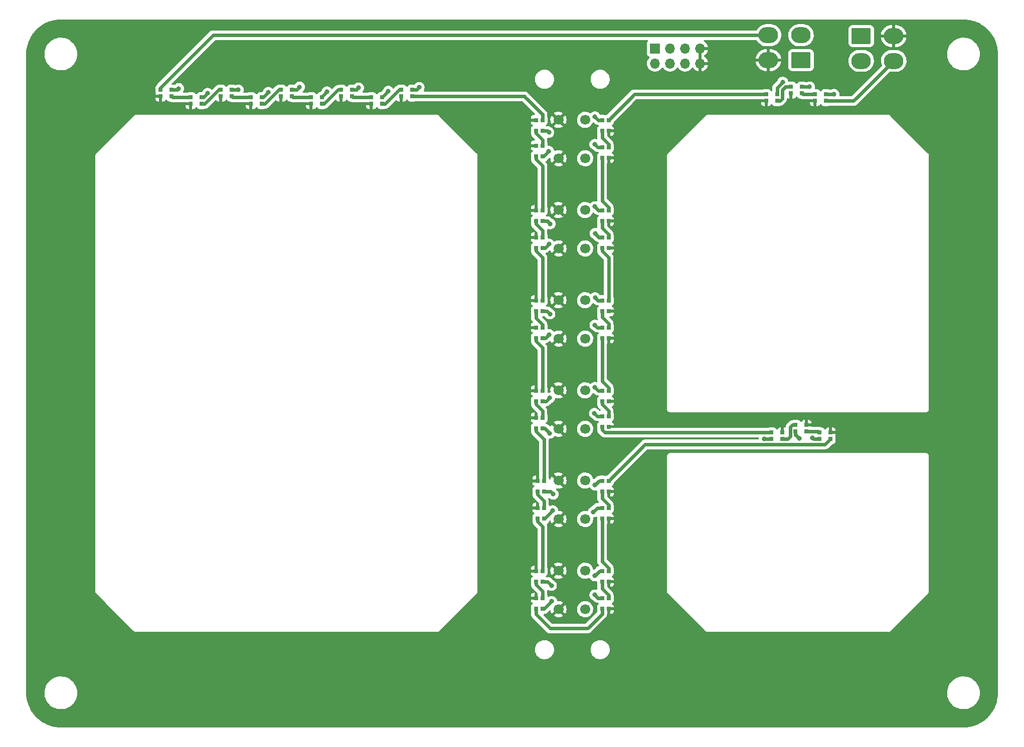
<source format=gbr>
%TF.GenerationSoftware,KiCad,Pcbnew,(6.0.9)*%
%TF.CreationDate,2023-01-27T20:31:40-09:00*%
%TF.ProjectId,IFEI,49464549-2e6b-4696-9361-645f70636258,rev?*%
%TF.SameCoordinates,Original*%
%TF.FileFunction,Copper,L1,Top*%
%TF.FilePolarity,Positive*%
%FSLAX46Y46*%
G04 Gerber Fmt 4.6, Leading zero omitted, Abs format (unit mm)*
G04 Created by KiCad (PCBNEW (6.0.9)) date 2023-01-27 20:31:40*
%MOMM*%
%LPD*%
G01*
G04 APERTURE LIST*
G04 Aperture macros list*
%AMRoundRect*
0 Rectangle with rounded corners*
0 $1 Rounding radius*
0 $2 $3 $4 $5 $6 $7 $8 $9 X,Y pos of 4 corners*
0 Add a 4 corners polygon primitive as box body*
4,1,4,$2,$3,$4,$5,$6,$7,$8,$9,$2,$3,0*
0 Add four circle primitives for the rounded corners*
1,1,$1+$1,$2,$3*
1,1,$1+$1,$4,$5*
1,1,$1+$1,$6,$7*
1,1,$1+$1,$8,$9*
0 Add four rect primitives between the rounded corners*
20,1,$1+$1,$2,$3,$4,$5,0*
20,1,$1+$1,$4,$5,$6,$7,0*
20,1,$1+$1,$6,$7,$8,$9,0*
20,1,$1+$1,$8,$9,$2,$3,0*%
G04 Aperture macros list end*
%TA.AperFunction,ComponentPad*%
%ADD10C,1.700000*%
%TD*%
%TA.AperFunction,SMDPad,CuDef*%
%ADD11R,0.700000X0.700000*%
%TD*%
%TA.AperFunction,ComponentPad*%
%ADD12RoundRect,0.250001X1.399999X-1.099999X1.399999X1.099999X-1.399999X1.099999X-1.399999X-1.099999X0*%
%TD*%
%TA.AperFunction,ComponentPad*%
%ADD13O,3.300000X2.700000*%
%TD*%
%TA.AperFunction,ComponentPad*%
%ADD14RoundRect,0.250001X-1.399999X1.099999X-1.399999X-1.099999X1.399999X-1.099999X1.399999X1.099999X0*%
%TD*%
%TA.AperFunction,ComponentPad*%
%ADD15O,1.700000X1.700000*%
%TD*%
%TA.AperFunction,ComponentPad*%
%ADD16R,1.700000X1.700000*%
%TD*%
%TA.AperFunction,ViaPad*%
%ADD17C,0.800000*%
%TD*%
%TA.AperFunction,Conductor*%
%ADD18C,0.609600*%
%TD*%
G04 APERTURE END LIST*
D10*
%TO.P,SW6,1*%
%TO.N,/ET_SW*%
X162814000Y-125793500D03*
%TO.P,SW6,2*%
X162814000Y-132293500D03*
%TO.P,SW6,3*%
%TO.N,GND*%
X158314000Y-125793500D03*
%TO.P,SW6,4*%
X158314000Y-132293500D03*
%TD*%
%TO.P,SW5,1*%
%TO.N,/ZONE_SW*%
X162814000Y-110553500D03*
%TO.P,SW5,2*%
X162814000Y-117053500D03*
%TO.P,SW5,3*%
%TO.N,GND*%
X158314000Y-110553500D03*
%TO.P,SW5,4*%
X158314000Y-117053500D03*
%TD*%
%TO.P,SW4,1*%
%TO.N,/DOWN_SW*%
X162814000Y-95313501D03*
%TO.P,SW4,2*%
X162814000Y-101813501D03*
%TO.P,SW4,3*%
%TO.N,GND*%
X158314000Y-95313501D03*
%TO.P,SW4,4*%
X158314000Y-101813501D03*
%TD*%
%TO.P,SW3,1*%
%TO.N,/UP_SW*%
X162814000Y-80073501D03*
%TO.P,SW3,2*%
X162814000Y-86573501D03*
%TO.P,SW3,3*%
%TO.N,GND*%
X158314000Y-80073501D03*
%TO.P,SW3,4*%
X158314000Y-86573501D03*
%TD*%
%TO.P,SW2,1*%
%TO.N,/QTY_SW*%
X162814000Y-64833501D03*
%TO.P,SW2,2*%
X162814000Y-71333501D03*
%TO.P,SW2,3*%
%TO.N,GND*%
X158314000Y-64833501D03*
%TO.P,SW2,4*%
X158314000Y-71333501D03*
%TD*%
%TO.P,SW1,1*%
%TO.N,/MODE_SW*%
X162814000Y-49593500D03*
%TO.P,SW1,2*%
X162814000Y-56093500D03*
%TO.P,SW1,3*%
%TO.N,GND*%
X158314000Y-49593500D03*
%TO.P,SW1,4*%
X158314000Y-56093500D03*
%TD*%
D11*
%TO.P,D39,1*%
%TO.N,/BL_DOUT*%
X91160000Y-44535000D03*
%TO.P,D39,2*%
%TO.N,GND*%
X91160000Y-45635000D03*
%TO.P,D39,3*%
%TO.N,Net-(D38-Pad1)*%
X92990000Y-45635000D03*
%TO.P,D39,4*%
%TO.N,/BL_+5V*%
X92990000Y-44535000D03*
%TD*%
%TO.P,D38,1*%
%TO.N,Net-(D38-Pad1)*%
X96240000Y-45805000D03*
%TO.P,D38,2*%
%TO.N,GND*%
X96240000Y-46905000D03*
%TO.P,D38,3*%
%TO.N,Net-(D37-Pad1)*%
X98070000Y-46905000D03*
%TO.P,D38,4*%
%TO.N,/BL_+5V*%
X98070000Y-45805000D03*
%TD*%
%TO.P,D37,1*%
%TO.N,Net-(D37-Pad1)*%
X101320000Y-44535000D03*
%TO.P,D37,2*%
%TO.N,GND*%
X101320000Y-45635000D03*
%TO.P,D37,3*%
%TO.N,Net-(D36-Pad1)*%
X103150000Y-45635000D03*
%TO.P,D37,4*%
%TO.N,/BL_+5V*%
X103150000Y-44535000D03*
%TD*%
%TO.P,D36,1*%
%TO.N,Net-(D36-Pad1)*%
X106400000Y-45805000D03*
%TO.P,D36,2*%
%TO.N,GND*%
X106400000Y-46905000D03*
%TO.P,D36,3*%
%TO.N,Net-(D35-Pad1)*%
X108230000Y-46905000D03*
%TO.P,D36,4*%
%TO.N,/BL_+5V*%
X108230000Y-45805000D03*
%TD*%
%TO.P,D35,1*%
%TO.N,Net-(D35-Pad1)*%
X111480000Y-44535000D03*
%TO.P,D35,2*%
%TO.N,GND*%
X111480000Y-45635000D03*
%TO.P,D35,3*%
%TO.N,Net-(D34-Pad1)*%
X113310000Y-45635000D03*
%TO.P,D35,4*%
%TO.N,/BL_+5V*%
X113310000Y-44535000D03*
%TD*%
%TO.P,D34,1*%
%TO.N,Net-(D34-Pad1)*%
X116560000Y-45805000D03*
%TO.P,D34,2*%
%TO.N,GND*%
X116560000Y-46905000D03*
%TO.P,D34,3*%
%TO.N,Net-(D33-Pad1)*%
X118390000Y-46905000D03*
%TO.P,D34,4*%
%TO.N,/BL_+5V*%
X118390000Y-45805000D03*
%TD*%
%TO.P,D33,1*%
%TO.N,Net-(D33-Pad1)*%
X121640000Y-44535000D03*
%TO.P,D33,2*%
%TO.N,GND*%
X121640000Y-45635000D03*
%TO.P,D33,3*%
%TO.N,/BL_DATA4*%
X123470000Y-45635000D03*
%TO.P,D33,4*%
%TO.N,/BL_+5V*%
X123470000Y-44535000D03*
%TD*%
%TO.P,D32,1*%
%TO.N,/BL_DATA4*%
X126720000Y-45805000D03*
%TO.P,D32,2*%
%TO.N,GND*%
X126720000Y-46905000D03*
%TO.P,D32,3*%
%TO.N,Net-(D31-Pad1)*%
X128550000Y-46905000D03*
%TO.P,D32,4*%
%TO.N,/BL_+5V*%
X128550000Y-45805000D03*
%TD*%
%TO.P,D31,1*%
%TO.N,Net-(D31-Pad1)*%
X131800000Y-44535000D03*
%TO.P,D31,2*%
%TO.N,GND*%
X131800000Y-45635000D03*
%TO.P,D31,3*%
%TO.N,Net-(D30-Pad1)*%
X133630000Y-45635000D03*
%TO.P,D31,4*%
%TO.N,/BL_+5V*%
X133630000Y-44535000D03*
%TD*%
%TO.P,D30,1*%
%TO.N,Net-(D30-Pad1)*%
X155617000Y-49631000D03*
%TO.P,D30,2*%
%TO.N,GND*%
X154517000Y-49631000D03*
%TO.P,D30,3*%
%TO.N,Net-(D29-Pad1)*%
X154517000Y-51461000D03*
%TO.P,D30,4*%
%TO.N,/BL_+5V*%
X155617000Y-51461000D03*
%TD*%
%TO.P,D29,1*%
%TO.N,Net-(D29-Pad1)*%
X155617000Y-53949000D03*
%TO.P,D29,2*%
%TO.N,GND*%
X154517000Y-53949000D03*
%TO.P,D29,3*%
%TO.N,Net-(D28-Pad1)*%
X154517000Y-55779000D03*
%TO.P,D29,4*%
%TO.N,/BL_+5V*%
X155617000Y-55779000D03*
%TD*%
%TO.P,D28,1*%
%TO.N,Net-(D28-Pad1)*%
X155617000Y-64871000D03*
%TO.P,D28,2*%
%TO.N,GND*%
X154517000Y-64871000D03*
%TO.P,D28,3*%
%TO.N,Net-(D27-Pad1)*%
X154517000Y-66701000D03*
%TO.P,D28,4*%
%TO.N,/BL_+5V*%
X155617000Y-66701000D03*
%TD*%
%TO.P,D27,1*%
%TO.N,Net-(D27-Pad1)*%
X155617000Y-69443000D03*
%TO.P,D27,2*%
%TO.N,GND*%
X154517000Y-69443000D03*
%TO.P,D27,3*%
%TO.N,Net-(D26-Pad1)*%
X154517000Y-71273000D03*
%TO.P,D27,4*%
%TO.N,/BL_+5V*%
X155617000Y-71273000D03*
%TD*%
%TO.P,D26,1*%
%TO.N,Net-(D26-Pad1)*%
X155617000Y-80111000D03*
%TO.P,D26,2*%
%TO.N,GND*%
X154517000Y-80111000D03*
%TO.P,D26,3*%
%TO.N,Net-(D25-Pad1)*%
X154517000Y-81941000D03*
%TO.P,D26,4*%
%TO.N,/BL_+5V*%
X155617000Y-81941000D03*
%TD*%
%TO.P,D25,1*%
%TO.N,Net-(D25-Pad1)*%
X155617000Y-84683000D03*
%TO.P,D25,2*%
%TO.N,GND*%
X154517000Y-84683000D03*
%TO.P,D25,3*%
%TO.N,/BL_DATA3*%
X154517000Y-86513000D03*
%TO.P,D25,4*%
%TO.N,/BL_+5V*%
X155617000Y-86513000D03*
%TD*%
%TO.P,D24,1*%
%TO.N,/BL_DATA3*%
X155617000Y-95351000D03*
%TO.P,D24,2*%
%TO.N,GND*%
X154517000Y-95351000D03*
%TO.P,D24,3*%
%TO.N,Net-(D23-Pad1)*%
X154517000Y-97181000D03*
%TO.P,D24,4*%
%TO.N,/BL_+5V*%
X155617000Y-97181000D03*
%TD*%
%TO.P,D23,1*%
%TO.N,Net-(D23-Pad1)*%
X155617000Y-99923000D03*
%TO.P,D23,2*%
%TO.N,GND*%
X154517000Y-99923000D03*
%TO.P,D23,3*%
%TO.N,Net-(D22-Pad1)*%
X154517000Y-101753000D03*
%TO.P,D23,4*%
%TO.N,/BL_+5V*%
X155617000Y-101753000D03*
%TD*%
%TO.P,D22,1*%
%TO.N,Net-(D22-Pad1)*%
X155871000Y-110591000D03*
%TO.P,D22,2*%
%TO.N,GND*%
X154771000Y-110591000D03*
%TO.P,D22,3*%
%TO.N,Net-(D21-Pad1)*%
X154771000Y-112421000D03*
%TO.P,D22,4*%
%TO.N,/BL_+5V*%
X155871000Y-112421000D03*
%TD*%
%TO.P,D21,1*%
%TO.N,Net-(D21-Pad1)*%
X155871000Y-115163000D03*
%TO.P,D21,2*%
%TO.N,GND*%
X154771000Y-115163000D03*
%TO.P,D21,3*%
%TO.N,Net-(D20-Pad1)*%
X154771000Y-116993000D03*
%TO.P,D21,4*%
%TO.N,/BL_+5V*%
X155871000Y-116993000D03*
%TD*%
%TO.P,D20,1*%
%TO.N,Net-(D20-Pad1)*%
X155617000Y-125831000D03*
%TO.P,D20,2*%
%TO.N,GND*%
X154517000Y-125831000D03*
%TO.P,D20,3*%
%TO.N,Net-(D19-Pad1)*%
X154517000Y-127661000D03*
%TO.P,D20,4*%
%TO.N,/BL_+5V*%
X155617000Y-127661000D03*
%TD*%
%TO.P,D19,1*%
%TO.N,Net-(D19-Pad1)*%
X155617000Y-130403000D03*
%TO.P,D19,2*%
%TO.N,GND*%
X154517000Y-130403000D03*
%TO.P,D19,3*%
%TO.N,Net-(D18-Pad1)*%
X154517000Y-132233000D03*
%TO.P,D19,4*%
%TO.N,/BL_+5V*%
X155617000Y-132233000D03*
%TD*%
%TO.P,D18,1*%
%TO.N,Net-(D18-Pad1)*%
X165693000Y-132233000D03*
%TO.P,D18,2*%
%TO.N,GND*%
X166793000Y-132233000D03*
%TO.P,D18,3*%
%TO.N,Net-(D17-Pad1)*%
X166793000Y-130403000D03*
%TO.P,D18,4*%
%TO.N,/BL_+5V*%
X165693000Y-130403000D03*
%TD*%
%TO.P,D17,1*%
%TO.N,Net-(D17-Pad1)*%
X165693000Y-127661000D03*
%TO.P,D17,2*%
%TO.N,GND*%
X166793000Y-127661000D03*
%TO.P,D17,3*%
%TO.N,/BL_DATA2*%
X166793000Y-125831000D03*
%TO.P,D17,4*%
%TO.N,/BL_+5V*%
X165693000Y-125831000D03*
%TD*%
%TO.P,D16,1*%
%TO.N,/BL_DATA2*%
X165693000Y-116993000D03*
%TO.P,D16,2*%
%TO.N,GND*%
X166793000Y-116993000D03*
%TO.P,D16,3*%
%TO.N,Net-(D15-Pad1)*%
X166793000Y-115163000D03*
%TO.P,D16,4*%
%TO.N,/BL_+5V*%
X165693000Y-115163000D03*
%TD*%
%TO.P,D15,1*%
%TO.N,Net-(D15-Pad1)*%
X165693000Y-112421000D03*
%TO.P,D15,2*%
%TO.N,GND*%
X166793000Y-112421000D03*
%TO.P,D15,3*%
%TO.N,Net-(D14-Pad1)*%
X166793000Y-110591000D03*
%TO.P,D15,4*%
%TO.N,/BL_+5V*%
X165693000Y-110591000D03*
%TD*%
%TO.P,D14,1*%
%TO.N,Net-(D14-Pad1)*%
X204242000Y-103547000D03*
%TO.P,D14,2*%
%TO.N,GND*%
X204242000Y-102447000D03*
%TO.P,D14,3*%
%TO.N,Net-(D13-Pad1)*%
X202412000Y-102447000D03*
%TO.P,D14,4*%
%TO.N,/BL_+5V*%
X202412000Y-103547000D03*
%TD*%
%TO.P,D13,1*%
%TO.N,Net-(D13-Pad1)*%
X200178000Y-102277000D03*
%TO.P,D13,2*%
%TO.N,GND*%
X200178000Y-101177000D03*
%TO.P,D13,3*%
%TO.N,Net-(D12-Pad1)*%
X198348000Y-101177000D03*
%TO.P,D13,4*%
%TO.N,/BL_+5V*%
X198348000Y-102277000D03*
%TD*%
%TO.P,D12,1*%
%TO.N,Net-(D12-Pad1)*%
X196114000Y-103547000D03*
%TO.P,D12,2*%
%TO.N,GND*%
X196114000Y-102447000D03*
%TO.P,D12,3*%
%TO.N,Net-(D11-Pad1)*%
X194284000Y-102447000D03*
%TO.P,D12,4*%
%TO.N,/BL_+5V*%
X194284000Y-103547000D03*
%TD*%
%TO.P,D11,1*%
%TO.N,Net-(D11-Pad1)*%
X165693000Y-101499000D03*
%TO.P,D11,2*%
%TO.N,GND*%
X166793000Y-101499000D03*
%TO.P,D11,3*%
%TO.N,Net-(D10-Pad1)*%
X166793000Y-99669000D03*
%TO.P,D11,4*%
%TO.N,/BL_+5V*%
X165693000Y-99669000D03*
%TD*%
%TO.P,D10,1*%
%TO.N,Net-(D10-Pad1)*%
X165693000Y-97181000D03*
%TO.P,D10,2*%
%TO.N,GND*%
X166793000Y-97181000D03*
%TO.P,D10,3*%
%TO.N,Net-(D10-Pad3)*%
X166793000Y-95351000D03*
%TO.P,D10,4*%
%TO.N,/BL_+5V*%
X165693000Y-95351000D03*
%TD*%
%TO.P,D9,1*%
%TO.N,Net-(D10-Pad3)*%
X165693000Y-86513000D03*
%TO.P,D9,2*%
%TO.N,GND*%
X166793000Y-86513000D03*
%TO.P,D9,3*%
%TO.N,/BL_DATA1*%
X166793000Y-84683000D03*
%TO.P,D9,4*%
%TO.N,/BL_+5V*%
X165693000Y-84683000D03*
%TD*%
%TO.P,D8,1*%
%TO.N,/BL_DATA1*%
X165693000Y-81941000D03*
%TO.P,D8,2*%
%TO.N,GND*%
X166793000Y-81941000D03*
%TO.P,D8,3*%
%TO.N,Net-(D7-Pad1)*%
X166793000Y-80111000D03*
%TO.P,D8,4*%
%TO.N,/BL_+5V*%
X165693000Y-80111000D03*
%TD*%
%TO.P,D7,1*%
%TO.N,Net-(D7-Pad1)*%
X165693000Y-71273000D03*
%TO.P,D7,2*%
%TO.N,GND*%
X166793000Y-71273000D03*
%TO.P,D7,3*%
%TO.N,Net-(D6-Pad1)*%
X166793000Y-69443000D03*
%TO.P,D7,4*%
%TO.N,/BL_+5V*%
X165693000Y-69443000D03*
%TD*%
%TO.P,D6,1*%
%TO.N,Net-(D6-Pad1)*%
X165693000Y-66701000D03*
%TO.P,D6,2*%
%TO.N,GND*%
X166793000Y-66701000D03*
%TO.P,D6,3*%
%TO.N,Net-(D5-Pad1)*%
X166793000Y-64871000D03*
%TO.P,D6,4*%
%TO.N,/BL_+5V*%
X165693000Y-64871000D03*
%TD*%
%TO.P,D5,1*%
%TO.N,Net-(D5-Pad1)*%
X165693000Y-56033000D03*
%TO.P,D5,2*%
%TO.N,GND*%
X166793000Y-56033000D03*
%TO.P,D5,3*%
%TO.N,Net-(D4-Pad1)*%
X166793000Y-54203000D03*
%TO.P,D5,4*%
%TO.N,/BL_+5V*%
X165693000Y-54203000D03*
%TD*%
%TO.P,D4,1*%
%TO.N,Net-(D4-Pad1)*%
X165693000Y-51461000D03*
%TO.P,D4,2*%
%TO.N,GND*%
X166793000Y-51461000D03*
%TO.P,D4,3*%
%TO.N,Net-(D3-Pad1)*%
X166793000Y-49631000D03*
%TO.P,D4,4*%
%TO.N,/BL_+5V*%
X165693000Y-49631000D03*
%TD*%
%TO.P,D3,1*%
%TO.N,Net-(D3-Pad1)*%
X193395000Y-45297000D03*
%TO.P,D3,2*%
%TO.N,GND*%
X193395000Y-46397000D03*
%TO.P,D3,3*%
%TO.N,Net-(D2-Pad1)*%
X195225000Y-46397000D03*
%TO.P,D3,4*%
%TO.N,/BL_+5V*%
X195225000Y-45297000D03*
%TD*%
%TO.P,D2,1*%
%TO.N,Net-(D2-Pad1)*%
X197586000Y-44027000D03*
%TO.P,D2,2*%
%TO.N,GND*%
X197586000Y-45127000D03*
%TO.P,D2,3*%
%TO.N,Net-(D1-Pad1)*%
X199416000Y-45127000D03*
%TO.P,D2,4*%
%TO.N,/BL_+5V*%
X199416000Y-44027000D03*
%TD*%
%TO.P,D1,1*%
%TO.N,Net-(D1-Pad1)*%
X201650000Y-45297000D03*
%TO.P,D1,2*%
%TO.N,GND*%
X201650000Y-46397000D03*
%TO.P,D1,3*%
%TO.N,/BL_DIN*%
X203480000Y-46397000D03*
%TO.P,D1,4*%
%TO.N,/BL_+5V*%
X203480000Y-45297000D03*
%TD*%
D12*
%TO.P,J2,1*%
%TO.N,/BL_+5V*%
X199263000Y-39497000D03*
D13*
%TO.P,J2,2*%
X199263000Y-35297000D03*
%TO.P,J2,3*%
%TO.N,GND*%
X193763000Y-39497000D03*
%TO.P,J2,4*%
%TO.N,/BL_DOUT*%
X193763000Y-35297000D03*
%TD*%
D14*
%TO.P,J1,1*%
%TO.N,/BL_+5V*%
X209423000Y-35433000D03*
D13*
%TO.P,J1,2*%
X209423000Y-39633000D03*
%TO.P,J1,3*%
%TO.N,GND*%
X214923000Y-35433000D03*
%TO.P,J1,4*%
%TO.N,/BL_DIN*%
X214923000Y-39633000D03*
%TD*%
D15*
%TO.P,J3,8*%
%TO.N,GND*%
X182244999Y-40068500D03*
%TO.P,J3,7*%
X182244999Y-37528500D03*
%TO.P,J3,6*%
%TO.N,/ET_SW*%
X179704999Y-40068500D03*
%TO.P,J3,5*%
%TO.N,/MODE_SW*%
X179704999Y-37528500D03*
%TO.P,J3,4*%
%TO.N,/ZONE_SW*%
X177164999Y-40068500D03*
%TO.P,J3,3*%
%TO.N,/QTY_SW*%
X177164999Y-37528500D03*
%TO.P,J3,2*%
%TO.N,/DOWN_SW*%
X174624999Y-40068500D03*
D16*
%TO.P,J3,1*%
%TO.N,/UP_SW*%
X174624999Y-37528500D03*
%TD*%
D17*
%TO.N,/BL_+5V*%
X134803999Y-44113501D03*
X129583999Y-44753501D03*
X124563999Y-44183501D03*
X119233999Y-44843501D03*
X114613999Y-44043501D03*
X109333999Y-44933501D03*
X104253999Y-44543501D03*
X99073999Y-45103501D03*
X94193999Y-44303501D03*
X156703999Y-51715501D03*
X156693999Y-54905501D03*
X164443999Y-53725501D03*
X164483999Y-49075501D03*
X164493999Y-68785501D03*
X164453999Y-64265501D03*
X156923999Y-67175501D03*
X156733999Y-70595501D03*
X164493999Y-79645501D03*
X164473999Y-84275501D03*
X156743999Y-85865501D03*
X156883999Y-82395501D03*
X156813999Y-96595501D03*
X164443999Y-94795501D03*
X164383999Y-99195501D03*
X164473999Y-111315501D03*
X164213999Y-115845501D03*
X157343999Y-115625501D03*
X157433999Y-112865501D03*
X164433999Y-126655501D03*
X164453999Y-129885501D03*
X157133999Y-128295501D03*
X157173999Y-130975501D03*
X193063999Y-103545501D03*
X198963999Y-103435501D03*
X201193999Y-103305501D03*
X196183999Y-43215501D03*
X200723999Y-44025501D03*
X204833999Y-45275501D03*
X156844999Y-102552500D03*
%TD*%
D18*
%TO.N,/BL_+5V*%
X134382500Y-44535000D02*
X134803999Y-44113501D01*
X133630000Y-44535000D02*
X134382500Y-44535000D01*
X128550000Y-45787500D02*
X129583999Y-44753501D01*
X128550000Y-45805000D02*
X128550000Y-45787500D01*
X124212500Y-44535000D02*
X124563999Y-44183501D01*
X123470000Y-44535000D02*
X124212500Y-44535000D01*
X118390000Y-45687500D02*
X119233999Y-44843501D01*
X118390000Y-45805000D02*
X118390000Y-45687500D01*
X114122500Y-44535000D02*
X114613999Y-44043501D01*
X113310000Y-44535000D02*
X114122500Y-44535000D01*
X108462500Y-45805000D02*
X109333999Y-44933501D01*
X108230000Y-45805000D02*
X108462500Y-45805000D01*
X104245498Y-44535000D02*
X104253999Y-44543501D01*
X103150000Y-44535000D02*
X104245498Y-44535000D01*
X98372500Y-45805000D02*
X99073999Y-45103501D01*
X98070000Y-45805000D02*
X98372500Y-45805000D01*
X93962500Y-44535000D02*
X94193999Y-44303501D01*
X92990000Y-44535000D02*
X93962500Y-44535000D01*
X156449498Y-51461000D02*
X156703999Y-51715501D01*
X155617000Y-51461000D02*
X156449498Y-51461000D01*
X155820500Y-55779000D02*
X156693999Y-54905501D01*
X155617000Y-55779000D02*
X155820500Y-55779000D01*
X164921498Y-54203000D02*
X164443999Y-53725501D01*
X165693000Y-54203000D02*
X164921498Y-54203000D01*
X165039498Y-49631000D02*
X164483999Y-49075501D01*
X165693000Y-49631000D02*
X165039498Y-49631000D01*
X165151498Y-69443000D02*
X164493999Y-68785501D01*
X165693000Y-69443000D02*
X165151498Y-69443000D01*
X165059498Y-64871000D02*
X164453999Y-64265501D01*
X165693000Y-64871000D02*
X165059498Y-64871000D01*
X156449498Y-66701000D02*
X156923999Y-67175501D01*
X155617000Y-66701000D02*
X156449498Y-66701000D01*
X156056500Y-71273000D02*
X156733999Y-70595501D01*
X155617000Y-71273000D02*
X156056500Y-71273000D01*
X164959498Y-80111000D02*
X164493999Y-79645501D01*
X165693000Y-80111000D02*
X164959498Y-80111000D01*
X164881498Y-84683000D02*
X164473999Y-84275501D01*
X165693000Y-84683000D02*
X164881498Y-84683000D01*
X156096500Y-86513000D02*
X156743999Y-85865501D01*
X155617000Y-86513000D02*
X156096500Y-86513000D01*
X156429498Y-81941000D02*
X156883999Y-82395501D01*
X155617000Y-81941000D02*
X156429498Y-81941000D01*
X156228500Y-97181000D02*
X156813999Y-96595501D01*
X155617000Y-97181000D02*
X156228500Y-97181000D01*
X164999498Y-95351000D02*
X164443999Y-94795501D01*
X165693000Y-95351000D02*
X164999498Y-95351000D01*
X164857498Y-99669000D02*
X164383999Y-99195501D01*
X165693000Y-99669000D02*
X164857498Y-99669000D01*
X165198500Y-110591000D02*
X164473999Y-111315501D01*
X165693000Y-110591000D02*
X165198500Y-110591000D01*
X164896500Y-115163000D02*
X164213999Y-115845501D01*
X165693000Y-115163000D02*
X164896500Y-115163000D01*
X155976500Y-116993000D02*
X157343999Y-115625501D01*
X155871000Y-116993000D02*
X155976500Y-116993000D01*
X156989498Y-112421000D02*
X157433999Y-112865501D01*
X155871000Y-112421000D02*
X156989498Y-112421000D01*
X165258500Y-125831000D02*
X164433999Y-126655501D01*
X165693000Y-125831000D02*
X165258500Y-125831000D01*
X164971498Y-130403000D02*
X164453999Y-129885501D01*
X165693000Y-130403000D02*
X164971498Y-130403000D01*
X156499498Y-127661000D02*
X157133999Y-128295501D01*
X155617000Y-127661000D02*
X156499498Y-127661000D01*
X155916500Y-132233000D02*
X157173999Y-130975501D01*
X155617000Y-132233000D02*
X155916500Y-132233000D01*
X193065498Y-103547000D02*
X193063999Y-103545501D01*
X194284000Y-103547000D02*
X193065498Y-103547000D01*
X198348000Y-102819502D02*
X198963999Y-103435501D01*
X198348000Y-102277000D02*
X198348000Y-102819502D01*
X201435498Y-103547000D02*
X201193999Y-103305501D01*
X202412000Y-103547000D02*
X201435498Y-103547000D01*
X195225000Y-44174500D02*
X196183999Y-43215501D01*
X195225000Y-45297000D02*
X195225000Y-44174500D01*
X200722500Y-44027000D02*
X200723999Y-44025501D01*
X199416000Y-44027000D02*
X200722500Y-44027000D01*
X204812500Y-45297000D02*
X204833999Y-45275501D01*
X203480000Y-45297000D02*
X204812500Y-45297000D01*
X156045499Y-101753000D02*
X156844999Y-102552500D01*
X155617000Y-101753000D02*
X156045499Y-101753000D01*
%TO.N,/BL_DIN*%
X208159000Y-46397000D02*
X203480000Y-46397000D01*
X214923000Y-39633000D02*
X208159000Y-46397000D01*
%TO.N,Net-(D2-Pad1)*%
X195733642Y-46397000D02*
X195225000Y-46397000D01*
X196079801Y-46050841D02*
X195733642Y-46397000D01*
X196079801Y-44573599D02*
X196079801Y-46050841D01*
X196626400Y-44027000D02*
X196079801Y-44573599D01*
X197586000Y-44027000D02*
X196626400Y-44027000D01*
%TO.N,Net-(D3-Pad1)*%
X171127000Y-45297000D02*
X166793000Y-49631000D01*
X193395000Y-45297000D02*
X171127000Y-45297000D01*
%TO.N,Net-(D4-Pad1)*%
X166793000Y-53694358D02*
X166793000Y-54203000D01*
X165693000Y-52594358D02*
X166793000Y-53694358D01*
X165693000Y-51461000D02*
X165693000Y-52594358D01*
%TO.N,Net-(D5-Pad1)*%
X166793000Y-64362358D02*
X166793000Y-64871000D01*
X165693000Y-63262358D02*
X166793000Y-64362358D01*
X165693000Y-56033000D02*
X165693000Y-63262358D01*
%TO.N,Net-(D6-Pad1)*%
X166793000Y-68934358D02*
X166793000Y-69443000D01*
X165693000Y-67834358D02*
X166793000Y-68934358D01*
X165693000Y-66701000D02*
X165693000Y-67834358D01*
%TO.N,Net-(D7-Pad1)*%
X166793000Y-72881642D02*
X166793000Y-80111000D01*
X165693000Y-71781642D02*
X166793000Y-72881642D01*
X165693000Y-71273000D02*
X165693000Y-71781642D01*
%TO.N,/BL_DATA1*%
X165693000Y-82900600D02*
X166793000Y-84000600D01*
X166793000Y-84000600D02*
X166793000Y-84683000D01*
X165693000Y-81941000D02*
X165693000Y-82900600D01*
%TO.N,Net-(D10-Pad1)*%
X166793000Y-98789642D02*
X166793000Y-99669000D01*
X165693000Y-97689642D02*
X166793000Y-98789642D01*
X165693000Y-97181000D02*
X165693000Y-97689642D01*
%TO.N,Net-(D11-Pad1)*%
X166132358Y-102447000D02*
X194284000Y-102447000D01*
X165693000Y-102007642D02*
X166132358Y-102447000D01*
X165693000Y-101499000D02*
X165693000Y-102007642D01*
%TO.N,Net-(D12-Pad1)*%
X197839358Y-101177000D02*
X198348000Y-101177000D01*
X197493199Y-101523159D02*
X197839358Y-101177000D01*
X197493199Y-103127401D02*
X197493199Y-101523159D01*
X197073600Y-103547000D02*
X197493199Y-103127401D01*
X196114000Y-103547000D02*
X197073600Y-103547000D01*
%TO.N,Net-(D13-Pad1)*%
X202242000Y-102277000D02*
X202412000Y-102447000D01*
X200178000Y-102277000D02*
X202242000Y-102277000D01*
%TO.N,Net-(D14-Pad1)*%
X204242000Y-103547000D02*
X203338697Y-104450303D01*
X203338697Y-104450303D02*
X172933697Y-104450303D01*
X172933697Y-104450303D02*
X166793000Y-110591000D01*
%TO.N,Net-(D15-Pad1)*%
X166793000Y-114654358D02*
X166793000Y-115163000D01*
X165693000Y-113554358D02*
X166793000Y-114654358D01*
X165693000Y-112421000D02*
X165693000Y-113554358D01*
%TO.N,/BL_DATA2*%
X166793000Y-125322358D02*
X166793000Y-125831000D01*
X165693000Y-124222358D02*
X166793000Y-125322358D01*
X165693000Y-116993000D02*
X165693000Y-124222358D01*
%TO.N,Net-(D18-Pad1)*%
X165693000Y-132233000D02*
X165693000Y-133116500D01*
X165693000Y-133116500D02*
X163253999Y-135555501D01*
X163253999Y-135555501D02*
X156903999Y-135555501D01*
X154517000Y-133168502D02*
X154517000Y-132233000D01*
X156903999Y-135555501D02*
X154517000Y-133168502D01*
%TO.N,Net-(D19-Pad1)*%
X154517000Y-128169642D02*
X154517000Y-127661000D01*
X155617000Y-129269642D02*
X154517000Y-128169642D01*
X155617000Y-130403000D02*
X155617000Y-129269642D01*
%TO.N,Net-(D20-Pad1)*%
X154771000Y-117501642D02*
X154771000Y-116993000D01*
X155617000Y-118347642D02*
X154771000Y-117501642D01*
X155617000Y-125831000D02*
X155617000Y-118347642D01*
%TO.N,Net-(D21-Pad1)*%
X154771000Y-112929642D02*
X154771000Y-112421000D01*
X155871000Y-114029642D02*
X154771000Y-112929642D01*
X155871000Y-115163000D02*
X155871000Y-114029642D01*
%TO.N,Net-(D22-Pad1)*%
X154517000Y-102261642D02*
X154517000Y-101753000D01*
X155871000Y-103615642D02*
X154517000Y-102261642D01*
X155871000Y-110591000D02*
X155871000Y-103615642D01*
%TO.N,Net-(D23-Pad1)*%
X154517000Y-97689642D02*
X154517000Y-97181000D01*
X155617000Y-98789642D02*
X154517000Y-97689642D01*
X155617000Y-99923000D02*
X155617000Y-98789642D01*
%TO.N,/BL_DATA3*%
X154517000Y-87021642D02*
X154517000Y-86513000D01*
X155617000Y-88121642D02*
X154517000Y-87021642D01*
X155617000Y-95351000D02*
X155617000Y-88121642D01*
%TO.N,Net-(D26-Pad1)*%
X154517000Y-71781642D02*
X154517000Y-71273000D01*
X155617000Y-72881642D02*
X154517000Y-71781642D01*
X155617000Y-80111000D02*
X155617000Y-72881642D01*
%TO.N,Net-(D27-Pad1)*%
X154517000Y-67209642D02*
X154517000Y-66701000D01*
X155617000Y-68309642D02*
X154517000Y-67209642D01*
X155617000Y-69443000D02*
X155617000Y-68309642D01*
%TO.N,Net-(D28-Pad1)*%
X154517000Y-56287642D02*
X154517000Y-55779000D01*
X155617000Y-57387642D02*
X154517000Y-56287642D01*
X155617000Y-64871000D02*
X155617000Y-57387642D01*
%TO.N,Net-(D29-Pad1)*%
X154517000Y-51889400D02*
X154517000Y-51461000D01*
X155617000Y-52989400D02*
X154517000Y-51889400D01*
X155617000Y-53949000D02*
X155617000Y-52989400D01*
%TO.N,Net-(D30-Pad1)*%
X155617000Y-49631000D02*
X155617000Y-48671400D01*
X152580601Y-45635000D02*
X152691550Y-45745949D01*
X133630000Y-45635000D02*
X152580601Y-45635000D01*
X155617000Y-48671400D02*
X152691550Y-45745949D01*
%TO.N,Net-(D31-Pad1)*%
X129058642Y-46905000D02*
X128550000Y-46905000D01*
X131428642Y-44535000D02*
X129058642Y-46905000D01*
X131800000Y-44535000D02*
X131428642Y-44535000D01*
%TO.N,/BL_DOUT*%
X100012500Y-35297000D02*
X193763000Y-35297000D01*
X91160000Y-44149500D02*
X100012500Y-35297000D01*
X91160000Y-44535000D02*
X91160000Y-44149500D01*
%TO.N,Net-(D1-Pad1)*%
X199586000Y-45297000D02*
X199416000Y-45127000D01*
X201650000Y-45297000D02*
X199586000Y-45297000D01*
%TO.N,Net-(D10-Pad3)*%
X166793000Y-94842358D02*
X166793000Y-95351000D01*
X165693000Y-93742358D02*
X166793000Y-94842358D01*
X165693000Y-86513000D02*
X165693000Y-93742358D01*
%TO.N,Net-(D17-Pad1)*%
X166793000Y-129894358D02*
X166793000Y-130403000D01*
X165693000Y-128794358D02*
X166793000Y-129894358D01*
X165693000Y-127661000D02*
X165693000Y-128794358D01*
%TO.N,Net-(D25-Pad1)*%
X154517000Y-83074358D02*
X154517000Y-81941000D01*
X155617000Y-84174358D02*
X154517000Y-83074358D01*
X155617000Y-84683000D02*
X155617000Y-84174358D01*
%TO.N,/BL_DATA4*%
X123640000Y-45805000D02*
X123470000Y-45635000D01*
X126720000Y-45805000D02*
X123640000Y-45805000D01*
%TO.N,Net-(D33-Pad1)*%
X118761358Y-46905000D02*
X118390000Y-46905000D01*
X121131358Y-44535000D02*
X118761358Y-46905000D01*
X121640000Y-44535000D02*
X121131358Y-44535000D01*
%TO.N,Net-(D34-Pad1)*%
X113480000Y-45805000D02*
X113310000Y-45635000D01*
X116560000Y-45805000D02*
X113480000Y-45805000D01*
%TO.N,Net-(D35-Pad1)*%
X108738642Y-46905000D02*
X108230000Y-46905000D01*
X111108642Y-44535000D02*
X108738642Y-46905000D01*
X111480000Y-44535000D02*
X111108642Y-44535000D01*
%TO.N,Net-(D36-Pad1)*%
X103320000Y-45805000D02*
X103150000Y-45635000D01*
X106400000Y-45805000D02*
X103320000Y-45805000D01*
%TO.N,Net-(D37-Pad1)*%
X101320000Y-44535000D02*
X100981608Y-44535000D01*
X98611608Y-46905000D02*
X98070000Y-46905000D01*
X100981608Y-44535000D02*
X98611608Y-46905000D01*
%TO.N,Net-(D38-Pad1)*%
X93160000Y-45805000D02*
X92990000Y-45635000D01*
X96240000Y-45805000D02*
X93160000Y-45805000D01*
%TD*%
%TA.AperFunction,Conductor*%
%TO.N,GND*%
G36*
X226665024Y-32641001D02*
G01*
X226688724Y-32644691D01*
X226697626Y-32643527D01*
X226697627Y-32643527D01*
X226710104Y-32641896D01*
X226731385Y-32640930D01*
X227148369Y-32657313D01*
X227158232Y-32658089D01*
X227603901Y-32710838D01*
X227613672Y-32712386D01*
X227837935Y-32756994D01*
X228053825Y-32799937D01*
X228063434Y-32802244D01*
X228495362Y-32924060D01*
X228504752Y-32927111D01*
X228667056Y-32986988D01*
X228925802Y-33082445D01*
X228934942Y-33086231D01*
X229342496Y-33274115D01*
X229351311Y-33278607D01*
X229742850Y-33497880D01*
X229751286Y-33503049D01*
X229831144Y-33556408D01*
X230124431Y-33752376D01*
X230132426Y-33758184D01*
X230261194Y-33859697D01*
X230484861Y-34036023D01*
X230492384Y-34042448D01*
X230544843Y-34090940D01*
X230821940Y-34347086D01*
X230828914Y-34354060D01*
X230975406Y-34512534D01*
X231133552Y-34683616D01*
X231139977Y-34691139D01*
X231270080Y-34856173D01*
X231417816Y-35043574D01*
X231423619Y-35051562D01*
X231517440Y-35191975D01*
X231672951Y-35424714D01*
X231678120Y-35433150D01*
X231885560Y-35803559D01*
X231897393Y-35824689D01*
X231901884Y-35833502D01*
X232081156Y-36222374D01*
X232089769Y-36241058D01*
X232093554Y-36250196D01*
X232248665Y-36670638D01*
X232248886Y-36671238D01*
X232251940Y-36680638D01*
X232371255Y-37103698D01*
X232373754Y-37112559D01*
X232376062Y-37122172D01*
X232408627Y-37285886D01*
X232463614Y-37562328D01*
X232465162Y-37572099D01*
X232517911Y-38017768D01*
X232518687Y-38027631D01*
X232534776Y-38437134D01*
X232533373Y-38461463D01*
X232532691Y-38465847D01*
X232531309Y-38474724D01*
X232532473Y-38483626D01*
X232532473Y-38483628D01*
X232535436Y-38506283D01*
X232536500Y-38522621D01*
X232536500Y-146381633D01*
X232535000Y-146401018D01*
X232531309Y-146424724D01*
X232532473Y-146433626D01*
X232532473Y-146433627D01*
X232534104Y-146446104D01*
X232535070Y-146467385D01*
X232518687Y-146884369D01*
X232517911Y-146894232D01*
X232465162Y-147339901D01*
X232463614Y-147349672D01*
X232376064Y-147789821D01*
X232373756Y-147799434D01*
X232314881Y-148008191D01*
X232251943Y-148231352D01*
X232248889Y-148240752D01*
X232151785Y-148503963D01*
X232093555Y-148661802D01*
X232089770Y-148670939D01*
X231901885Y-149078496D01*
X231897394Y-149087309D01*
X231840164Y-149189500D01*
X231678120Y-149478850D01*
X231672951Y-149487286D01*
X231423625Y-149860430D01*
X231417810Y-149868434D01*
X231139977Y-150220861D01*
X231133552Y-150228384D01*
X230996350Y-150376809D01*
X230828914Y-150557940D01*
X230821940Y-150564914D01*
X230640809Y-150732350D01*
X230492384Y-150869552D01*
X230484861Y-150875977D01*
X230284573Y-151033872D01*
X230132426Y-151153816D01*
X230124438Y-151159619D01*
X229938612Y-151283784D01*
X229751286Y-151408951D01*
X229742850Y-151414120D01*
X229351311Y-151633393D01*
X229342496Y-151637885D01*
X228934942Y-151825769D01*
X228925804Y-151829554D01*
X228504752Y-151984889D01*
X228495362Y-151987940D01*
X228063434Y-152109756D01*
X228053828Y-152112062D01*
X227837935Y-152155006D01*
X227613672Y-152199614D01*
X227603901Y-152201162D01*
X227158232Y-152253911D01*
X227148369Y-152254687D01*
X226738866Y-152270776D01*
X226714537Y-152269373D01*
X226710153Y-152268691D01*
X226710152Y-152268691D01*
X226701276Y-152267309D01*
X226692374Y-152268473D01*
X226692372Y-152268473D01*
X226677323Y-152270441D01*
X226669714Y-152271436D01*
X226653379Y-152272500D01*
X74344367Y-152272500D01*
X74324982Y-152271000D01*
X74310148Y-152268690D01*
X74310145Y-152268690D01*
X74301276Y-152267309D01*
X74292374Y-152268473D01*
X74292373Y-152268473D01*
X74279896Y-152270104D01*
X74258615Y-152271070D01*
X73841631Y-152254687D01*
X73831768Y-152253911D01*
X73386099Y-152201162D01*
X73376328Y-152199614D01*
X73152065Y-152155006D01*
X72936172Y-152112062D01*
X72926566Y-152109756D01*
X72494638Y-151987940D01*
X72485248Y-151984889D01*
X72064196Y-151829554D01*
X72055058Y-151825769D01*
X71647504Y-151637885D01*
X71638689Y-151633393D01*
X71247150Y-151414120D01*
X71238714Y-151408951D01*
X71051388Y-151283784D01*
X70865562Y-151159619D01*
X70857574Y-151153816D01*
X70705427Y-151033872D01*
X70505139Y-150875977D01*
X70497616Y-150869552D01*
X70349191Y-150732350D01*
X70168060Y-150564914D01*
X70161086Y-150557940D01*
X69993650Y-150376809D01*
X69856448Y-150228384D01*
X69850023Y-150220861D01*
X69572190Y-149868434D01*
X69566375Y-149860430D01*
X69317049Y-149487286D01*
X69311880Y-149478850D01*
X69149836Y-149189500D01*
X69092606Y-149087309D01*
X69088115Y-149078496D01*
X68900230Y-148670939D01*
X68896445Y-148661802D01*
X68838215Y-148503963D01*
X68741111Y-148240752D01*
X68738057Y-148231352D01*
X68675120Y-148008191D01*
X68616244Y-147799434D01*
X68613936Y-147789821D01*
X68526386Y-147349672D01*
X68524838Y-147339901D01*
X68472089Y-146894232D01*
X68471313Y-146884369D01*
X68455372Y-146478645D01*
X68457021Y-146452794D01*
X68458576Y-146443552D01*
X68458729Y-146431000D01*
X68456657Y-146416530D01*
X71531496Y-146416530D01*
X71531704Y-146420310D01*
X71531704Y-146420311D01*
X71532881Y-146441689D01*
X71549773Y-146748634D01*
X71550434Y-146752361D01*
X71550434Y-146752365D01*
X71573829Y-146884369D01*
X71607815Y-147076136D01*
X71704782Y-147394293D01*
X71706313Y-147397757D01*
X71706316Y-147397764D01*
X71789070Y-147584949D01*
X71839269Y-147698497D01*
X71841205Y-147701751D01*
X71841208Y-147701757D01*
X71893601Y-147789821D01*
X72009328Y-147984341D01*
X72212496Y-148247684D01*
X72445829Y-148484712D01*
X72705949Y-148691991D01*
X72989086Y-148866519D01*
X73291140Y-149005768D01*
X73294740Y-149006927D01*
X73294747Y-149006930D01*
X73604126Y-149106558D01*
X73604129Y-149106559D01*
X73607735Y-149107720D01*
X73611451Y-149108439D01*
X73611459Y-149108441D01*
X73930567Y-149170181D01*
X73930573Y-149170182D01*
X73934285Y-149170900D01*
X73938061Y-149171167D01*
X73938066Y-149171168D01*
X74038767Y-149178297D01*
X74196994Y-149189500D01*
X74378635Y-149189500D01*
X74380501Y-149189388D01*
X74380518Y-149189387D01*
X74623228Y-149174755D01*
X74623235Y-149174754D01*
X74627003Y-149174527D01*
X74811401Y-149140849D01*
X74950470Y-149115451D01*
X74950475Y-149115450D01*
X74954197Y-149114770D01*
X74957809Y-149113649D01*
X74957815Y-149113647D01*
X75177827Y-149045332D01*
X75271843Y-149016139D01*
X75575338Y-148880061D01*
X75716445Y-148795108D01*
X75857034Y-148710466D01*
X75857040Y-148710462D01*
X75860287Y-148708507D01*
X75863271Y-148706180D01*
X75863278Y-148706175D01*
X76119575Y-148506294D01*
X76119582Y-148506288D01*
X76122563Y-148503963D01*
X76358366Y-148269392D01*
X76564280Y-148008191D01*
X76737323Y-147724144D01*
X76792383Y-147603046D01*
X76873420Y-147424817D01*
X76873423Y-147424809D01*
X76874989Y-147421365D01*
X76975282Y-147104240D01*
X77036751Y-146777364D01*
X77058504Y-146445470D01*
X77056911Y-146416530D01*
X223931496Y-146416530D01*
X223931704Y-146420310D01*
X223931704Y-146420311D01*
X223932881Y-146441689D01*
X223949773Y-146748634D01*
X223950434Y-146752361D01*
X223950434Y-146752365D01*
X223973829Y-146884369D01*
X224007815Y-147076136D01*
X224104782Y-147394293D01*
X224106313Y-147397757D01*
X224106316Y-147397764D01*
X224189070Y-147584949D01*
X224239269Y-147698497D01*
X224241205Y-147701751D01*
X224241208Y-147701757D01*
X224293601Y-147789821D01*
X224409328Y-147984341D01*
X224612496Y-148247684D01*
X224845829Y-148484712D01*
X225105949Y-148691991D01*
X225389086Y-148866519D01*
X225691140Y-149005768D01*
X225694740Y-149006927D01*
X225694747Y-149006930D01*
X226004126Y-149106558D01*
X226004129Y-149106559D01*
X226007735Y-149107720D01*
X226011451Y-149108439D01*
X226011459Y-149108441D01*
X226330567Y-149170181D01*
X226330573Y-149170182D01*
X226334285Y-149170900D01*
X226338061Y-149171167D01*
X226338066Y-149171168D01*
X226438767Y-149178297D01*
X226596994Y-149189500D01*
X226778635Y-149189500D01*
X226780501Y-149189388D01*
X226780518Y-149189387D01*
X227023228Y-149174755D01*
X227023235Y-149174754D01*
X227027003Y-149174527D01*
X227211401Y-149140849D01*
X227350470Y-149115451D01*
X227350475Y-149115450D01*
X227354197Y-149114770D01*
X227357809Y-149113649D01*
X227357815Y-149113647D01*
X227577827Y-149045332D01*
X227671843Y-149016139D01*
X227975338Y-148880061D01*
X228116445Y-148795108D01*
X228257034Y-148710466D01*
X228257040Y-148710462D01*
X228260287Y-148708507D01*
X228263271Y-148706180D01*
X228263278Y-148706175D01*
X228519575Y-148506294D01*
X228519582Y-148506288D01*
X228522563Y-148503963D01*
X228758366Y-148269392D01*
X228964280Y-148008191D01*
X229137323Y-147724144D01*
X229192383Y-147603046D01*
X229273420Y-147424817D01*
X229273423Y-147424809D01*
X229274989Y-147421365D01*
X229375282Y-147104240D01*
X229436751Y-146777364D01*
X229458504Y-146445470D01*
X229440227Y-146113366D01*
X229434476Y-146080913D01*
X229382846Y-145789594D01*
X229382185Y-145785864D01*
X229285218Y-145467707D01*
X229283687Y-145464243D01*
X229283684Y-145464236D01*
X229152263Y-145166969D01*
X229150731Y-145163503D01*
X229137523Y-145141301D01*
X228982611Y-144880918D01*
X228982610Y-144880917D01*
X228980672Y-144877659D01*
X228777504Y-144614316D01*
X228544171Y-144377288D01*
X228284051Y-144170009D01*
X228000914Y-143995481D01*
X227698860Y-143856232D01*
X227695260Y-143855073D01*
X227695253Y-143855070D01*
X227385874Y-143755442D01*
X227385871Y-143755441D01*
X227382265Y-143754280D01*
X227378549Y-143753561D01*
X227378541Y-143753559D01*
X227059433Y-143691819D01*
X227059427Y-143691818D01*
X227055715Y-143691100D01*
X227051939Y-143690833D01*
X227051934Y-143690832D01*
X226951233Y-143683703D01*
X226793006Y-143672500D01*
X226611365Y-143672500D01*
X226609499Y-143672612D01*
X226609482Y-143672613D01*
X226366772Y-143687245D01*
X226366765Y-143687246D01*
X226362997Y-143687473D01*
X226178599Y-143721151D01*
X226039530Y-143746549D01*
X226039525Y-143746550D01*
X226035803Y-143747230D01*
X226032191Y-143748351D01*
X226032185Y-143748353D01*
X225812173Y-143816668D01*
X225718157Y-143845861D01*
X225414662Y-143981939D01*
X225273555Y-144066892D01*
X225132966Y-144151534D01*
X225132960Y-144151538D01*
X225129713Y-144153493D01*
X225126729Y-144155820D01*
X225126722Y-144155825D01*
X224870425Y-144355706D01*
X224870418Y-144355712D01*
X224867437Y-144358037D01*
X224631634Y-144592608D01*
X224425720Y-144853809D01*
X224252677Y-145137856D01*
X224251111Y-145141301D01*
X224116580Y-145437183D01*
X224116577Y-145437191D01*
X224115011Y-145440635D01*
X224014718Y-145757760D01*
X223953249Y-146084636D01*
X223931496Y-146416530D01*
X77056911Y-146416530D01*
X77040227Y-146113366D01*
X77034476Y-146080913D01*
X76982846Y-145789594D01*
X76982185Y-145785864D01*
X76885218Y-145467707D01*
X76883687Y-145464243D01*
X76883684Y-145464236D01*
X76752263Y-145166969D01*
X76750731Y-145163503D01*
X76737523Y-145141301D01*
X76582611Y-144880918D01*
X76582610Y-144880917D01*
X76580672Y-144877659D01*
X76377504Y-144614316D01*
X76144171Y-144377288D01*
X75884051Y-144170009D01*
X75600914Y-143995481D01*
X75298860Y-143856232D01*
X75295260Y-143855073D01*
X75295253Y-143855070D01*
X74985874Y-143755442D01*
X74985871Y-143755441D01*
X74982265Y-143754280D01*
X74978549Y-143753561D01*
X74978541Y-143753559D01*
X74659433Y-143691819D01*
X74659427Y-143691818D01*
X74655715Y-143691100D01*
X74651939Y-143690833D01*
X74651934Y-143690832D01*
X74551233Y-143683703D01*
X74393006Y-143672500D01*
X74211365Y-143672500D01*
X74209499Y-143672612D01*
X74209482Y-143672613D01*
X73966772Y-143687245D01*
X73966765Y-143687246D01*
X73962997Y-143687473D01*
X73778599Y-143721151D01*
X73639530Y-143746549D01*
X73639525Y-143746550D01*
X73635803Y-143747230D01*
X73632191Y-143748351D01*
X73632185Y-143748353D01*
X73412173Y-143816668D01*
X73318157Y-143845861D01*
X73014662Y-143981939D01*
X72873555Y-144066892D01*
X72732966Y-144151534D01*
X72732960Y-144151538D01*
X72729713Y-144153493D01*
X72726729Y-144155820D01*
X72726722Y-144155825D01*
X72470425Y-144355706D01*
X72470418Y-144355712D01*
X72467437Y-144358037D01*
X72231634Y-144592608D01*
X72025720Y-144853809D01*
X71852677Y-145137856D01*
X71851111Y-145141301D01*
X71716580Y-145437183D01*
X71716577Y-145437191D01*
X71715011Y-145440635D01*
X71614718Y-145757760D01*
X71553249Y-146084636D01*
X71531496Y-146416530D01*
X68456657Y-146416530D01*
X68454773Y-146403376D01*
X68453500Y-146385514D01*
X68453500Y-139128501D01*
X154342526Y-139128501D01*
X154362391Y-139380904D01*
X154421495Y-139627092D01*
X154518384Y-139861003D01*
X154650672Y-140076877D01*
X154815102Y-140269399D01*
X155007624Y-140433829D01*
X155223498Y-140566117D01*
X155228068Y-140568010D01*
X155228072Y-140568012D01*
X155452836Y-140661112D01*
X155457409Y-140663006D01*
X155542032Y-140683322D01*
X155698784Y-140720955D01*
X155698790Y-140720956D01*
X155703597Y-140722110D01*
X155803416Y-140729966D01*
X155890345Y-140736808D01*
X155890352Y-140736808D01*
X155892801Y-140737001D01*
X156019199Y-140737001D01*
X156021648Y-140736808D01*
X156021655Y-140736808D01*
X156108584Y-140729966D01*
X156208403Y-140722110D01*
X156213210Y-140720956D01*
X156213216Y-140720955D01*
X156369968Y-140683322D01*
X156454591Y-140663006D01*
X156459164Y-140661112D01*
X156683928Y-140568012D01*
X156683932Y-140568010D01*
X156688502Y-140566117D01*
X156904376Y-140433829D01*
X157096898Y-140269399D01*
X157261328Y-140076877D01*
X157393616Y-139861003D01*
X157490505Y-139627092D01*
X157549609Y-139380904D01*
X157569474Y-139128501D01*
X163740525Y-139128501D01*
X163760390Y-139380904D01*
X163819494Y-139627092D01*
X163916383Y-139861003D01*
X164048671Y-140076877D01*
X164213101Y-140269399D01*
X164405623Y-140433829D01*
X164621497Y-140566117D01*
X164626067Y-140568010D01*
X164626071Y-140568012D01*
X164850835Y-140661112D01*
X164855408Y-140663006D01*
X164940031Y-140683322D01*
X165096783Y-140720955D01*
X165096789Y-140720956D01*
X165101596Y-140722110D01*
X165201415Y-140729966D01*
X165288344Y-140736808D01*
X165288351Y-140736808D01*
X165290800Y-140737001D01*
X165417198Y-140737001D01*
X165419647Y-140736808D01*
X165419654Y-140736808D01*
X165506583Y-140729966D01*
X165606402Y-140722110D01*
X165611209Y-140720956D01*
X165611215Y-140720955D01*
X165767967Y-140683322D01*
X165852590Y-140663006D01*
X165857163Y-140661112D01*
X166081927Y-140568012D01*
X166081931Y-140568010D01*
X166086501Y-140566117D01*
X166302375Y-140433829D01*
X166494897Y-140269399D01*
X166659327Y-140076877D01*
X166791615Y-139861003D01*
X166888504Y-139627092D01*
X166947608Y-139380904D01*
X166967473Y-139128501D01*
X166947608Y-138876098D01*
X166888504Y-138629910D01*
X166791615Y-138395999D01*
X166659327Y-138180125D01*
X166494897Y-137987603D01*
X166302375Y-137823173D01*
X166086501Y-137690885D01*
X166081931Y-137688992D01*
X166081927Y-137688990D01*
X165857163Y-137595890D01*
X165857161Y-137595889D01*
X165852590Y-137593996D01*
X165767967Y-137573680D01*
X165611215Y-137536047D01*
X165611209Y-137536046D01*
X165606402Y-137534892D01*
X165506583Y-137527036D01*
X165419654Y-137520194D01*
X165419647Y-137520194D01*
X165417198Y-137520001D01*
X165290800Y-137520001D01*
X165288351Y-137520194D01*
X165288344Y-137520194D01*
X165201415Y-137527036D01*
X165101596Y-137534892D01*
X165096789Y-137536046D01*
X165096783Y-137536047D01*
X164940031Y-137573680D01*
X164855408Y-137593996D01*
X164850837Y-137595889D01*
X164850835Y-137595890D01*
X164626071Y-137688990D01*
X164626067Y-137688992D01*
X164621497Y-137690885D01*
X164405623Y-137823173D01*
X164213101Y-137987603D01*
X164048671Y-138180125D01*
X163916383Y-138395999D01*
X163819494Y-138629910D01*
X163760390Y-138876098D01*
X163740525Y-139128501D01*
X157569474Y-139128501D01*
X157549609Y-138876098D01*
X157490505Y-138629910D01*
X157393616Y-138395999D01*
X157261328Y-138180125D01*
X157096898Y-137987603D01*
X156904376Y-137823173D01*
X156688502Y-137690885D01*
X156683932Y-137688992D01*
X156683928Y-137688990D01*
X156459164Y-137595890D01*
X156459162Y-137595889D01*
X156454591Y-137593996D01*
X156369968Y-137573680D01*
X156213216Y-137536047D01*
X156213210Y-137536046D01*
X156208403Y-137534892D01*
X156108584Y-137527036D01*
X156021655Y-137520194D01*
X156021648Y-137520194D01*
X156019199Y-137520001D01*
X155892801Y-137520001D01*
X155890352Y-137520194D01*
X155890345Y-137520194D01*
X155803416Y-137527036D01*
X155703597Y-137534892D01*
X155698790Y-137536046D01*
X155698784Y-137536047D01*
X155542032Y-137573680D01*
X155457409Y-137593996D01*
X155452838Y-137595889D01*
X155452836Y-137595890D01*
X155228072Y-137688990D01*
X155228068Y-137688992D01*
X155223498Y-137690885D01*
X155007624Y-137823173D01*
X154815102Y-137987603D01*
X154650672Y-138180125D01*
X154518384Y-138395999D01*
X154421495Y-138629910D01*
X154362391Y-138876098D01*
X154342526Y-139128501D01*
X68453500Y-139128501D01*
X68453500Y-55660941D01*
X80132461Y-55660941D01*
X80134335Y-55669720D01*
X80134898Y-55677978D01*
X80136500Y-55693161D01*
X80136500Y-129214928D01*
X80135145Y-129227058D01*
X80135627Y-129227097D01*
X80134907Y-129236044D01*
X80132926Y-129244800D01*
X80133870Y-129260010D01*
X80136258Y-129298508D01*
X80136500Y-129306310D01*
X80136500Y-129322513D01*
X80137136Y-129326953D01*
X80137984Y-129332878D01*
X80139013Y-129342928D01*
X80139396Y-129349094D01*
X80141945Y-129390177D01*
X80144994Y-129398623D01*
X80145593Y-129401514D01*
X80149822Y-129418480D01*
X80150648Y-129421305D01*
X80151920Y-129430187D01*
X80171522Y-129473298D01*
X80175327Y-129482647D01*
X80191404Y-129527181D01*
X80196699Y-129534429D01*
X80198080Y-129537027D01*
X80206915Y-129552145D01*
X80208494Y-129554614D01*
X80212208Y-129562782D01*
X80238882Y-129593739D01*
X80243115Y-129598652D01*
X80249401Y-129606569D01*
X80254548Y-129613615D01*
X80254553Y-129613620D01*
X80257425Y-129617552D01*
X80268400Y-129628527D01*
X80274758Y-129635374D01*
X80307287Y-129673127D01*
X80314822Y-129678011D01*
X80321066Y-129683458D01*
X80332931Y-129693058D01*
X81897324Y-131257452D01*
X86585179Y-135945308D01*
X86592799Y-135954845D01*
X86593168Y-135954531D01*
X86598983Y-135961364D01*
X86603775Y-135968958D01*
X86615798Y-135979576D01*
X86644115Y-136004585D01*
X86649802Y-136009931D01*
X86661253Y-136021382D01*
X86669637Y-136027666D01*
X86677462Y-136034037D01*
X86712950Y-136065378D01*
X86721074Y-136069192D01*
X86723552Y-136070820D01*
X86738533Y-136079822D01*
X86741114Y-136081235D01*
X86748294Y-136086616D01*
X86792649Y-136103244D01*
X86801947Y-136107162D01*
X86844799Y-136127281D01*
X86853665Y-136128662D01*
X86856466Y-136129518D01*
X86873403Y-136133962D01*
X86876283Y-136134595D01*
X86884683Y-136137744D01*
X86893628Y-136138409D01*
X86893629Y-136138409D01*
X86931888Y-136141252D01*
X86941936Y-136142406D01*
X86945855Y-136143016D01*
X86955385Y-136144500D01*
X86970922Y-136144500D01*
X86980260Y-136144847D01*
X87020989Y-136147874D01*
X87020990Y-136147874D01*
X87029940Y-136148539D01*
X87038715Y-136146666D01*
X87046972Y-136146103D01*
X87062161Y-136144500D01*
X137723928Y-136144500D01*
X137736058Y-136145855D01*
X137736097Y-136145373D01*
X137745044Y-136146093D01*
X137753800Y-136148074D01*
X137807508Y-136144742D01*
X137815310Y-136144500D01*
X137831513Y-136144500D01*
X137840429Y-136143223D01*
X137841878Y-136143016D01*
X137851928Y-136141987D01*
X137890216Y-136139611D01*
X137899177Y-136139055D01*
X137907623Y-136136006D01*
X137910514Y-136135407D01*
X137927480Y-136131178D01*
X137930305Y-136130352D01*
X137939187Y-136129080D01*
X137982298Y-136109478D01*
X137991649Y-136105672D01*
X138027739Y-136092644D01*
X138027742Y-136092643D01*
X138036181Y-136089596D01*
X138043428Y-136084302D01*
X138046028Y-136082919D01*
X138061116Y-136074102D01*
X138063608Y-136072508D01*
X138071782Y-136068792D01*
X138107652Y-136037885D01*
X138115555Y-136031610D01*
X138126553Y-136023575D01*
X138137528Y-136012600D01*
X138144376Y-136006242D01*
X138175324Y-135979576D01*
X138175328Y-135979571D01*
X138182127Y-135973713D01*
X138187009Y-135966181D01*
X138192462Y-135959930D01*
X138202054Y-135948074D01*
X142888627Y-131261500D01*
X144019241Y-130130885D01*
X153659000Y-130130885D01*
X153663475Y-130146124D01*
X153664865Y-130147329D01*
X153672548Y-130149000D01*
X154244885Y-130149000D01*
X154260124Y-130144525D01*
X154261329Y-130143135D01*
X154263000Y-130135452D01*
X154263000Y-129563116D01*
X154258525Y-129547877D01*
X154257135Y-129546672D01*
X154249452Y-129545001D01*
X154122331Y-129545001D01*
X154115510Y-129545371D01*
X154064648Y-129550895D01*
X154049396Y-129554521D01*
X153928946Y-129599676D01*
X153913351Y-129608214D01*
X153811276Y-129684715D01*
X153798715Y-129697276D01*
X153722214Y-129799351D01*
X153713676Y-129814946D01*
X153668522Y-129935394D01*
X153664895Y-129950649D01*
X153659369Y-130001514D01*
X153659000Y-130008328D01*
X153659000Y-130130885D01*
X144019241Y-130130885D01*
X144454303Y-129695823D01*
X144463843Y-129688200D01*
X144463529Y-129687832D01*
X144470365Y-129682014D01*
X144477957Y-129677224D01*
X144513592Y-129636875D01*
X144518938Y-129631188D01*
X144530381Y-129619745D01*
X144536658Y-129611370D01*
X144543032Y-129603541D01*
X144574377Y-129568049D01*
X144578191Y-129559926D01*
X144579825Y-129557438D01*
X144588813Y-129542477D01*
X144590229Y-129539891D01*
X144595615Y-129532705D01*
X144612243Y-129488350D01*
X144616163Y-129479048D01*
X144618384Y-129474317D01*
X144636280Y-129436200D01*
X144637661Y-129427334D01*
X144638517Y-129424533D01*
X144642961Y-129407596D01*
X144643594Y-129404716D01*
X144646743Y-129396316D01*
X144647409Y-129387361D01*
X144650251Y-129349111D01*
X144651405Y-129339063D01*
X144652749Y-129330429D01*
X144653499Y-129325614D01*
X144653499Y-129310077D01*
X144653846Y-129300739D01*
X144656873Y-129260010D01*
X144656873Y-129260007D01*
X144657538Y-129251059D01*
X144655665Y-129242284D01*
X144655102Y-129234027D01*
X144653499Y-129218838D01*
X144653499Y-125558885D01*
X153659000Y-125558885D01*
X153663475Y-125574124D01*
X153664865Y-125575329D01*
X153672548Y-125577000D01*
X154244885Y-125577000D01*
X154260124Y-125572525D01*
X154261329Y-125571135D01*
X154263000Y-125563452D01*
X154263000Y-124991116D01*
X154258525Y-124975877D01*
X154257135Y-124974672D01*
X154249452Y-124973001D01*
X154122331Y-124973001D01*
X154115510Y-124973371D01*
X154064648Y-124978895D01*
X154049396Y-124982521D01*
X153928946Y-125027676D01*
X153913351Y-125036214D01*
X153811276Y-125112715D01*
X153798715Y-125125276D01*
X153722214Y-125227351D01*
X153713676Y-125242946D01*
X153668522Y-125363394D01*
X153664895Y-125378649D01*
X153659369Y-125429514D01*
X153659000Y-125436328D01*
X153659000Y-125558885D01*
X144653499Y-125558885D01*
X144653499Y-114890885D01*
X153913000Y-114890885D01*
X153917475Y-114906124D01*
X153918865Y-114907329D01*
X153926548Y-114909000D01*
X154498885Y-114909000D01*
X154514124Y-114904525D01*
X154515329Y-114903135D01*
X154517000Y-114895452D01*
X154517000Y-114323116D01*
X154512525Y-114307877D01*
X154511135Y-114306672D01*
X154503452Y-114305001D01*
X154376331Y-114305001D01*
X154369510Y-114305371D01*
X154318648Y-114310895D01*
X154303396Y-114314521D01*
X154182946Y-114359676D01*
X154167351Y-114368214D01*
X154065276Y-114444715D01*
X154052715Y-114457276D01*
X153976214Y-114559351D01*
X153967676Y-114574946D01*
X153922522Y-114695394D01*
X153918895Y-114710649D01*
X153913369Y-114761514D01*
X153913000Y-114768328D01*
X153913000Y-114890885D01*
X144653499Y-114890885D01*
X144653499Y-110318885D01*
X153913000Y-110318885D01*
X153917475Y-110334124D01*
X153918865Y-110335329D01*
X153926548Y-110337000D01*
X154498885Y-110337000D01*
X154514124Y-110332525D01*
X154515329Y-110331135D01*
X154517000Y-110323452D01*
X154517000Y-109751116D01*
X154512525Y-109735877D01*
X154511135Y-109734672D01*
X154503452Y-109733001D01*
X154376331Y-109733001D01*
X154369510Y-109733371D01*
X154318648Y-109738895D01*
X154303396Y-109742521D01*
X154182946Y-109787676D01*
X154167351Y-109796214D01*
X154065276Y-109872715D01*
X154052715Y-109885276D01*
X153976214Y-109987351D01*
X153967676Y-110002946D01*
X153922522Y-110123394D01*
X153918895Y-110138649D01*
X153913369Y-110189514D01*
X153913000Y-110196328D01*
X153913000Y-110318885D01*
X144653499Y-110318885D01*
X144653499Y-99650885D01*
X153659000Y-99650885D01*
X153663475Y-99666124D01*
X153664865Y-99667329D01*
X153672548Y-99669000D01*
X154244885Y-99669000D01*
X154260124Y-99664525D01*
X154261329Y-99663135D01*
X154263000Y-99655452D01*
X154263000Y-99083116D01*
X154258525Y-99067877D01*
X154257135Y-99066672D01*
X154249452Y-99065001D01*
X154122331Y-99065001D01*
X154115510Y-99065371D01*
X154064648Y-99070895D01*
X154049396Y-99074521D01*
X153928946Y-99119676D01*
X153913351Y-99128214D01*
X153811276Y-99204715D01*
X153798715Y-99217276D01*
X153722214Y-99319351D01*
X153713676Y-99334946D01*
X153668522Y-99455394D01*
X153664895Y-99470649D01*
X153659369Y-99521514D01*
X153659000Y-99528328D01*
X153659000Y-99650885D01*
X144653499Y-99650885D01*
X144653499Y-95078885D01*
X153659000Y-95078885D01*
X153663475Y-95094124D01*
X153664865Y-95095329D01*
X153672548Y-95097000D01*
X154244885Y-95097000D01*
X154260124Y-95092525D01*
X154261329Y-95091135D01*
X154263000Y-95083452D01*
X154263000Y-94511116D01*
X154258525Y-94495877D01*
X154257135Y-94494672D01*
X154249452Y-94493001D01*
X154122331Y-94493001D01*
X154115510Y-94493371D01*
X154064648Y-94498895D01*
X154049396Y-94502521D01*
X153928946Y-94547676D01*
X153913351Y-94556214D01*
X153811276Y-94632715D01*
X153798715Y-94645276D01*
X153722214Y-94747351D01*
X153713676Y-94762946D01*
X153668522Y-94883394D01*
X153664895Y-94898649D01*
X153659369Y-94949514D01*
X153659000Y-94956328D01*
X153659000Y-95078885D01*
X144653499Y-95078885D01*
X144653499Y-79838885D01*
X153659000Y-79838885D01*
X153663475Y-79854124D01*
X153664865Y-79855329D01*
X153672548Y-79857000D01*
X154244885Y-79857000D01*
X154260124Y-79852525D01*
X154261329Y-79851135D01*
X154263000Y-79843452D01*
X154263000Y-79271116D01*
X154258525Y-79255877D01*
X154257135Y-79254672D01*
X154249452Y-79253001D01*
X154122331Y-79253001D01*
X154115510Y-79253371D01*
X154064648Y-79258895D01*
X154049396Y-79262521D01*
X153928946Y-79307676D01*
X153913351Y-79316214D01*
X153811276Y-79392715D01*
X153798715Y-79405276D01*
X153722214Y-79507351D01*
X153713676Y-79522946D01*
X153668522Y-79643394D01*
X153664895Y-79658649D01*
X153659369Y-79709514D01*
X153659000Y-79716328D01*
X153659000Y-79838885D01*
X144653499Y-79838885D01*
X144653499Y-69170885D01*
X153659000Y-69170885D01*
X153663475Y-69186124D01*
X153664865Y-69187329D01*
X153672548Y-69189000D01*
X154244885Y-69189000D01*
X154260124Y-69184525D01*
X154261329Y-69183135D01*
X154263000Y-69175452D01*
X154263000Y-68603116D01*
X154258525Y-68587877D01*
X154257135Y-68586672D01*
X154249452Y-68585001D01*
X154122331Y-68585001D01*
X154115510Y-68585371D01*
X154064648Y-68590895D01*
X154049396Y-68594521D01*
X153928946Y-68639676D01*
X153913351Y-68648214D01*
X153811276Y-68724715D01*
X153798715Y-68737276D01*
X153722214Y-68839351D01*
X153713676Y-68854946D01*
X153668522Y-68975394D01*
X153664895Y-68990649D01*
X153659369Y-69041514D01*
X153659000Y-69048328D01*
X153659000Y-69170885D01*
X144653499Y-69170885D01*
X144653499Y-64598885D01*
X153659000Y-64598885D01*
X153663475Y-64614124D01*
X153664865Y-64615329D01*
X153672548Y-64617000D01*
X154244885Y-64617000D01*
X154260124Y-64612525D01*
X154261329Y-64611135D01*
X154263000Y-64603452D01*
X154263000Y-64031116D01*
X154258525Y-64015877D01*
X154257135Y-64014672D01*
X154249452Y-64013001D01*
X154122331Y-64013001D01*
X154115510Y-64013371D01*
X154064648Y-64018895D01*
X154049396Y-64022521D01*
X153928946Y-64067676D01*
X153913351Y-64076214D01*
X153811276Y-64152715D01*
X153798715Y-64165276D01*
X153722214Y-64267351D01*
X153713676Y-64282946D01*
X153668522Y-64403394D01*
X153664895Y-64418649D01*
X153659369Y-64469514D01*
X153659000Y-64476328D01*
X153659000Y-64598885D01*
X144653499Y-64598885D01*
X144653499Y-55697073D01*
X144654854Y-55684944D01*
X144654372Y-55684905D01*
X144655092Y-55675954D01*
X144657073Y-55667200D01*
X144653741Y-55613491D01*
X144653499Y-55605689D01*
X144653499Y-55589487D01*
X144652015Y-55579122D01*
X144650986Y-55569072D01*
X144648610Y-55530781D01*
X144648610Y-55530780D01*
X144648054Y-55521822D01*
X144645006Y-55513381D01*
X144644403Y-55510467D01*
X144640184Y-55493548D01*
X144639352Y-55490702D01*
X144638079Y-55481813D01*
X144618473Y-55438691D01*
X144614665Y-55429335D01*
X144601642Y-55393263D01*
X144598594Y-55384819D01*
X144593299Y-55377571D01*
X144591913Y-55374964D01*
X144583098Y-55359877D01*
X144581505Y-55357386D01*
X144577791Y-55349218D01*
X144546881Y-55313345D01*
X144540603Y-55305438D01*
X144540045Y-55304673D01*
X144532574Y-55294447D01*
X144521599Y-55283472D01*
X144515241Y-55276624D01*
X144488575Y-55245676D01*
X144488570Y-55245672D01*
X144482712Y-55238873D01*
X144475180Y-55233991D01*
X144468929Y-55228538D01*
X144457073Y-55218946D01*
X138204823Y-48966696D01*
X138197200Y-48957156D01*
X138196832Y-48957470D01*
X138191014Y-48950634D01*
X138186224Y-48943042D01*
X138145875Y-48907407D01*
X138140188Y-48902061D01*
X138128745Y-48890618D01*
X138120370Y-48884341D01*
X138112541Y-48877967D01*
X138077049Y-48846622D01*
X138068926Y-48842808D01*
X138066438Y-48841174D01*
X138051477Y-48832186D01*
X138048892Y-48830771D01*
X138041705Y-48825384D01*
X137997357Y-48808759D01*
X137988040Y-48804832D01*
X137953326Y-48788534D01*
X137945200Y-48784719D01*
X137936331Y-48783338D01*
X137933498Y-48782472D01*
X137916611Y-48778042D01*
X137913726Y-48777408D01*
X137905316Y-48774255D01*
X137876158Y-48772088D01*
X137858094Y-48770746D01*
X137848048Y-48769592D01*
X137839425Y-48768249D01*
X137839422Y-48768249D01*
X137834614Y-48767500D01*
X137819094Y-48767500D01*
X137809757Y-48767154D01*
X137792854Y-48765898D01*
X137760059Y-48763461D01*
X137751280Y-48765335D01*
X137743022Y-48765898D01*
X137727839Y-48767500D01*
X87066072Y-48767500D01*
X87053943Y-48766145D01*
X87053904Y-48766627D01*
X87044953Y-48765907D01*
X87036199Y-48763926D01*
X86982490Y-48767258D01*
X86974688Y-48767500D01*
X86958486Y-48767500D01*
X86949570Y-48768777D01*
X86948121Y-48768984D01*
X86938071Y-48770013D01*
X86899780Y-48772389D01*
X86899779Y-48772389D01*
X86890821Y-48772945D01*
X86882380Y-48775993D01*
X86879466Y-48776596D01*
X86862547Y-48780815D01*
X86859701Y-48781647D01*
X86850812Y-48782920D01*
X86807690Y-48802526D01*
X86798335Y-48806334D01*
X86753818Y-48822405D01*
X86746570Y-48827700D01*
X86743963Y-48829086D01*
X86728876Y-48837901D01*
X86726385Y-48839494D01*
X86718217Y-48843208D01*
X86682344Y-48874118D01*
X86674444Y-48880390D01*
X86663446Y-48888425D01*
X86652471Y-48899400D01*
X86645623Y-48905758D01*
X86614675Y-48932424D01*
X86614671Y-48932429D01*
X86607872Y-48938287D01*
X86602990Y-48945819D01*
X86597537Y-48952070D01*
X86587945Y-48963926D01*
X80335696Y-55216177D01*
X80326156Y-55223800D01*
X80326470Y-55224168D01*
X80319634Y-55229986D01*
X80312042Y-55234776D01*
X80306100Y-55241504D01*
X80276407Y-55275125D01*
X80271061Y-55280812D01*
X80259618Y-55292255D01*
X80255029Y-55298378D01*
X80253341Y-55300630D01*
X80246967Y-55308459D01*
X80215622Y-55343951D01*
X80211808Y-55352074D01*
X80210174Y-55354562D01*
X80201186Y-55369523D01*
X80199771Y-55372108D01*
X80194384Y-55379295D01*
X80191233Y-55387701D01*
X80177759Y-55423642D01*
X80173833Y-55432958D01*
X80153719Y-55475800D01*
X80152338Y-55484669D01*
X80151472Y-55487502D01*
X80147042Y-55504389D01*
X80146408Y-55507274D01*
X80143255Y-55515684D01*
X80142133Y-55530784D01*
X80139746Y-55562906D01*
X80138592Y-55572952D01*
X80137394Y-55580648D01*
X80136500Y-55586386D01*
X80136500Y-55601906D01*
X80136154Y-55611243D01*
X80132461Y-55660941D01*
X68453500Y-55660941D01*
X68453500Y-47299669D01*
X95382001Y-47299669D01*
X95382371Y-47306490D01*
X95387895Y-47357352D01*
X95391521Y-47372604D01*
X95436676Y-47493054D01*
X95445214Y-47508649D01*
X95521715Y-47610724D01*
X95534276Y-47623285D01*
X95636351Y-47699786D01*
X95651946Y-47708324D01*
X95772394Y-47753478D01*
X95787649Y-47757105D01*
X95838514Y-47762631D01*
X95845328Y-47763000D01*
X95967885Y-47763000D01*
X95983124Y-47758525D01*
X95984329Y-47757135D01*
X95986000Y-47749452D01*
X95986000Y-47177115D01*
X95981525Y-47161876D01*
X95980135Y-47160671D01*
X95972452Y-47159000D01*
X95400116Y-47159000D01*
X95384877Y-47163475D01*
X95383672Y-47164865D01*
X95382001Y-47172548D01*
X95382001Y-47299669D01*
X68453500Y-47299669D01*
X68453500Y-46029669D01*
X90302001Y-46029669D01*
X90302371Y-46036490D01*
X90307895Y-46087352D01*
X90311521Y-46102604D01*
X90356676Y-46223054D01*
X90365214Y-46238649D01*
X90441715Y-46340724D01*
X90454276Y-46353285D01*
X90556351Y-46429786D01*
X90571946Y-46438324D01*
X90692394Y-46483478D01*
X90707649Y-46487105D01*
X90758514Y-46492631D01*
X90765328Y-46493000D01*
X90887885Y-46493000D01*
X90903124Y-46488525D01*
X90904329Y-46487135D01*
X90906000Y-46479452D01*
X90906000Y-45907115D01*
X90901525Y-45891876D01*
X90900135Y-45890671D01*
X90892452Y-45889000D01*
X90320116Y-45889000D01*
X90304877Y-45893475D01*
X90303672Y-45894865D01*
X90302001Y-45902548D01*
X90302001Y-46029669D01*
X68453500Y-46029669D01*
X68453500Y-44933134D01*
X90301500Y-44933134D01*
X90308255Y-44995316D01*
X90311029Y-45002715D01*
X90325562Y-45041482D01*
X90330745Y-45112289D01*
X90325562Y-45129942D01*
X90311522Y-45167394D01*
X90307895Y-45182649D01*
X90302369Y-45233514D01*
X90302000Y-45240328D01*
X90302000Y-45362885D01*
X90306475Y-45378124D01*
X90307865Y-45379329D01*
X90315548Y-45381000D01*
X90665014Y-45381000D01*
X90693165Y-45384301D01*
X90699684Y-45386745D01*
X90707532Y-45387598D01*
X90707534Y-45387598D01*
X90758469Y-45393131D01*
X90761866Y-45393500D01*
X91288000Y-45393500D01*
X91356121Y-45413502D01*
X91402614Y-45467158D01*
X91414000Y-45519500D01*
X91414000Y-46474884D01*
X91418475Y-46490123D01*
X91419865Y-46491328D01*
X91427548Y-46492999D01*
X91554669Y-46492999D01*
X91561490Y-46492629D01*
X91612352Y-46487105D01*
X91627604Y-46483479D01*
X91748054Y-46438324D01*
X91763649Y-46429786D01*
X91865724Y-46353285D01*
X91878285Y-46340724D01*
X91954790Y-46238643D01*
X91964193Y-46221469D01*
X92014452Y-46171323D01*
X92083843Y-46156310D01*
X92150335Y-46181196D01*
X92185231Y-46221469D01*
X92186235Y-46223304D01*
X92189385Y-46231705D01*
X92276739Y-46348261D01*
X92393295Y-46435615D01*
X92529684Y-46486745D01*
X92591866Y-46493500D01*
X92686606Y-46493500D01*
X92741449Y-46506061D01*
X92752821Y-46511559D01*
X92754283Y-46512266D01*
X92767692Y-46519792D01*
X92790164Y-46534274D01*
X92790171Y-46534277D01*
X92796090Y-46538092D01*
X92837111Y-46553023D01*
X92848851Y-46557982D01*
X92881801Y-46573911D01*
X92881803Y-46573912D01*
X92888144Y-46576977D01*
X92921064Y-46584577D01*
X92935799Y-46588943D01*
X92960928Y-46598089D01*
X92960934Y-46598091D01*
X92967549Y-46600498D01*
X92991919Y-46603576D01*
X93010859Y-46605969D01*
X93023400Y-46608203D01*
X93065930Y-46618022D01*
X93072976Y-46618047D01*
X93072979Y-46618047D01*
X93106739Y-46618165D01*
X93107632Y-46618194D01*
X93108470Y-46618300D01*
X93145533Y-46618300D01*
X93145972Y-46618301D01*
X93244859Y-46618646D01*
X93244864Y-46618646D01*
X93248392Y-46618658D01*
X93249595Y-46618389D01*
X93251240Y-46618300D01*
X95305060Y-46618300D01*
X95373181Y-46638302D01*
X95387572Y-46649075D01*
X95387865Y-46649329D01*
X95395548Y-46651000D01*
X95745014Y-46651000D01*
X95773165Y-46654301D01*
X95779684Y-46656745D01*
X95787532Y-46657598D01*
X95787534Y-46657598D01*
X95838469Y-46663131D01*
X95841866Y-46663500D01*
X96368000Y-46663500D01*
X96436121Y-46683502D01*
X96482614Y-46737158D01*
X96494000Y-46789500D01*
X96494000Y-47744884D01*
X96498475Y-47760123D01*
X96499865Y-47761328D01*
X96507548Y-47762999D01*
X96634669Y-47762999D01*
X96641490Y-47762629D01*
X96692352Y-47757105D01*
X96707604Y-47753479D01*
X96828054Y-47708324D01*
X96843649Y-47699786D01*
X96945724Y-47623285D01*
X96958285Y-47610724D01*
X97034790Y-47508643D01*
X97044193Y-47491469D01*
X97094452Y-47441323D01*
X97163843Y-47426310D01*
X97230335Y-47451196D01*
X97265231Y-47491469D01*
X97266235Y-47493304D01*
X97269385Y-47501705D01*
X97356739Y-47618261D01*
X97473295Y-47705615D01*
X97609684Y-47756745D01*
X97671866Y-47763500D01*
X98468134Y-47763500D01*
X98472746Y-47762999D01*
X98522466Y-47757598D01*
X98522468Y-47757598D01*
X98530316Y-47756745D01*
X98610033Y-47726861D01*
X98655578Y-47718850D01*
X98694317Y-47719256D01*
X98701203Y-47717767D01*
X98701205Y-47717767D01*
X98719938Y-47713716D01*
X98736978Y-47710032D01*
X98749557Y-47707972D01*
X98785937Y-47703892D01*
X98785940Y-47703891D01*
X98792933Y-47703107D01*
X98824834Y-47691998D01*
X98839644Y-47687836D01*
X98872659Y-47680698D01*
X98879048Y-47677719D01*
X98912227Y-47662248D01*
X98924037Y-47657452D01*
X98965247Y-47643101D01*
X98993891Y-47625202D01*
X99007400Y-47617867D01*
X99038027Y-47603585D01*
X99072518Y-47576831D01*
X99082974Y-47569537D01*
X99114008Y-47550145D01*
X99119984Y-47546411D01*
X99148952Y-47517644D01*
X99149590Y-47517047D01*
X99150261Y-47516527D01*
X99176519Y-47490269D01*
X99249454Y-47417841D01*
X99250114Y-47416800D01*
X99251223Y-47415565D01*
X99367119Y-47299669D01*
X105542001Y-47299669D01*
X105542371Y-47306490D01*
X105547895Y-47357352D01*
X105551521Y-47372604D01*
X105596676Y-47493054D01*
X105605214Y-47508649D01*
X105681715Y-47610724D01*
X105694276Y-47623285D01*
X105796351Y-47699786D01*
X105811946Y-47708324D01*
X105932394Y-47753478D01*
X105947649Y-47757105D01*
X105998514Y-47762631D01*
X106005328Y-47763000D01*
X106127885Y-47763000D01*
X106143124Y-47758525D01*
X106144329Y-47757135D01*
X106146000Y-47749452D01*
X106146000Y-47177115D01*
X106141525Y-47161876D01*
X106140135Y-47160671D01*
X106132452Y-47159000D01*
X105560116Y-47159000D01*
X105544877Y-47163475D01*
X105543672Y-47164865D01*
X105542001Y-47172548D01*
X105542001Y-47299669D01*
X99367119Y-47299669D01*
X100380864Y-46285924D01*
X100443176Y-46251898D01*
X100513991Y-46256963D01*
X100570785Y-46299454D01*
X100601715Y-46340724D01*
X100614276Y-46353285D01*
X100716351Y-46429786D01*
X100731946Y-46438324D01*
X100852394Y-46483478D01*
X100867649Y-46487105D01*
X100918514Y-46492631D01*
X100925328Y-46493000D01*
X101047885Y-46493000D01*
X101063124Y-46488525D01*
X101064329Y-46487135D01*
X101066000Y-46479452D01*
X101066000Y-45652978D01*
X101086002Y-45584857D01*
X101102905Y-45563883D01*
X101236383Y-45430405D01*
X101298695Y-45396379D01*
X101325478Y-45393500D01*
X101448000Y-45393500D01*
X101516121Y-45413502D01*
X101562614Y-45467158D01*
X101574000Y-45519500D01*
X101574000Y-46474884D01*
X101578475Y-46490123D01*
X101579865Y-46491328D01*
X101587548Y-46492999D01*
X101714669Y-46492999D01*
X101721490Y-46492629D01*
X101772352Y-46487105D01*
X101787604Y-46483479D01*
X101908054Y-46438324D01*
X101923649Y-46429786D01*
X102025724Y-46353285D01*
X102038285Y-46340724D01*
X102114790Y-46238643D01*
X102124193Y-46221469D01*
X102174452Y-46171323D01*
X102243843Y-46156310D01*
X102310335Y-46181196D01*
X102345231Y-46221469D01*
X102346235Y-46223304D01*
X102349385Y-46231705D01*
X102436739Y-46348261D01*
X102553295Y-46435615D01*
X102689684Y-46486745D01*
X102751866Y-46493500D01*
X102846606Y-46493500D01*
X102901449Y-46506061D01*
X102912821Y-46511559D01*
X102914283Y-46512266D01*
X102927692Y-46519792D01*
X102950164Y-46534274D01*
X102950171Y-46534277D01*
X102956090Y-46538092D01*
X102997111Y-46553023D01*
X103008851Y-46557982D01*
X103041801Y-46573911D01*
X103041803Y-46573912D01*
X103048144Y-46576977D01*
X103081064Y-46584577D01*
X103095799Y-46588943D01*
X103120928Y-46598089D01*
X103120934Y-46598091D01*
X103127549Y-46600498D01*
X103151919Y-46603576D01*
X103170859Y-46605969D01*
X103183400Y-46608203D01*
X103225930Y-46618022D01*
X103232976Y-46618047D01*
X103232979Y-46618047D01*
X103266739Y-46618165D01*
X103267632Y-46618194D01*
X103268470Y-46618300D01*
X103305533Y-46618300D01*
X103305972Y-46618301D01*
X103404859Y-46618646D01*
X103404864Y-46618646D01*
X103408392Y-46618658D01*
X103409595Y-46618389D01*
X103411240Y-46618300D01*
X105465060Y-46618300D01*
X105533181Y-46638302D01*
X105547572Y-46649075D01*
X105547865Y-46649329D01*
X105555548Y-46651000D01*
X105905014Y-46651000D01*
X105933165Y-46654301D01*
X105939684Y-46656745D01*
X105947532Y-46657598D01*
X105947534Y-46657598D01*
X105998469Y-46663131D01*
X106001866Y-46663500D01*
X106528000Y-46663500D01*
X106596121Y-46683502D01*
X106642614Y-46737158D01*
X106654000Y-46789500D01*
X106654000Y-47744884D01*
X106658475Y-47760123D01*
X106659865Y-47761328D01*
X106667548Y-47762999D01*
X106794669Y-47762999D01*
X106801490Y-47762629D01*
X106852352Y-47757105D01*
X106867604Y-47753479D01*
X106988054Y-47708324D01*
X107003649Y-47699786D01*
X107105724Y-47623285D01*
X107118285Y-47610724D01*
X107194790Y-47508643D01*
X107204193Y-47491469D01*
X107254452Y-47441323D01*
X107323843Y-47426310D01*
X107390335Y-47451196D01*
X107425231Y-47491469D01*
X107426235Y-47493304D01*
X107429385Y-47501705D01*
X107516739Y-47618261D01*
X107633295Y-47705615D01*
X107769684Y-47756745D01*
X107831866Y-47763500D01*
X108628134Y-47763500D01*
X108632746Y-47762999D01*
X108682466Y-47757598D01*
X108682468Y-47757598D01*
X108690316Y-47756745D01*
X108769137Y-47727197D01*
X108807356Y-47720475D01*
X108807297Y-47719894D01*
X108814305Y-47719182D01*
X108821351Y-47719256D01*
X108828237Y-47717767D01*
X108828239Y-47717767D01*
X108846972Y-47713716D01*
X108864012Y-47710032D01*
X108876591Y-47707972D01*
X108912971Y-47703892D01*
X108912974Y-47703891D01*
X108919967Y-47703107D01*
X108951868Y-47691998D01*
X108966678Y-47687836D01*
X108999693Y-47680698D01*
X109006082Y-47677719D01*
X109039261Y-47662248D01*
X109051071Y-47657452D01*
X109092281Y-47643101D01*
X109120925Y-47625202D01*
X109134434Y-47617867D01*
X109165061Y-47603585D01*
X109199552Y-47576831D01*
X109210008Y-47569537D01*
X109241042Y-47550145D01*
X109247018Y-47546411D01*
X109275986Y-47517644D01*
X109276624Y-47517047D01*
X109277295Y-47516527D01*
X109303553Y-47490269D01*
X109376488Y-47417841D01*
X109377148Y-47416800D01*
X109378257Y-47415565D01*
X109494153Y-47299669D01*
X115702001Y-47299669D01*
X115702371Y-47306490D01*
X115707895Y-47357352D01*
X115711521Y-47372604D01*
X115756676Y-47493054D01*
X115765214Y-47508649D01*
X115841715Y-47610724D01*
X115854276Y-47623285D01*
X115956351Y-47699786D01*
X115971946Y-47708324D01*
X116092394Y-47753478D01*
X116107649Y-47757105D01*
X116158514Y-47762631D01*
X116165328Y-47763000D01*
X116287885Y-47763000D01*
X116303124Y-47758525D01*
X116304329Y-47757135D01*
X116306000Y-47749452D01*
X116306000Y-47177115D01*
X116301525Y-47161876D01*
X116300135Y-47160671D01*
X116292452Y-47159000D01*
X115720116Y-47159000D01*
X115704877Y-47163475D01*
X115703672Y-47164865D01*
X115702001Y-47172548D01*
X115702001Y-47299669D01*
X109494153Y-47299669D01*
X110526742Y-46267080D01*
X110589054Y-46233054D01*
X110659869Y-46238119D01*
X110716664Y-46280611D01*
X110761716Y-46340725D01*
X110774276Y-46353285D01*
X110876351Y-46429786D01*
X110891946Y-46438324D01*
X111012394Y-46483478D01*
X111027649Y-46487105D01*
X111078514Y-46492631D01*
X111085328Y-46493000D01*
X111207885Y-46493000D01*
X111223124Y-46488525D01*
X111224329Y-46487135D01*
X111226000Y-46479452D01*
X111226000Y-45620012D01*
X111246002Y-45551891D01*
X111262905Y-45530917D01*
X111363417Y-45430405D01*
X111425729Y-45396379D01*
X111452512Y-45393500D01*
X111608000Y-45393500D01*
X111676121Y-45413502D01*
X111722614Y-45467158D01*
X111734000Y-45519500D01*
X111734000Y-46474884D01*
X111738475Y-46490123D01*
X111739865Y-46491328D01*
X111747548Y-46492999D01*
X111874669Y-46492999D01*
X111881490Y-46492629D01*
X111932352Y-46487105D01*
X111947604Y-46483479D01*
X112068054Y-46438324D01*
X112083649Y-46429786D01*
X112185724Y-46353285D01*
X112198285Y-46340724D01*
X112274790Y-46238643D01*
X112284193Y-46221469D01*
X112334452Y-46171323D01*
X112403843Y-46156310D01*
X112470335Y-46181196D01*
X112505231Y-46221469D01*
X112506235Y-46223304D01*
X112509385Y-46231705D01*
X112596739Y-46348261D01*
X112713295Y-46435615D01*
X112849684Y-46486745D01*
X112911866Y-46493500D01*
X113006606Y-46493500D01*
X113061449Y-46506061D01*
X113072821Y-46511559D01*
X113074283Y-46512266D01*
X113087692Y-46519792D01*
X113110164Y-46534274D01*
X113110171Y-46534277D01*
X113116090Y-46538092D01*
X113157111Y-46553023D01*
X113168851Y-46557982D01*
X113201801Y-46573911D01*
X113201803Y-46573912D01*
X113208144Y-46576977D01*
X113241064Y-46584577D01*
X113255799Y-46588943D01*
X113280928Y-46598089D01*
X113280934Y-46598091D01*
X113287549Y-46600498D01*
X113311919Y-46603576D01*
X113330859Y-46605969D01*
X113343400Y-46608203D01*
X113385930Y-46618022D01*
X113392976Y-46618047D01*
X113392979Y-46618047D01*
X113426739Y-46618165D01*
X113427632Y-46618194D01*
X113428470Y-46618300D01*
X113465533Y-46618300D01*
X113465972Y-46618301D01*
X113564859Y-46618646D01*
X113564864Y-46618646D01*
X113568392Y-46618658D01*
X113569595Y-46618389D01*
X113571240Y-46618300D01*
X115625060Y-46618300D01*
X115693181Y-46638302D01*
X115707572Y-46649075D01*
X115707865Y-46649329D01*
X115715548Y-46651000D01*
X116065014Y-46651000D01*
X116093165Y-46654301D01*
X116099684Y-46656745D01*
X116107532Y-46657598D01*
X116107534Y-46657598D01*
X116158469Y-46663131D01*
X116161866Y-46663500D01*
X116688000Y-46663500D01*
X116756121Y-46683502D01*
X116802614Y-46737158D01*
X116814000Y-46789500D01*
X116814000Y-47744884D01*
X116818475Y-47760123D01*
X116819865Y-47761328D01*
X116827548Y-47762999D01*
X116954669Y-47762999D01*
X116961490Y-47762629D01*
X117012352Y-47757105D01*
X117027604Y-47753479D01*
X117148054Y-47708324D01*
X117163649Y-47699786D01*
X117265724Y-47623285D01*
X117278285Y-47610724D01*
X117354790Y-47508643D01*
X117364193Y-47491469D01*
X117414452Y-47441323D01*
X117483843Y-47426310D01*
X117550335Y-47451196D01*
X117585231Y-47491469D01*
X117586235Y-47493304D01*
X117589385Y-47501705D01*
X117676739Y-47618261D01*
X117793295Y-47705615D01*
X117929684Y-47756745D01*
X117991866Y-47763500D01*
X118788134Y-47763500D01*
X118850316Y-47756745D01*
X118986705Y-47705615D01*
X119005445Y-47691570D01*
X119027757Y-47678204D01*
X119028798Y-47677719D01*
X119035473Y-47674606D01*
X119061979Y-47662247D01*
X119073787Y-47657452D01*
X119114997Y-47643101D01*
X119143641Y-47625202D01*
X119157150Y-47617867D01*
X119187777Y-47603585D01*
X119222268Y-47576831D01*
X119232724Y-47569537D01*
X119263758Y-47550145D01*
X119269734Y-47546411D01*
X119298702Y-47517644D01*
X119299340Y-47517047D01*
X119300011Y-47516527D01*
X119326269Y-47490269D01*
X119399204Y-47417841D01*
X119399864Y-47416800D01*
X119400973Y-47415565D01*
X119516869Y-47299669D01*
X125862001Y-47299669D01*
X125862371Y-47306490D01*
X125867895Y-47357352D01*
X125871521Y-47372604D01*
X125916676Y-47493054D01*
X125925214Y-47508649D01*
X126001715Y-47610724D01*
X126014276Y-47623285D01*
X126116351Y-47699786D01*
X126131946Y-47708324D01*
X126252394Y-47753478D01*
X126267649Y-47757105D01*
X126318514Y-47762631D01*
X126325328Y-47763000D01*
X126447885Y-47763000D01*
X126463124Y-47758525D01*
X126464329Y-47757135D01*
X126466000Y-47749452D01*
X126466000Y-47177115D01*
X126461525Y-47161876D01*
X126460135Y-47160671D01*
X126452452Y-47159000D01*
X125880116Y-47159000D01*
X125864877Y-47163475D01*
X125863672Y-47164865D01*
X125862001Y-47172548D01*
X125862001Y-47299669D01*
X119516869Y-47299669D01*
X120631985Y-46184553D01*
X120694297Y-46150527D01*
X120765112Y-46155592D01*
X120821948Y-46198139D01*
X120831524Y-46215643D01*
X120832366Y-46215182D01*
X120845214Y-46238649D01*
X120921715Y-46340724D01*
X120934276Y-46353285D01*
X121036351Y-46429786D01*
X121051946Y-46438324D01*
X121172394Y-46483478D01*
X121187649Y-46487105D01*
X121238514Y-46492631D01*
X121245328Y-46493000D01*
X121367885Y-46493000D01*
X121383124Y-46488525D01*
X121384329Y-46487135D01*
X121386000Y-46479452D01*
X121386000Y-45519500D01*
X121406002Y-45451379D01*
X121459658Y-45404886D01*
X121512000Y-45393500D01*
X121768000Y-45393500D01*
X121836121Y-45413502D01*
X121882614Y-45467158D01*
X121894000Y-45519500D01*
X121894000Y-46474884D01*
X121898475Y-46490123D01*
X121899865Y-46491328D01*
X121907548Y-46492999D01*
X122034669Y-46492999D01*
X122041490Y-46492629D01*
X122092352Y-46487105D01*
X122107604Y-46483479D01*
X122228054Y-46438324D01*
X122243649Y-46429786D01*
X122345724Y-46353285D01*
X122358285Y-46340724D01*
X122434790Y-46238643D01*
X122444193Y-46221469D01*
X122494452Y-46171323D01*
X122563843Y-46156310D01*
X122630335Y-46181196D01*
X122665231Y-46221469D01*
X122666235Y-46223304D01*
X122669385Y-46231705D01*
X122756739Y-46348261D01*
X122873295Y-46435615D01*
X123009684Y-46486745D01*
X123071866Y-46493500D01*
X123166606Y-46493500D01*
X123221449Y-46506061D01*
X123232821Y-46511559D01*
X123234283Y-46512266D01*
X123247692Y-46519792D01*
X123270164Y-46534274D01*
X123270171Y-46534277D01*
X123276090Y-46538092D01*
X123317111Y-46553023D01*
X123328851Y-46557982D01*
X123361801Y-46573911D01*
X123361803Y-46573912D01*
X123368144Y-46576977D01*
X123401064Y-46584577D01*
X123415799Y-46588943D01*
X123440928Y-46598089D01*
X123440934Y-46598091D01*
X123447549Y-46600498D01*
X123471919Y-46603576D01*
X123490859Y-46605969D01*
X123503400Y-46608203D01*
X123545930Y-46618022D01*
X123552976Y-46618047D01*
X123552979Y-46618047D01*
X123586739Y-46618165D01*
X123587632Y-46618194D01*
X123588470Y-46618300D01*
X123625533Y-46618300D01*
X123625972Y-46618301D01*
X123724859Y-46618646D01*
X123724864Y-46618646D01*
X123728392Y-46618658D01*
X123729595Y-46618389D01*
X123731240Y-46618300D01*
X125785060Y-46618300D01*
X125853181Y-46638302D01*
X125867572Y-46649075D01*
X125867865Y-46649329D01*
X125875548Y-46651000D01*
X126225014Y-46651000D01*
X126253165Y-46654301D01*
X126259684Y-46656745D01*
X126267532Y-46657598D01*
X126267534Y-46657598D01*
X126318469Y-46663131D01*
X126321866Y-46663500D01*
X126848000Y-46663500D01*
X126916121Y-46683502D01*
X126962614Y-46737158D01*
X126974000Y-46789500D01*
X126974000Y-47744884D01*
X126978475Y-47760123D01*
X126979865Y-47761328D01*
X126987548Y-47762999D01*
X127114669Y-47762999D01*
X127121490Y-47762629D01*
X127172352Y-47757105D01*
X127187604Y-47753479D01*
X127308054Y-47708324D01*
X127323649Y-47699786D01*
X127425724Y-47623285D01*
X127438285Y-47610724D01*
X127514790Y-47508643D01*
X127524193Y-47491469D01*
X127574452Y-47441323D01*
X127643843Y-47426310D01*
X127710335Y-47451196D01*
X127745231Y-47491469D01*
X127746235Y-47493304D01*
X127749385Y-47501705D01*
X127836739Y-47618261D01*
X127953295Y-47705615D01*
X128089684Y-47756745D01*
X128151866Y-47763500D01*
X128948134Y-47763500D01*
X128952746Y-47762999D01*
X129002466Y-47757598D01*
X129002468Y-47757598D01*
X129010316Y-47756745D01*
X129089137Y-47727197D01*
X129127356Y-47720475D01*
X129127297Y-47719894D01*
X129134305Y-47719182D01*
X129141351Y-47719256D01*
X129148237Y-47717767D01*
X129148239Y-47717767D01*
X129166972Y-47713716D01*
X129184012Y-47710032D01*
X129196591Y-47707972D01*
X129232971Y-47703892D01*
X129232974Y-47703891D01*
X129239967Y-47703107D01*
X129271868Y-47691998D01*
X129286678Y-47687836D01*
X129319693Y-47680698D01*
X129326082Y-47677719D01*
X129359261Y-47662248D01*
X129371071Y-47657452D01*
X129412281Y-47643101D01*
X129440925Y-47625202D01*
X129454434Y-47617867D01*
X129485061Y-47603585D01*
X129519552Y-47576831D01*
X129530008Y-47569537D01*
X129561042Y-47550145D01*
X129567018Y-47546411D01*
X129595986Y-47517644D01*
X129596624Y-47517047D01*
X129597295Y-47516527D01*
X129623553Y-47490269D01*
X129696488Y-47417841D01*
X129697148Y-47416800D01*
X129698257Y-47415565D01*
X130846742Y-46267080D01*
X130909054Y-46233054D01*
X130979869Y-46238119D01*
X131036664Y-46280611D01*
X131081716Y-46340725D01*
X131094276Y-46353285D01*
X131196351Y-46429786D01*
X131211946Y-46438324D01*
X131332394Y-46483478D01*
X131347649Y-46487105D01*
X131398514Y-46492631D01*
X131405328Y-46493000D01*
X131527885Y-46493000D01*
X131543124Y-46488525D01*
X131544329Y-46487135D01*
X131546000Y-46479452D01*
X131546000Y-45620012D01*
X131566002Y-45551891D01*
X131582905Y-45530917D01*
X131683417Y-45430405D01*
X131745729Y-45396379D01*
X131772512Y-45393500D01*
X131928000Y-45393500D01*
X131996121Y-45413502D01*
X132042614Y-45467158D01*
X132054000Y-45519500D01*
X132054000Y-46474884D01*
X132058475Y-46490123D01*
X132059865Y-46491328D01*
X132067548Y-46492999D01*
X132194669Y-46492999D01*
X132201490Y-46492629D01*
X132252352Y-46487105D01*
X132267604Y-46483479D01*
X132388054Y-46438324D01*
X132403649Y-46429786D01*
X132505724Y-46353285D01*
X132518285Y-46340724D01*
X132594790Y-46238643D01*
X132604193Y-46221469D01*
X132654452Y-46171323D01*
X132723843Y-46156310D01*
X132790335Y-46181196D01*
X132825231Y-46221469D01*
X132826235Y-46223304D01*
X132829385Y-46231705D01*
X132916739Y-46348261D01*
X133033295Y-46435615D01*
X133169684Y-46486745D01*
X133231866Y-46493500D01*
X134028134Y-46493500D01*
X134032746Y-46492999D01*
X134082466Y-46487598D01*
X134082468Y-46487598D01*
X134090316Y-46486745D01*
X134097709Y-46483973D01*
X134097711Y-46483973D01*
X134171480Y-46456318D01*
X134215709Y-46448300D01*
X152191531Y-46448300D01*
X152259652Y-46468302D01*
X152280626Y-46485205D01*
X154353328Y-48557908D01*
X154387353Y-48620218D01*
X154382288Y-48691033D01*
X154339741Y-48747869D01*
X154273221Y-48772680D01*
X154264232Y-48773001D01*
X154122331Y-48773001D01*
X154115510Y-48773371D01*
X154064648Y-48778895D01*
X154049396Y-48782521D01*
X153928946Y-48827676D01*
X153913351Y-48836214D01*
X153811276Y-48912715D01*
X153798715Y-48925276D01*
X153722214Y-49027351D01*
X153713676Y-49042946D01*
X153668522Y-49163394D01*
X153664895Y-49178649D01*
X153659369Y-49229514D01*
X153659000Y-49236328D01*
X153659000Y-49358885D01*
X153663475Y-49374124D01*
X153664865Y-49375329D01*
X153672548Y-49377000D01*
X154632500Y-49377000D01*
X154700621Y-49397002D01*
X154747114Y-49450658D01*
X154758500Y-49503000D01*
X154758500Y-49759000D01*
X154738498Y-49827121D01*
X154684842Y-49873614D01*
X154632500Y-49885000D01*
X153677116Y-49885000D01*
X153661877Y-49889475D01*
X153660672Y-49890865D01*
X153659001Y-49898548D01*
X153659001Y-50025669D01*
X153659371Y-50032490D01*
X153664895Y-50083352D01*
X153668521Y-50098604D01*
X153713676Y-50219054D01*
X153722214Y-50234649D01*
X153798715Y-50336724D01*
X153811276Y-50349285D01*
X153913357Y-50425790D01*
X153930531Y-50435193D01*
X153980677Y-50485452D01*
X153995690Y-50554843D01*
X153970804Y-50621335D01*
X153930531Y-50656231D01*
X153928696Y-50657235D01*
X153920295Y-50660385D01*
X153803739Y-50747739D01*
X153716385Y-50864295D01*
X153665255Y-51000684D01*
X153658500Y-51062866D01*
X153658500Y-51859134D01*
X153665255Y-51921316D01*
X153668027Y-51928711D01*
X153668029Y-51928718D01*
X153714290Y-52052118D01*
X153718312Y-52065544D01*
X153718893Y-52070725D01*
X153726573Y-52092780D01*
X153730002Y-52102626D01*
X153734164Y-52117436D01*
X153741302Y-52150451D01*
X153744280Y-52156838D01*
X153744281Y-52156840D01*
X153759752Y-52190019D01*
X153764547Y-52201827D01*
X153778899Y-52243039D01*
X153792479Y-52264771D01*
X153796797Y-52271682D01*
X153804133Y-52285192D01*
X153818415Y-52315819D01*
X153837796Y-52340805D01*
X153845169Y-52350310D01*
X153852462Y-52360764D01*
X153875589Y-52397776D01*
X153880554Y-52402775D01*
X153880555Y-52402777D01*
X153904356Y-52426744D01*
X153904953Y-52427382D01*
X153905473Y-52428053D01*
X153931731Y-52454311D01*
X154000311Y-52523371D01*
X154004159Y-52527246D01*
X154005200Y-52527906D01*
X154006435Y-52529015D01*
X154353326Y-52875906D01*
X154387352Y-52938218D01*
X154382287Y-53009033D01*
X154339740Y-53065869D01*
X154273220Y-53090680D01*
X154264231Y-53091001D01*
X154122331Y-53091001D01*
X154115510Y-53091371D01*
X154064648Y-53096895D01*
X154049396Y-53100521D01*
X153928946Y-53145676D01*
X153913351Y-53154214D01*
X153811276Y-53230715D01*
X153798715Y-53243276D01*
X153722214Y-53345351D01*
X153713676Y-53360946D01*
X153668522Y-53481394D01*
X153664895Y-53496649D01*
X153659369Y-53547514D01*
X153659000Y-53554328D01*
X153659000Y-53676885D01*
X153663475Y-53692124D01*
X153664865Y-53693329D01*
X153672548Y-53695000D01*
X154632500Y-53695000D01*
X154700621Y-53715002D01*
X154747114Y-53768658D01*
X154758500Y-53821000D01*
X154758500Y-54077000D01*
X154738498Y-54145121D01*
X154684842Y-54191614D01*
X154632500Y-54203000D01*
X153677116Y-54203000D01*
X153661877Y-54207475D01*
X153660672Y-54208865D01*
X153659001Y-54216548D01*
X153659001Y-54343669D01*
X153659371Y-54350490D01*
X153664895Y-54401352D01*
X153668521Y-54416604D01*
X153713676Y-54537054D01*
X153722214Y-54552649D01*
X153798715Y-54654724D01*
X153811276Y-54667285D01*
X153913357Y-54743790D01*
X153930531Y-54753193D01*
X153980677Y-54803452D01*
X153995690Y-54872843D01*
X153970804Y-54939335D01*
X153930531Y-54974231D01*
X153928696Y-54975235D01*
X153920295Y-54978385D01*
X153803739Y-55065739D01*
X153716385Y-55182295D01*
X153665255Y-55318684D01*
X153658500Y-55380866D01*
X153658500Y-56177134D01*
X153665255Y-56239316D01*
X153694803Y-56318137D01*
X153701525Y-56356356D01*
X153702106Y-56356297D01*
X153702818Y-56363305D01*
X153702744Y-56370351D01*
X153704233Y-56377237D01*
X153704233Y-56377239D01*
X153711967Y-56413007D01*
X153714028Y-56425591D01*
X153717653Y-56457908D01*
X153718893Y-56468967D01*
X153724639Y-56485466D01*
X153730002Y-56500868D01*
X153734164Y-56515678D01*
X153741302Y-56548693D01*
X153744280Y-56555080D01*
X153744281Y-56555082D01*
X153759752Y-56588261D01*
X153764547Y-56600069D01*
X153778899Y-56641281D01*
X153782632Y-56647255D01*
X153796797Y-56669924D01*
X153804133Y-56683434D01*
X153818415Y-56714061D01*
X153837546Y-56738724D01*
X153845169Y-56748552D01*
X153852462Y-56759006D01*
X153875589Y-56796018D01*
X153880554Y-56801017D01*
X153880555Y-56801019D01*
X153904356Y-56824986D01*
X153904953Y-56825624D01*
X153905473Y-56826295D01*
X153931731Y-56852553D01*
X153973078Y-56894189D01*
X154004159Y-56925488D01*
X154005200Y-56926148D01*
X154006435Y-56927257D01*
X154766795Y-57687617D01*
X154800821Y-57749929D01*
X154803700Y-57776712D01*
X154803700Y-63936060D01*
X154783698Y-64004181D01*
X154772925Y-64018572D01*
X154772671Y-64018865D01*
X154771000Y-64026548D01*
X154771000Y-64376014D01*
X154767699Y-64404165D01*
X154765255Y-64410684D01*
X154758500Y-64472866D01*
X154758500Y-64999000D01*
X154738498Y-65067121D01*
X154684842Y-65113614D01*
X154632500Y-65125000D01*
X153677116Y-65125000D01*
X153661877Y-65129475D01*
X153660672Y-65130865D01*
X153659001Y-65138548D01*
X153659001Y-65265669D01*
X153659371Y-65272490D01*
X153664895Y-65323352D01*
X153668521Y-65338604D01*
X153713676Y-65459054D01*
X153722214Y-65474649D01*
X153798715Y-65576724D01*
X153811276Y-65589285D01*
X153913357Y-65665790D01*
X153930531Y-65675193D01*
X153980677Y-65725452D01*
X153995690Y-65794843D01*
X153970804Y-65861335D01*
X153930531Y-65896231D01*
X153928696Y-65897235D01*
X153920295Y-65900385D01*
X153803739Y-65987739D01*
X153716385Y-66104295D01*
X153665255Y-66240684D01*
X153658500Y-66302866D01*
X153658500Y-67099134D01*
X153665255Y-67161316D01*
X153668026Y-67168707D01*
X153668026Y-67168708D01*
X153670573Y-67175501D01*
X153694803Y-67240137D01*
X153701525Y-67278356D01*
X153702106Y-67278297D01*
X153702818Y-67285305D01*
X153702744Y-67292351D01*
X153704233Y-67299237D01*
X153704233Y-67299239D01*
X153711967Y-67335007D01*
X153714028Y-67347591D01*
X153715293Y-67358866D01*
X153718893Y-67390967D01*
X153721208Y-67397614D01*
X153730002Y-67422868D01*
X153734164Y-67437678D01*
X153741302Y-67470693D01*
X153744280Y-67477080D01*
X153744281Y-67477082D01*
X153759752Y-67510261D01*
X153764547Y-67522069D01*
X153778899Y-67563281D01*
X153782632Y-67569255D01*
X153796797Y-67591924D01*
X153804133Y-67605434D01*
X153818415Y-67636061D01*
X153837796Y-67661047D01*
X153845169Y-67670552D01*
X153852462Y-67681006D01*
X153875589Y-67718018D01*
X153880554Y-67723017D01*
X153880555Y-67723019D01*
X153904356Y-67746986D01*
X153904953Y-67747624D01*
X153905473Y-67748295D01*
X153931731Y-67774553D01*
X153982615Y-67825793D01*
X154004159Y-67847488D01*
X154005200Y-67848148D01*
X154006435Y-67849257D01*
X154734095Y-68576917D01*
X154768121Y-68639229D01*
X154771000Y-68666012D01*
X154771000Y-68948014D01*
X154767699Y-68976165D01*
X154765255Y-68982684D01*
X154758500Y-69044866D01*
X154758500Y-69571000D01*
X154738498Y-69639121D01*
X154684842Y-69685614D01*
X154632500Y-69697000D01*
X153677116Y-69697000D01*
X153661877Y-69701475D01*
X153660672Y-69702865D01*
X153659001Y-69710548D01*
X153659001Y-69837669D01*
X153659371Y-69844490D01*
X153664895Y-69895352D01*
X153668521Y-69910604D01*
X153713676Y-70031054D01*
X153722214Y-70046649D01*
X153798715Y-70148724D01*
X153811276Y-70161285D01*
X153913357Y-70237790D01*
X153930531Y-70247193D01*
X153980677Y-70297452D01*
X153995690Y-70366843D01*
X153970804Y-70433335D01*
X153930531Y-70468231D01*
X153928696Y-70469235D01*
X153920295Y-70472385D01*
X153803739Y-70559739D01*
X153716385Y-70676295D01*
X153665255Y-70812684D01*
X153658500Y-70874866D01*
X153658500Y-71671134D01*
X153665255Y-71733316D01*
X153694803Y-71812137D01*
X153701525Y-71850356D01*
X153702106Y-71850297D01*
X153702818Y-71857305D01*
X153702744Y-71864351D01*
X153704233Y-71871237D01*
X153704233Y-71871239D01*
X153711967Y-71907007D01*
X153714028Y-71919591D01*
X153716691Y-71943330D01*
X153718893Y-71962967D01*
X153721208Y-71969614D01*
X153730002Y-71994868D01*
X153734164Y-72009678D01*
X153741302Y-72042693D01*
X153744280Y-72049080D01*
X153744281Y-72049082D01*
X153759752Y-72082261D01*
X153764547Y-72094069D01*
X153778899Y-72135281D01*
X153782632Y-72141255D01*
X153796797Y-72163924D01*
X153804133Y-72177434D01*
X153818415Y-72208061D01*
X153837796Y-72233047D01*
X153845169Y-72242552D01*
X153852462Y-72253006D01*
X153875589Y-72290018D01*
X153880554Y-72295017D01*
X153880555Y-72295019D01*
X153904356Y-72318986D01*
X153904953Y-72319624D01*
X153905473Y-72320295D01*
X153931731Y-72346553D01*
X153962634Y-72377672D01*
X154004159Y-72419488D01*
X154005200Y-72420148D01*
X154006435Y-72421257D01*
X154766795Y-73181617D01*
X154800821Y-73243929D01*
X154803700Y-73270712D01*
X154803700Y-79176060D01*
X154783698Y-79244181D01*
X154772925Y-79258572D01*
X154772671Y-79258865D01*
X154771000Y-79266548D01*
X154771000Y-79616014D01*
X154767699Y-79644165D01*
X154765255Y-79650684D01*
X154758500Y-79712866D01*
X154758500Y-80239000D01*
X154738498Y-80307121D01*
X154684842Y-80353614D01*
X154632500Y-80365000D01*
X153677116Y-80365000D01*
X153661877Y-80369475D01*
X153660672Y-80370865D01*
X153659001Y-80378548D01*
X153659001Y-80505669D01*
X153659371Y-80512490D01*
X153664895Y-80563352D01*
X153668521Y-80578604D01*
X153713676Y-80699054D01*
X153722214Y-80714649D01*
X153798715Y-80816724D01*
X153811276Y-80829285D01*
X153913357Y-80905790D01*
X153930531Y-80915193D01*
X153980677Y-80965452D01*
X153995690Y-81034843D01*
X153970804Y-81101335D01*
X153930531Y-81136231D01*
X153928696Y-81137235D01*
X153920295Y-81140385D01*
X153803739Y-81227739D01*
X153716385Y-81344295D01*
X153665255Y-81480684D01*
X153658500Y-81542866D01*
X153658500Y-82339134D01*
X153665255Y-82401316D01*
X153668027Y-82408709D01*
X153668027Y-82408711D01*
X153695682Y-82482480D01*
X153703700Y-82526709D01*
X153703700Y-83065141D01*
X153703693Y-83066461D01*
X153702744Y-83157067D01*
X153704233Y-83163954D01*
X153711967Y-83199723D01*
X153714028Y-83212307D01*
X153718893Y-83255683D01*
X153721208Y-83262330D01*
X153730002Y-83287584D01*
X153734164Y-83302394D01*
X153741302Y-83335409D01*
X153744280Y-83341796D01*
X153744281Y-83341798D01*
X153759752Y-83374977D01*
X153764547Y-83386785D01*
X153778899Y-83427997D01*
X153785933Y-83439253D01*
X153796797Y-83456640D01*
X153804133Y-83470150D01*
X153818415Y-83500777D01*
X153837796Y-83525763D01*
X153845169Y-83535268D01*
X153852462Y-83545722D01*
X153875589Y-83582734D01*
X153880554Y-83587733D01*
X153880555Y-83587735D01*
X153904356Y-83611702D01*
X153904953Y-83612340D01*
X153905473Y-83613011D01*
X153931731Y-83639269D01*
X153967575Y-83675364D01*
X154001382Y-83737795D01*
X153996070Y-83808592D01*
X153953326Y-83865279D01*
X153936358Y-83874526D01*
X153936818Y-83875366D01*
X153913351Y-83888214D01*
X153811276Y-83964715D01*
X153798715Y-83977276D01*
X153722214Y-84079351D01*
X153713676Y-84094946D01*
X153668522Y-84215394D01*
X153664895Y-84230649D01*
X153659369Y-84281514D01*
X153659000Y-84288328D01*
X153659000Y-84410885D01*
X153663475Y-84426124D01*
X153664865Y-84427329D01*
X153672548Y-84429000D01*
X154632500Y-84429000D01*
X154700621Y-84449002D01*
X154747114Y-84502658D01*
X154758500Y-84555000D01*
X154758500Y-84811000D01*
X154738498Y-84879121D01*
X154684842Y-84925614D01*
X154632500Y-84937000D01*
X153677116Y-84937000D01*
X153661877Y-84941475D01*
X153660672Y-84942865D01*
X153659001Y-84950548D01*
X153659001Y-85077669D01*
X153659371Y-85084490D01*
X153664895Y-85135352D01*
X153668521Y-85150604D01*
X153713676Y-85271054D01*
X153722214Y-85286649D01*
X153798715Y-85388724D01*
X153811276Y-85401285D01*
X153913357Y-85477790D01*
X153930531Y-85487193D01*
X153980677Y-85537452D01*
X153995690Y-85606843D01*
X153970804Y-85673335D01*
X153930531Y-85708231D01*
X153928696Y-85709235D01*
X153920295Y-85712385D01*
X153803739Y-85799739D01*
X153716385Y-85916295D01*
X153665255Y-86052684D01*
X153658500Y-86114866D01*
X153658500Y-86911134D01*
X153658869Y-86914531D01*
X153664003Y-86961788D01*
X153665255Y-86973316D01*
X153694803Y-87052137D01*
X153701525Y-87090356D01*
X153702106Y-87090297D01*
X153702818Y-87097305D01*
X153702744Y-87104351D01*
X153704233Y-87111237D01*
X153704233Y-87111239D01*
X153711967Y-87147007D01*
X153714028Y-87159591D01*
X153716691Y-87183330D01*
X153718893Y-87202967D01*
X153721208Y-87209614D01*
X153730002Y-87234868D01*
X153734164Y-87249678D01*
X153741302Y-87282693D01*
X153744280Y-87289080D01*
X153744281Y-87289082D01*
X153759752Y-87322261D01*
X153764547Y-87334069D01*
X153778899Y-87375281D01*
X153782632Y-87381255D01*
X153796797Y-87403924D01*
X153804133Y-87417434D01*
X153818415Y-87448061D01*
X153828171Y-87460638D01*
X153845169Y-87482552D01*
X153852462Y-87493006D01*
X153875589Y-87530018D01*
X153880554Y-87535017D01*
X153880555Y-87535019D01*
X153904356Y-87558986D01*
X153904953Y-87559624D01*
X153905473Y-87560295D01*
X153931731Y-87586553D01*
X153962634Y-87617672D01*
X154004159Y-87659488D01*
X154005200Y-87660148D01*
X154006435Y-87661257D01*
X154766795Y-88421617D01*
X154800821Y-88483929D01*
X154803700Y-88510712D01*
X154803700Y-94416060D01*
X154783698Y-94484181D01*
X154772925Y-94498572D01*
X154772671Y-94498865D01*
X154771000Y-94506548D01*
X154771000Y-94856014D01*
X154767699Y-94884165D01*
X154765255Y-94890684D01*
X154758500Y-94952866D01*
X154758500Y-95479000D01*
X154738498Y-95547121D01*
X154684842Y-95593614D01*
X154632500Y-95605000D01*
X153677116Y-95605000D01*
X153661877Y-95609475D01*
X153660672Y-95610865D01*
X153659001Y-95618548D01*
X153659001Y-95745669D01*
X153659371Y-95752490D01*
X153664895Y-95803352D01*
X153668521Y-95818604D01*
X153713676Y-95939054D01*
X153722214Y-95954649D01*
X153798715Y-96056724D01*
X153811276Y-96069285D01*
X153913357Y-96145790D01*
X153930531Y-96155193D01*
X153980677Y-96205452D01*
X153995690Y-96274843D01*
X153970804Y-96341335D01*
X153930531Y-96376231D01*
X153928696Y-96377235D01*
X153920295Y-96380385D01*
X153803739Y-96467739D01*
X153716385Y-96584295D01*
X153665255Y-96720684D01*
X153658500Y-96782866D01*
X153658500Y-97579134D01*
X153665255Y-97641316D01*
X153694803Y-97720137D01*
X153701525Y-97758356D01*
X153702106Y-97758297D01*
X153702818Y-97765305D01*
X153702744Y-97772351D01*
X153704233Y-97779237D01*
X153704233Y-97779239D01*
X153711967Y-97815007D01*
X153714028Y-97827591D01*
X153718893Y-97870967D01*
X153721208Y-97877614D01*
X153730002Y-97902868D01*
X153734164Y-97917678D01*
X153741302Y-97950693D01*
X153744280Y-97957080D01*
X153744281Y-97957082D01*
X153759752Y-97990261D01*
X153764547Y-98002069D01*
X153778899Y-98043281D01*
X153782632Y-98049255D01*
X153796797Y-98071924D01*
X153804133Y-98085434D01*
X153818415Y-98116061D01*
X153826284Y-98126205D01*
X153845169Y-98150552D01*
X153852462Y-98161006D01*
X153875589Y-98198018D01*
X153880554Y-98203017D01*
X153880555Y-98203019D01*
X153904356Y-98226986D01*
X153904953Y-98227624D01*
X153905473Y-98228295D01*
X153931731Y-98254553D01*
X154004159Y-98327488D01*
X154005200Y-98328148D01*
X154006435Y-98329257D01*
X154734095Y-99056917D01*
X154768121Y-99119229D01*
X154771000Y-99146012D01*
X154771000Y-99428014D01*
X154767699Y-99456165D01*
X154765255Y-99462684D01*
X154758500Y-99524866D01*
X154758500Y-100051000D01*
X154738498Y-100119121D01*
X154684842Y-100165614D01*
X154632500Y-100177000D01*
X153677116Y-100177000D01*
X153661877Y-100181475D01*
X153660672Y-100182865D01*
X153659001Y-100190548D01*
X153659001Y-100317669D01*
X153659371Y-100324490D01*
X153664895Y-100375352D01*
X153668521Y-100390604D01*
X153713676Y-100511054D01*
X153722214Y-100526649D01*
X153798715Y-100628724D01*
X153811276Y-100641285D01*
X153913357Y-100717790D01*
X153930531Y-100727193D01*
X153980677Y-100777452D01*
X153995690Y-100846843D01*
X153970804Y-100913335D01*
X153930531Y-100948231D01*
X153928696Y-100949235D01*
X153920295Y-100952385D01*
X153803739Y-101039739D01*
X153716385Y-101156295D01*
X153665255Y-101292684D01*
X153658500Y-101354866D01*
X153658500Y-102151134D01*
X153658869Y-102154531D01*
X153662736Y-102190124D01*
X153665255Y-102213316D01*
X153694803Y-102292137D01*
X153701525Y-102330356D01*
X153702106Y-102330297D01*
X153702818Y-102337305D01*
X153702744Y-102344351D01*
X153704233Y-102351237D01*
X153704233Y-102351239D01*
X153711967Y-102387007D01*
X153714028Y-102399591D01*
X153716691Y-102423330D01*
X153718893Y-102442967D01*
X153721208Y-102449614D01*
X153730002Y-102474868D01*
X153734164Y-102489678D01*
X153741302Y-102522693D01*
X153744280Y-102529080D01*
X153744281Y-102529082D01*
X153759752Y-102562261D01*
X153764547Y-102574069D01*
X153778899Y-102615281D01*
X153782632Y-102621255D01*
X153796797Y-102643924D01*
X153804133Y-102657434D01*
X153818415Y-102688061D01*
X153828171Y-102700638D01*
X153845169Y-102722552D01*
X153852462Y-102733006D01*
X153875589Y-102770018D01*
X153880554Y-102775017D01*
X153880555Y-102775019D01*
X153904356Y-102798986D01*
X153904953Y-102799624D01*
X153905473Y-102800295D01*
X153931731Y-102826553D01*
X153962634Y-102857672D01*
X154004159Y-102899488D01*
X154005200Y-102900148D01*
X154006435Y-102901257D01*
X155020795Y-103915617D01*
X155054821Y-103977929D01*
X155057700Y-104004712D01*
X155057700Y-109656060D01*
X155037698Y-109724181D01*
X155026925Y-109738572D01*
X155026671Y-109738865D01*
X155025000Y-109746548D01*
X155025000Y-110096014D01*
X155021699Y-110124165D01*
X155019255Y-110130684D01*
X155012500Y-110192866D01*
X155012500Y-110719000D01*
X154992498Y-110787121D01*
X154938842Y-110833614D01*
X154886500Y-110845000D01*
X153931116Y-110845000D01*
X153915877Y-110849475D01*
X153914672Y-110850865D01*
X153913001Y-110858548D01*
X153913001Y-110985669D01*
X153913371Y-110992490D01*
X153918895Y-111043352D01*
X153922521Y-111058604D01*
X153967676Y-111179054D01*
X153976214Y-111194649D01*
X154052715Y-111296724D01*
X154065276Y-111309285D01*
X154167357Y-111385790D01*
X154184531Y-111395193D01*
X154234677Y-111445452D01*
X154249690Y-111514843D01*
X154224804Y-111581335D01*
X154184531Y-111616231D01*
X154182696Y-111617235D01*
X154174295Y-111620385D01*
X154057739Y-111707739D01*
X153970385Y-111824295D01*
X153919255Y-111960684D01*
X153912500Y-112022866D01*
X153912500Y-112819134D01*
X153919255Y-112881316D01*
X153948803Y-112960137D01*
X153955525Y-112998356D01*
X153956106Y-112998297D01*
X153956818Y-113005305D01*
X153956744Y-113012351D01*
X153958233Y-113019237D01*
X153958233Y-113019239D01*
X153965967Y-113055007D01*
X153968028Y-113067591D01*
X153972893Y-113110967D01*
X153975208Y-113117614D01*
X153984002Y-113142868D01*
X153988164Y-113157678D01*
X153995302Y-113190693D01*
X153998280Y-113197080D01*
X153998281Y-113197082D01*
X154013752Y-113230261D01*
X154018547Y-113242069D01*
X154032899Y-113283281D01*
X154036632Y-113289255D01*
X154050797Y-113311924D01*
X154058133Y-113325434D01*
X154072415Y-113356061D01*
X154091796Y-113381047D01*
X154099169Y-113390552D01*
X154106462Y-113401006D01*
X154129589Y-113438018D01*
X154134554Y-113443017D01*
X154134555Y-113443019D01*
X154158356Y-113466986D01*
X154158953Y-113467624D01*
X154159473Y-113468295D01*
X154185731Y-113494553D01*
X154239055Y-113548250D01*
X154258159Y-113567488D01*
X154259200Y-113568148D01*
X154260435Y-113569257D01*
X154988095Y-114296917D01*
X155022121Y-114359229D01*
X155025000Y-114386012D01*
X155025000Y-114668014D01*
X155021699Y-114696165D01*
X155019255Y-114702684D01*
X155018402Y-114710532D01*
X155018402Y-114710534D01*
X155016680Y-114726388D01*
X155012500Y-114764866D01*
X155012500Y-115291000D01*
X154992498Y-115359121D01*
X154938842Y-115405614D01*
X154886500Y-115417000D01*
X153931116Y-115417000D01*
X153915877Y-115421475D01*
X153914672Y-115422865D01*
X153913001Y-115430548D01*
X153913001Y-115557669D01*
X153913371Y-115564490D01*
X153918895Y-115615352D01*
X153922521Y-115630604D01*
X153967676Y-115751054D01*
X153976214Y-115766649D01*
X154052715Y-115868724D01*
X154065276Y-115881285D01*
X154167357Y-115957790D01*
X154184531Y-115967193D01*
X154234677Y-116017452D01*
X154249690Y-116086843D01*
X154224804Y-116153335D01*
X154184531Y-116188231D01*
X154182696Y-116189235D01*
X154174295Y-116192385D01*
X154057739Y-116279739D01*
X153970385Y-116396295D01*
X153919255Y-116532684D01*
X153912500Y-116594866D01*
X153912500Y-117391134D01*
X153912869Y-117394531D01*
X153915885Y-117422290D01*
X153919255Y-117453316D01*
X153948803Y-117532137D01*
X153955525Y-117570356D01*
X153956106Y-117570297D01*
X153956818Y-117577305D01*
X153956744Y-117584351D01*
X153958233Y-117591237D01*
X153958233Y-117591239D01*
X153965967Y-117627007D01*
X153968028Y-117639591D01*
X153972893Y-117682967D01*
X153981005Y-117706261D01*
X153984002Y-117714868D01*
X153988164Y-117729678D01*
X153995302Y-117762693D01*
X153998280Y-117769080D01*
X153998281Y-117769082D01*
X154013752Y-117802261D01*
X154018547Y-117814069D01*
X154032899Y-117855281D01*
X154036632Y-117861255D01*
X154050797Y-117883924D01*
X154058133Y-117897434D01*
X154072415Y-117928061D01*
X154082170Y-117940637D01*
X154099169Y-117962552D01*
X154106462Y-117973006D01*
X154129589Y-118010018D01*
X154134554Y-118015017D01*
X154134555Y-118015019D01*
X154158356Y-118038986D01*
X154158953Y-118039624D01*
X154159473Y-118040295D01*
X154185731Y-118066553D01*
X154245902Y-118127145D01*
X154258159Y-118139488D01*
X154259200Y-118140148D01*
X154260435Y-118141257D01*
X154766795Y-118647617D01*
X154800821Y-118709929D01*
X154803700Y-118736712D01*
X154803700Y-124896060D01*
X154783698Y-124964181D01*
X154772925Y-124978572D01*
X154772671Y-124978865D01*
X154771000Y-124986548D01*
X154771000Y-125336014D01*
X154767699Y-125364165D01*
X154765255Y-125370684D01*
X154758500Y-125432866D01*
X154758500Y-125959000D01*
X154738498Y-126027121D01*
X154684842Y-126073614D01*
X154632500Y-126085000D01*
X153677116Y-126085000D01*
X153661877Y-126089475D01*
X153660672Y-126090865D01*
X153659001Y-126098548D01*
X153659001Y-126225669D01*
X153659371Y-126232490D01*
X153664895Y-126283352D01*
X153668521Y-126298604D01*
X153713676Y-126419054D01*
X153722214Y-126434649D01*
X153798715Y-126536724D01*
X153811276Y-126549285D01*
X153913357Y-126625790D01*
X153930531Y-126635193D01*
X153980677Y-126685452D01*
X153995690Y-126754843D01*
X153970804Y-126821335D01*
X153930531Y-126856231D01*
X153928696Y-126857235D01*
X153920295Y-126860385D01*
X153803739Y-126947739D01*
X153716385Y-127064295D01*
X153665255Y-127200684D01*
X153658500Y-127262866D01*
X153658500Y-128059134D01*
X153665255Y-128121316D01*
X153694803Y-128200137D01*
X153701525Y-128238356D01*
X153702106Y-128238297D01*
X153702818Y-128245305D01*
X153702744Y-128252351D01*
X153704233Y-128259237D01*
X153704233Y-128259239D01*
X153711967Y-128295007D01*
X153714028Y-128307591D01*
X153718893Y-128350967D01*
X153721208Y-128357614D01*
X153730002Y-128382868D01*
X153734164Y-128397678D01*
X153741302Y-128430693D01*
X153744280Y-128437080D01*
X153744281Y-128437082D01*
X153759752Y-128470261D01*
X153764547Y-128482069D01*
X153778899Y-128523281D01*
X153782632Y-128529255D01*
X153796797Y-128551924D01*
X153804133Y-128565434D01*
X153818415Y-128596061D01*
X153837796Y-128621047D01*
X153845169Y-128630552D01*
X153852462Y-128641006D01*
X153875589Y-128678018D01*
X153880554Y-128683017D01*
X153880555Y-128683019D01*
X153904356Y-128706986D01*
X153904953Y-128707624D01*
X153905473Y-128708295D01*
X153931731Y-128734553D01*
X153982615Y-128785793D01*
X154004159Y-128807488D01*
X154005200Y-128808148D01*
X154006435Y-128809257D01*
X154734095Y-129536917D01*
X154768121Y-129599229D01*
X154771000Y-129626012D01*
X154771000Y-129908014D01*
X154767699Y-129936165D01*
X154765255Y-129942684D01*
X154758500Y-130004866D01*
X154758500Y-130531000D01*
X154738498Y-130599121D01*
X154684842Y-130645614D01*
X154632500Y-130657000D01*
X153677116Y-130657000D01*
X153661877Y-130661475D01*
X153660672Y-130662865D01*
X153659001Y-130670548D01*
X153659001Y-130797669D01*
X153659371Y-130804490D01*
X153664895Y-130855352D01*
X153668521Y-130870604D01*
X153713676Y-130991054D01*
X153722214Y-131006649D01*
X153798715Y-131108724D01*
X153811276Y-131121285D01*
X153913357Y-131197790D01*
X153930531Y-131207193D01*
X153980677Y-131257452D01*
X153995690Y-131326843D01*
X153970804Y-131393335D01*
X153930531Y-131428231D01*
X153928696Y-131429235D01*
X153920295Y-131432385D01*
X153803739Y-131519739D01*
X153716385Y-131636295D01*
X153665255Y-131772684D01*
X153658500Y-131834866D01*
X153658500Y-132631134D01*
X153658869Y-132634531D01*
X153664402Y-132685460D01*
X153665255Y-132693316D01*
X153668027Y-132700709D01*
X153668027Y-132700711D01*
X153695682Y-132774480D01*
X153703700Y-132818709D01*
X153703700Y-133159285D01*
X153703693Y-133160605D01*
X153702744Y-133251211D01*
X153706253Y-133267438D01*
X153711967Y-133293867D01*
X153714028Y-133306451D01*
X153717530Y-133337671D01*
X153718893Y-133349827D01*
X153721208Y-133356474D01*
X153730002Y-133381728D01*
X153734164Y-133396538D01*
X153741302Y-133429553D01*
X153744280Y-133435940D01*
X153744281Y-133435942D01*
X153759752Y-133469121D01*
X153764547Y-133480929D01*
X153778899Y-133522141D01*
X153782632Y-133528115D01*
X153796797Y-133550784D01*
X153804133Y-133564294D01*
X153818415Y-133594921D01*
X153825118Y-133603562D01*
X153845169Y-133629412D01*
X153852462Y-133639866D01*
X153875589Y-133676878D01*
X153880554Y-133681877D01*
X153880555Y-133681879D01*
X153904356Y-133705846D01*
X153904953Y-133706484D01*
X153905473Y-133707155D01*
X153931731Y-133733413D01*
X154004159Y-133806348D01*
X154005200Y-133807008D01*
X154006435Y-133808117D01*
X156322288Y-136123970D01*
X156323217Y-136124907D01*
X156362825Y-136165353D01*
X156386717Y-136189751D01*
X156392635Y-136193565D01*
X156392640Y-136193569D01*
X156423406Y-136213396D01*
X156433759Y-136220835D01*
X156467868Y-136248064D01*
X156474208Y-136251129D01*
X156474213Y-136251132D01*
X156498278Y-136262766D01*
X156511691Y-136270293D01*
X156534163Y-136284775D01*
X156534170Y-136284778D01*
X156540089Y-136288593D01*
X156581110Y-136303524D01*
X156592847Y-136308482D01*
X156601674Y-136312749D01*
X156625800Y-136324412D01*
X156625802Y-136324413D01*
X156632143Y-136327478D01*
X156665063Y-136335078D01*
X156679798Y-136339444D01*
X156704927Y-136348590D01*
X156704933Y-136348592D01*
X156711548Y-136350999D01*
X156732202Y-136353608D01*
X156754858Y-136356470D01*
X156767399Y-136358704D01*
X156809929Y-136368523D01*
X156816975Y-136368548D01*
X156816978Y-136368548D01*
X156850738Y-136368666D01*
X156851631Y-136368695D01*
X156852469Y-136368801D01*
X156889532Y-136368801D01*
X156889971Y-136368802D01*
X156988858Y-136369147D01*
X156988863Y-136369147D01*
X156992391Y-136369159D01*
X156993594Y-136368890D01*
X156995239Y-136368801D01*
X163244782Y-136368801D01*
X163246103Y-136368808D01*
X163336708Y-136369757D01*
X163379369Y-136360533D01*
X163391948Y-136358473D01*
X163428328Y-136354393D01*
X163428331Y-136354392D01*
X163435324Y-136353608D01*
X163467225Y-136342499D01*
X163482035Y-136338337D01*
X163515050Y-136331199D01*
X163523030Y-136327478D01*
X163554618Y-136312749D01*
X163566428Y-136307953D01*
X163607638Y-136293602D01*
X163636282Y-136275703D01*
X163649791Y-136268368D01*
X163680418Y-136254086D01*
X163714909Y-136227332D01*
X163725365Y-136220038D01*
X163756399Y-136200646D01*
X163762375Y-136196912D01*
X163791343Y-136168145D01*
X163791981Y-136167548D01*
X163792652Y-136167028D01*
X163818910Y-136140770D01*
X163830682Y-136129080D01*
X163889334Y-136070836D01*
X163889338Y-136070832D01*
X163891845Y-136068342D01*
X163892505Y-136067301D01*
X163893614Y-136066066D01*
X166261469Y-133698211D01*
X166262406Y-133697282D01*
X166322218Y-133638710D01*
X166322219Y-133638709D01*
X166327250Y-133633782D01*
X166331064Y-133627864D01*
X166331068Y-133627859D01*
X166350895Y-133597093D01*
X166358334Y-133586740D01*
X166381170Y-133558134D01*
X166385563Y-133552631D01*
X166388628Y-133546291D01*
X166388631Y-133546286D01*
X166400265Y-133522221D01*
X166407792Y-133508808D01*
X166422274Y-133486336D01*
X166422277Y-133486329D01*
X166426092Y-133480410D01*
X166441023Y-133439389D01*
X166445982Y-133427649D01*
X166461911Y-133394699D01*
X166461912Y-133394697D01*
X166464977Y-133388356D01*
X166472577Y-133355436D01*
X166476943Y-133340701D01*
X166486089Y-133315572D01*
X166486091Y-133315566D01*
X166488498Y-133308951D01*
X166493969Y-133265641D01*
X166496203Y-133253100D01*
X166506022Y-133210570D01*
X166506140Y-133176989D01*
X166506165Y-133169761D01*
X166506194Y-133168868D01*
X166506300Y-133168030D01*
X166506300Y-133165668D01*
X166506410Y-133162333D01*
X166506546Y-133160160D01*
X166508548Y-133160285D01*
X166526302Y-133099819D01*
X166537075Y-133085428D01*
X166537329Y-133085135D01*
X166539000Y-133077452D01*
X166539000Y-133072884D01*
X167047000Y-133072884D01*
X167051475Y-133088123D01*
X167052865Y-133089328D01*
X167060548Y-133090999D01*
X167187669Y-133090999D01*
X167194490Y-133090629D01*
X167245352Y-133085105D01*
X167260604Y-133081479D01*
X167381054Y-133036324D01*
X167396649Y-133027786D01*
X167498724Y-132951285D01*
X167511285Y-132938724D01*
X167587786Y-132836649D01*
X167596324Y-132821054D01*
X167641478Y-132700606D01*
X167645105Y-132685351D01*
X167650631Y-132634486D01*
X167651000Y-132627672D01*
X167651000Y-132505115D01*
X167646525Y-132489876D01*
X167645135Y-132488671D01*
X167637452Y-132487000D01*
X167065115Y-132487000D01*
X167049876Y-132491475D01*
X167048671Y-132492865D01*
X167047000Y-132500548D01*
X167047000Y-133072884D01*
X166539000Y-133072884D01*
X166539000Y-132727986D01*
X166542301Y-132699835D01*
X166544745Y-132693316D01*
X166545599Y-132685460D01*
X166551131Y-132634531D01*
X166551500Y-132631134D01*
X166551500Y-132105000D01*
X166571502Y-132036879D01*
X166625158Y-131990386D01*
X166677500Y-131979000D01*
X167632884Y-131979000D01*
X167648123Y-131974525D01*
X167649328Y-131973135D01*
X167650999Y-131965452D01*
X167650999Y-131838331D01*
X167650629Y-131831510D01*
X167645105Y-131780648D01*
X167641479Y-131765396D01*
X167596324Y-131644946D01*
X167587786Y-131629351D01*
X167511285Y-131527276D01*
X167498724Y-131514715D01*
X167396643Y-131438210D01*
X167379469Y-131428807D01*
X167329323Y-131378548D01*
X167314310Y-131309157D01*
X167339196Y-131242665D01*
X167379469Y-131207769D01*
X167381304Y-131206765D01*
X167389705Y-131203615D01*
X167506261Y-131116261D01*
X167593615Y-130999705D01*
X167644745Y-130863316D01*
X167651500Y-130801134D01*
X167651500Y-130004866D01*
X167644745Y-129942684D01*
X167615197Y-129863863D01*
X167608475Y-129825644D01*
X167607894Y-129825703D01*
X167607182Y-129818695D01*
X167607256Y-129811649D01*
X167598032Y-129768988D01*
X167595972Y-129756409D01*
X167591892Y-129720029D01*
X167591891Y-129720026D01*
X167591107Y-129713033D01*
X167579998Y-129681132D01*
X167575836Y-129666322D01*
X167570187Y-129640196D01*
X167568698Y-129633307D01*
X167565719Y-129626918D01*
X167550248Y-129593739D01*
X167545452Y-129581929D01*
X167542961Y-129574776D01*
X167531101Y-129540719D01*
X167513202Y-129512075D01*
X167505867Y-129498566D01*
X167491585Y-129467939D01*
X167468638Y-129438356D01*
X167464831Y-129433448D01*
X167457537Y-129422992D01*
X167438145Y-129391958D01*
X167434411Y-129385982D01*
X167405644Y-129357014D01*
X167405047Y-129356376D01*
X167404527Y-129355705D01*
X167378269Y-129329447D01*
X167371383Y-129322513D01*
X167308335Y-129259023D01*
X167308331Y-129259019D01*
X167305841Y-129256512D01*
X167304800Y-129255852D01*
X167303565Y-129254743D01*
X167293622Y-129244800D01*
X176652925Y-129244800D01*
X176653869Y-129260010D01*
X176656257Y-129298508D01*
X176656499Y-129306310D01*
X176656499Y-129322513D01*
X176657135Y-129326953D01*
X176657983Y-129332878D01*
X176659012Y-129342928D01*
X176659395Y-129349094D01*
X176661944Y-129390177D01*
X176664993Y-129398623D01*
X176665592Y-129401514D01*
X176669821Y-129418480D01*
X176670647Y-129421305D01*
X176671919Y-129430187D01*
X176691521Y-129473298D01*
X176695327Y-129482649D01*
X176706625Y-129513945D01*
X176711403Y-129527181D01*
X176716697Y-129534428D01*
X176718080Y-129537028D01*
X176726897Y-129552116D01*
X176728491Y-129554608D01*
X176732207Y-129562782D01*
X176763113Y-129598651D01*
X176769389Y-129606555D01*
X176777424Y-129617553D01*
X176788399Y-129628528D01*
X176794757Y-129635376D01*
X176821423Y-129666324D01*
X176821428Y-129666328D01*
X176827286Y-129673127D01*
X176834818Y-129678009D01*
X176841069Y-129683462D01*
X176852925Y-129693054D01*
X183105180Y-135945308D01*
X183112800Y-135954845D01*
X183113169Y-135954531D01*
X183118984Y-135961364D01*
X183123776Y-135968958D01*
X183135799Y-135979576D01*
X183164116Y-136004585D01*
X183169803Y-136009931D01*
X183181255Y-136021383D01*
X183184846Y-136024074D01*
X183184848Y-136024076D01*
X183189630Y-136027660D01*
X183197473Y-136034045D01*
X183198089Y-136034589D01*
X183232951Y-136065378D01*
X183241078Y-136069194D01*
X183243534Y-136070807D01*
X183258547Y-136079829D01*
X183261118Y-136081237D01*
X183268296Y-136086616D01*
X183276694Y-136089764D01*
X183276698Y-136089766D01*
X183312640Y-136103239D01*
X183321943Y-136107159D01*
X183364800Y-136127281D01*
X183373669Y-136128662D01*
X183376495Y-136129526D01*
X183393399Y-136133960D01*
X183396275Y-136134592D01*
X183404684Y-136137745D01*
X183413634Y-136138410D01*
X183451906Y-136141254D01*
X183461952Y-136142408D01*
X183470575Y-136143751D01*
X183470578Y-136143751D01*
X183475386Y-136144500D01*
X183490906Y-136144500D01*
X183500243Y-136144846D01*
X183507114Y-136145357D01*
X183549941Y-136148539D01*
X183558720Y-136146665D01*
X183566978Y-136146102D01*
X183582161Y-136144500D01*
X213923927Y-136144500D01*
X213936057Y-136145855D01*
X213936096Y-136145373D01*
X213945043Y-136146093D01*
X213953799Y-136148074D01*
X214007507Y-136144742D01*
X214015309Y-136144500D01*
X214031512Y-136144500D01*
X214040428Y-136143223D01*
X214041877Y-136143016D01*
X214051927Y-136141987D01*
X214090215Y-136139611D01*
X214099176Y-136139055D01*
X214107622Y-136136006D01*
X214110513Y-136135407D01*
X214127479Y-136131178D01*
X214130304Y-136130352D01*
X214139186Y-136129080D01*
X214182297Y-136109478D01*
X214191648Y-136105672D01*
X214193474Y-136105013D01*
X214236180Y-136089596D01*
X214243428Y-136084301D01*
X214246026Y-136082920D01*
X214261144Y-136074085D01*
X214263613Y-136072506D01*
X214271781Y-136068792D01*
X214307652Y-136037884D01*
X214315568Y-136031599D01*
X214322614Y-136026452D01*
X214322625Y-136026443D01*
X214326551Y-136023575D01*
X214337526Y-136012600D01*
X214344374Y-136006242D01*
X214375322Y-135979576D01*
X214375323Y-135979575D01*
X214382126Y-135973713D01*
X214387010Y-135966178D01*
X214392457Y-135959934D01*
X214402057Y-135948069D01*
X220654303Y-129695823D01*
X220663843Y-129688200D01*
X220663529Y-129687832D01*
X220670365Y-129682014D01*
X220677957Y-129677224D01*
X220713592Y-129636875D01*
X220718938Y-129631188D01*
X220730381Y-129619745D01*
X220736658Y-129611370D01*
X220743032Y-129603541D01*
X220774377Y-129568049D01*
X220778191Y-129559926D01*
X220779825Y-129557438D01*
X220788813Y-129542477D01*
X220790228Y-129539892D01*
X220795615Y-129532705D01*
X220812240Y-129488357D01*
X220816167Y-129479040D01*
X220832465Y-129444326D01*
X220832466Y-129444323D01*
X220836280Y-129436200D01*
X220837661Y-129427331D01*
X220838527Y-129424498D01*
X220842957Y-129407611D01*
X220843591Y-129404726D01*
X220846744Y-129396316D01*
X220849699Y-129356545D01*
X220850253Y-129349094D01*
X220851407Y-129339048D01*
X220852750Y-129330425D01*
X220852750Y-129330422D01*
X220853499Y-129325614D01*
X220853499Y-129310094D01*
X220853845Y-129300757D01*
X220856873Y-129260007D01*
X220857538Y-129251059D01*
X220855664Y-129242281D01*
X220855101Y-129234021D01*
X220853499Y-129218838D01*
X220853499Y-106434623D01*
X220853501Y-106433853D01*
X220853799Y-106385102D01*
X220853975Y-106356279D01*
X220845849Y-106327847D01*
X220842271Y-106311085D01*
X220839351Y-106290698D01*
X220838079Y-106281813D01*
X220827450Y-106258436D01*
X220821003Y-106240913D01*
X220816415Y-106224862D01*
X220813948Y-106216229D01*
X220809155Y-106208632D01*
X220798169Y-106191220D01*
X220790029Y-106176135D01*
X220787563Y-106170711D01*
X220777791Y-106149218D01*
X220761029Y-106129765D01*
X220749926Y-106114761D01*
X220736223Y-106093042D01*
X220729498Y-106087103D01*
X220729495Y-106087099D01*
X220714061Y-106073468D01*
X220702017Y-106061276D01*
X220688572Y-106045673D01*
X220688569Y-106045671D01*
X220682712Y-106038873D01*
X220669008Y-106029990D01*
X220661164Y-106024906D01*
X220646290Y-106013615D01*
X220633782Y-106002569D01*
X220633781Y-106002568D01*
X220627048Y-105996622D01*
X220600286Y-105984057D01*
X220585308Y-105975737D01*
X220568016Y-105964529D01*
X220568011Y-105964527D01*
X220560484Y-105959648D01*
X220551891Y-105957078D01*
X220551886Y-105957076D01*
X220535879Y-105952289D01*
X220518435Y-105945628D01*
X220503323Y-105938533D01*
X220503321Y-105938532D01*
X220495199Y-105934719D01*
X220486332Y-105933338D01*
X220486331Y-105933338D01*
X220475477Y-105931648D01*
X220465982Y-105930170D01*
X220449267Y-105926387D01*
X220429533Y-105920485D01*
X220429527Y-105920484D01*
X220420933Y-105917914D01*
X220411962Y-105917859D01*
X220411961Y-105917859D01*
X220401902Y-105917798D01*
X220386493Y-105917704D01*
X220385710Y-105917671D01*
X220384613Y-105917500D01*
X220353622Y-105917500D01*
X220352852Y-105917498D01*
X220279214Y-105917048D01*
X220279213Y-105917048D01*
X220275278Y-105917024D01*
X220273934Y-105917408D01*
X220272589Y-105917500D01*
X177173622Y-105917500D01*
X177172852Y-105917498D01*
X177172036Y-105917493D01*
X177095278Y-105917024D01*
X177072917Y-105923415D01*
X177066846Y-105925150D01*
X177050084Y-105928728D01*
X177020812Y-105932920D01*
X177012644Y-105936634D01*
X177012643Y-105936634D01*
X176997437Y-105943548D01*
X176979913Y-105949996D01*
X176955228Y-105957051D01*
X176947634Y-105961843D01*
X176947631Y-105961844D01*
X176930219Y-105972830D01*
X176915136Y-105980969D01*
X176888217Y-105993208D01*
X176881415Y-105999069D01*
X176868764Y-106009970D01*
X176853760Y-106021073D01*
X176832041Y-106034776D01*
X176826102Y-106041501D01*
X176826098Y-106041504D01*
X176812467Y-106056938D01*
X176800275Y-106068982D01*
X176784672Y-106082427D01*
X176784670Y-106082430D01*
X176777872Y-106088287D01*
X176772992Y-106095816D01*
X176772991Y-106095817D01*
X176763905Y-106109835D01*
X176752614Y-106124709D01*
X176741568Y-106137217D01*
X176735621Y-106143951D01*
X176729311Y-106157391D01*
X176723057Y-106170711D01*
X176714736Y-106185691D01*
X176703528Y-106202983D01*
X176703526Y-106202988D01*
X176698647Y-106210515D01*
X176696077Y-106219108D01*
X176696075Y-106219113D01*
X176691288Y-106235120D01*
X176684627Y-106252564D01*
X176677532Y-106267676D01*
X176673718Y-106275800D01*
X176672337Y-106284667D01*
X176672337Y-106284668D01*
X176669169Y-106305015D01*
X176665386Y-106321732D01*
X176659484Y-106341466D01*
X176659483Y-106341472D01*
X176656913Y-106350066D01*
X176656858Y-106359037D01*
X176656858Y-106359038D01*
X176656703Y-106384497D01*
X176656670Y-106385289D01*
X176656499Y-106386386D01*
X176656499Y-106417377D01*
X176656497Y-106418147D01*
X176656023Y-106495721D01*
X176656407Y-106497065D01*
X176656499Y-106498410D01*
X176656499Y-129214928D01*
X176655144Y-129227058D01*
X176655626Y-129227097D01*
X176654906Y-129236044D01*
X176652925Y-129244800D01*
X167293622Y-129244800D01*
X166575905Y-128527083D01*
X166561599Y-128500884D01*
X167047000Y-128500884D01*
X167051475Y-128516123D01*
X167052865Y-128517328D01*
X167060548Y-128518999D01*
X167187669Y-128518999D01*
X167194490Y-128518629D01*
X167245352Y-128513105D01*
X167260604Y-128509479D01*
X167381054Y-128464324D01*
X167396649Y-128455786D01*
X167498724Y-128379285D01*
X167511285Y-128366724D01*
X167587786Y-128264649D01*
X167596324Y-128249054D01*
X167641478Y-128128606D01*
X167645105Y-128113351D01*
X167650631Y-128062486D01*
X167651000Y-128055672D01*
X167651000Y-127933115D01*
X167646525Y-127917876D01*
X167645135Y-127916671D01*
X167637452Y-127915000D01*
X167065115Y-127915000D01*
X167049876Y-127919475D01*
X167048671Y-127920865D01*
X167047000Y-127928548D01*
X167047000Y-128500884D01*
X166561599Y-128500884D01*
X166541879Y-128464771D01*
X166539000Y-128437988D01*
X166539000Y-128155986D01*
X166542301Y-128127835D01*
X166544745Y-128121316D01*
X166551500Y-128059134D01*
X166551500Y-127533000D01*
X166571502Y-127464879D01*
X166625158Y-127418386D01*
X166677500Y-127407000D01*
X167632884Y-127407000D01*
X167648123Y-127402525D01*
X167649328Y-127401135D01*
X167650999Y-127393452D01*
X167650999Y-127266331D01*
X167650629Y-127259510D01*
X167645105Y-127208648D01*
X167641479Y-127193396D01*
X167596324Y-127072946D01*
X167587786Y-127057351D01*
X167511285Y-126955276D01*
X167498724Y-126942715D01*
X167396643Y-126866210D01*
X167379469Y-126856807D01*
X167329323Y-126806548D01*
X167314310Y-126737157D01*
X167339196Y-126670665D01*
X167379469Y-126635769D01*
X167381304Y-126634765D01*
X167389705Y-126631615D01*
X167506261Y-126544261D01*
X167593615Y-126427705D01*
X167644745Y-126291316D01*
X167651500Y-126229134D01*
X167651500Y-125432866D01*
X167644745Y-125370684D01*
X167640506Y-125359375D01*
X167626796Y-125322805D01*
X167615197Y-125291863D01*
X167608475Y-125253644D01*
X167607894Y-125253703D01*
X167607182Y-125246695D01*
X167607256Y-125239649D01*
X167598032Y-125196988D01*
X167595972Y-125184409D01*
X167591892Y-125148029D01*
X167591891Y-125148026D01*
X167591107Y-125141033D01*
X167579998Y-125109132D01*
X167575836Y-125094322D01*
X167571971Y-125076446D01*
X167568698Y-125061307D01*
X167562570Y-125048165D01*
X167550248Y-125021739D01*
X167545452Y-125009929D01*
X167531101Y-124968719D01*
X167513202Y-124940075D01*
X167505867Y-124926566D01*
X167491585Y-124895939D01*
X167464831Y-124861448D01*
X167457537Y-124850992D01*
X167438145Y-124819958D01*
X167434411Y-124813982D01*
X167420894Y-124800370D01*
X167405644Y-124785014D01*
X167405047Y-124784376D01*
X167404527Y-124783705D01*
X167378269Y-124757447D01*
X167305841Y-124684512D01*
X167304800Y-124683852D01*
X167303565Y-124682743D01*
X166543205Y-123922383D01*
X166509179Y-123860071D01*
X166506300Y-123833288D01*
X166506300Y-117927940D01*
X166526302Y-117859819D01*
X166537075Y-117845428D01*
X166537329Y-117845135D01*
X166539000Y-117837452D01*
X166539000Y-117832884D01*
X167047000Y-117832884D01*
X167051475Y-117848123D01*
X167052865Y-117849328D01*
X167060548Y-117850999D01*
X167187669Y-117850999D01*
X167194490Y-117850629D01*
X167245352Y-117845105D01*
X167260604Y-117841479D01*
X167381054Y-117796324D01*
X167396649Y-117787786D01*
X167498724Y-117711285D01*
X167511285Y-117698724D01*
X167587786Y-117596649D01*
X167596324Y-117581054D01*
X167641478Y-117460606D01*
X167645105Y-117445351D01*
X167650631Y-117394486D01*
X167651000Y-117387672D01*
X167651000Y-117265115D01*
X167646525Y-117249876D01*
X167645135Y-117248671D01*
X167637452Y-117247000D01*
X167065115Y-117247000D01*
X167049876Y-117251475D01*
X167048671Y-117252865D01*
X167047000Y-117260548D01*
X167047000Y-117832884D01*
X166539000Y-117832884D01*
X166539000Y-117487986D01*
X166542301Y-117459835D01*
X166544745Y-117453316D01*
X166548116Y-117422290D01*
X166551131Y-117394531D01*
X166551500Y-117391134D01*
X166551500Y-116865000D01*
X166571502Y-116796879D01*
X166625158Y-116750386D01*
X166677500Y-116739000D01*
X167632884Y-116739000D01*
X167648123Y-116734525D01*
X167649328Y-116733135D01*
X167650999Y-116725452D01*
X167650999Y-116598331D01*
X167650629Y-116591510D01*
X167645105Y-116540648D01*
X167641479Y-116525396D01*
X167596324Y-116404946D01*
X167587786Y-116389351D01*
X167511285Y-116287276D01*
X167498724Y-116274715D01*
X167396643Y-116198210D01*
X167379469Y-116188807D01*
X167329323Y-116138548D01*
X167314310Y-116069157D01*
X167339196Y-116002665D01*
X167379469Y-115967769D01*
X167381304Y-115966765D01*
X167389705Y-115963615D01*
X167506261Y-115876261D01*
X167593615Y-115759705D01*
X167644745Y-115623316D01*
X167651500Y-115561134D01*
X167651500Y-114764866D01*
X167647320Y-114726388D01*
X167645598Y-114710534D01*
X167645598Y-114710532D01*
X167644745Y-114702684D01*
X167615197Y-114623863D01*
X167608475Y-114585644D01*
X167607894Y-114585703D01*
X167607182Y-114578695D01*
X167607256Y-114571649D01*
X167598032Y-114528988D01*
X167595972Y-114516409D01*
X167591892Y-114480029D01*
X167591891Y-114480026D01*
X167591107Y-114473033D01*
X167579998Y-114441132D01*
X167575836Y-114426322D01*
X167571971Y-114408446D01*
X167568698Y-114393307D01*
X167565719Y-114386918D01*
X167550248Y-114353739D01*
X167545452Y-114341929D01*
X167539498Y-114324832D01*
X167531101Y-114300719D01*
X167513202Y-114272075D01*
X167505867Y-114258566D01*
X167491585Y-114227939D01*
X167464831Y-114193448D01*
X167457537Y-114182992D01*
X167438145Y-114151958D01*
X167434411Y-114145982D01*
X167407575Y-114118958D01*
X167405644Y-114117014D01*
X167405047Y-114116376D01*
X167404527Y-114115705D01*
X167378269Y-114089447D01*
X167345807Y-114056758D01*
X167308335Y-114019023D01*
X167308331Y-114019019D01*
X167305841Y-114016512D01*
X167304800Y-114015852D01*
X167303565Y-114014743D01*
X166575905Y-113287083D01*
X166561599Y-113260884D01*
X167047000Y-113260884D01*
X167051475Y-113276123D01*
X167052865Y-113277328D01*
X167060548Y-113278999D01*
X167187669Y-113278999D01*
X167194490Y-113278629D01*
X167245352Y-113273105D01*
X167260604Y-113269479D01*
X167381054Y-113224324D01*
X167396649Y-113215786D01*
X167498724Y-113139285D01*
X167511285Y-113126724D01*
X167587786Y-113024649D01*
X167596324Y-113009054D01*
X167641478Y-112888606D01*
X167645105Y-112873351D01*
X167650631Y-112822486D01*
X167651000Y-112815672D01*
X167651000Y-112693115D01*
X167646525Y-112677876D01*
X167645135Y-112676671D01*
X167637452Y-112675000D01*
X167065115Y-112675000D01*
X167049876Y-112679475D01*
X167048671Y-112680865D01*
X167047000Y-112688548D01*
X167047000Y-113260884D01*
X166561599Y-113260884D01*
X166541879Y-113224771D01*
X166539000Y-113197988D01*
X166539000Y-112915986D01*
X166542301Y-112887835D01*
X166544745Y-112881316D01*
X166551500Y-112819134D01*
X166551500Y-112293000D01*
X166571502Y-112224879D01*
X166625158Y-112178386D01*
X166677500Y-112167000D01*
X167632884Y-112167000D01*
X167648123Y-112162525D01*
X167649328Y-112161135D01*
X167650999Y-112153452D01*
X167650999Y-112026331D01*
X167650629Y-112019510D01*
X167645105Y-111968648D01*
X167641479Y-111953396D01*
X167596324Y-111832946D01*
X167587786Y-111817351D01*
X167511285Y-111715276D01*
X167498724Y-111702715D01*
X167396643Y-111626210D01*
X167379469Y-111616807D01*
X167329323Y-111566548D01*
X167314310Y-111497157D01*
X167339196Y-111430665D01*
X167379469Y-111395769D01*
X167381304Y-111394765D01*
X167389705Y-111391615D01*
X167506261Y-111304261D01*
X167593615Y-111187705D01*
X167644745Y-111051316D01*
X167651500Y-110989134D01*
X167651500Y-110934870D01*
X167671502Y-110866749D01*
X167688405Y-110845775D01*
X173233672Y-105300508D01*
X173295984Y-105266482D01*
X173322767Y-105263603D01*
X203329480Y-105263603D01*
X203330801Y-105263610D01*
X203421406Y-105264559D01*
X203464067Y-105255335D01*
X203476646Y-105253275D01*
X203513026Y-105249195D01*
X203513029Y-105249194D01*
X203520022Y-105248410D01*
X203551923Y-105237301D01*
X203566733Y-105233139D01*
X203599748Y-105226001D01*
X203606137Y-105223022D01*
X203639316Y-105207551D01*
X203651126Y-105202755D01*
X203692336Y-105188404D01*
X203720980Y-105170505D01*
X203734489Y-105163170D01*
X203765116Y-105148888D01*
X203799607Y-105122134D01*
X203810063Y-105114840D01*
X203841097Y-105095448D01*
X203847073Y-105091714D01*
X203876041Y-105062947D01*
X203876679Y-105062350D01*
X203877350Y-105061830D01*
X203903608Y-105035572D01*
X203976543Y-104963144D01*
X203977203Y-104962103D01*
X203978312Y-104960868D01*
X204496775Y-104442405D01*
X204559087Y-104408379D01*
X204585870Y-104405500D01*
X204640134Y-104405500D01*
X204702316Y-104398745D01*
X204838705Y-104347615D01*
X204955261Y-104260261D01*
X205042615Y-104143705D01*
X205093745Y-104007316D01*
X205100500Y-103945134D01*
X205100500Y-103148866D01*
X205093745Y-103086684D01*
X205076438Y-103040518D01*
X205071255Y-102969711D01*
X205076438Y-102952058D01*
X205090478Y-102914606D01*
X205094105Y-102899351D01*
X205099631Y-102848486D01*
X205100000Y-102841672D01*
X205100000Y-102719115D01*
X205095525Y-102703876D01*
X205094135Y-102702671D01*
X205086452Y-102701000D01*
X204736986Y-102701000D01*
X204708835Y-102697699D01*
X204702316Y-102695255D01*
X204694468Y-102694402D01*
X204694466Y-102694402D01*
X204643531Y-102688869D01*
X204640134Y-102688500D01*
X204114000Y-102688500D01*
X204045879Y-102668498D01*
X203999386Y-102614842D01*
X203988000Y-102562500D01*
X203988000Y-102174885D01*
X204496000Y-102174885D01*
X204500475Y-102190124D01*
X204501865Y-102191329D01*
X204509548Y-102193000D01*
X205081884Y-102193000D01*
X205097123Y-102188525D01*
X205098328Y-102187135D01*
X205099999Y-102179452D01*
X205099999Y-102052331D01*
X205099629Y-102045510D01*
X205094105Y-101994648D01*
X205090479Y-101979396D01*
X205045324Y-101858946D01*
X205036786Y-101843351D01*
X204960285Y-101741276D01*
X204947724Y-101728715D01*
X204845649Y-101652214D01*
X204830054Y-101643676D01*
X204709606Y-101598522D01*
X204694351Y-101594895D01*
X204643486Y-101589369D01*
X204636672Y-101589000D01*
X204514115Y-101589000D01*
X204498876Y-101593475D01*
X204497671Y-101594865D01*
X204496000Y-101602548D01*
X204496000Y-102174885D01*
X203988000Y-102174885D01*
X203988000Y-101607116D01*
X203983525Y-101591877D01*
X203982135Y-101590672D01*
X203974452Y-101589001D01*
X203847331Y-101589001D01*
X203840510Y-101589371D01*
X203789648Y-101594895D01*
X203774396Y-101598521D01*
X203653946Y-101643676D01*
X203638351Y-101652214D01*
X203536276Y-101728715D01*
X203523715Y-101741276D01*
X203447210Y-101843357D01*
X203437807Y-101860531D01*
X203387548Y-101910677D01*
X203318157Y-101925690D01*
X203251665Y-101900804D01*
X203216769Y-101860531D01*
X203215765Y-101858696D01*
X203212615Y-101850295D01*
X203125261Y-101733739D01*
X203008705Y-101646385D01*
X202872316Y-101595255D01*
X202810134Y-101588500D01*
X202715394Y-101588500D01*
X202660551Y-101575939D01*
X202647717Y-101569734D01*
X202634308Y-101562208D01*
X202611836Y-101547726D01*
X202611829Y-101547723D01*
X202605910Y-101543908D01*
X202564889Y-101528977D01*
X202553149Y-101524018D01*
X202520199Y-101508089D01*
X202520197Y-101508088D01*
X202513856Y-101505023D01*
X202480936Y-101497423D01*
X202466201Y-101493057D01*
X202441072Y-101483911D01*
X202441066Y-101483909D01*
X202434451Y-101481502D01*
X202393943Y-101476385D01*
X202391141Y-101476031D01*
X202378600Y-101473797D01*
X202336070Y-101463978D01*
X202329024Y-101463953D01*
X202329021Y-101463953D01*
X202295259Y-101463835D01*
X202294366Y-101463805D01*
X202293530Y-101463700D01*
X202256594Y-101463700D01*
X202256154Y-101463699D01*
X202157154Y-101463353D01*
X202157147Y-101463353D01*
X202153608Y-101463341D01*
X202152402Y-101463611D01*
X202150753Y-101463700D01*
X201112940Y-101463700D01*
X201044819Y-101443698D01*
X201030428Y-101432925D01*
X201030135Y-101432671D01*
X201022452Y-101431000D01*
X200672986Y-101431000D01*
X200644835Y-101427699D01*
X200638316Y-101425255D01*
X200630468Y-101424402D01*
X200630466Y-101424402D01*
X200579531Y-101418869D01*
X200576134Y-101418500D01*
X200050000Y-101418500D01*
X199981879Y-101398498D01*
X199935386Y-101344842D01*
X199924000Y-101292500D01*
X199924000Y-100904885D01*
X200432000Y-100904885D01*
X200436475Y-100920124D01*
X200437865Y-100921329D01*
X200445548Y-100923000D01*
X201017884Y-100923000D01*
X201033123Y-100918525D01*
X201034328Y-100917135D01*
X201035999Y-100909452D01*
X201035999Y-100782331D01*
X201035629Y-100775510D01*
X201030105Y-100724648D01*
X201026479Y-100709396D01*
X200981324Y-100588946D01*
X200972786Y-100573351D01*
X200896285Y-100471276D01*
X200883724Y-100458715D01*
X200781649Y-100382214D01*
X200766054Y-100373676D01*
X200645606Y-100328522D01*
X200630351Y-100324895D01*
X200579486Y-100319369D01*
X200572672Y-100319000D01*
X200450115Y-100319000D01*
X200434876Y-100323475D01*
X200433671Y-100324865D01*
X200432000Y-100332548D01*
X200432000Y-100904885D01*
X199924000Y-100904885D01*
X199924000Y-100337116D01*
X199919525Y-100321877D01*
X199918135Y-100320672D01*
X199910452Y-100319001D01*
X199783331Y-100319001D01*
X199776510Y-100319371D01*
X199725648Y-100324895D01*
X199710396Y-100328521D01*
X199589946Y-100373676D01*
X199574351Y-100382214D01*
X199472276Y-100458715D01*
X199459715Y-100471276D01*
X199383210Y-100573357D01*
X199373807Y-100590531D01*
X199323548Y-100640677D01*
X199254157Y-100655690D01*
X199187665Y-100630804D01*
X199152769Y-100590531D01*
X199151765Y-100588696D01*
X199148615Y-100580295D01*
X199061261Y-100463739D01*
X198944705Y-100376385D01*
X198808316Y-100325255D01*
X198746134Y-100318500D01*
X197949866Y-100318500D01*
X197946469Y-100318869D01*
X197895534Y-100324402D01*
X197895532Y-100324402D01*
X197887684Y-100325255D01*
X197808863Y-100354803D01*
X197770644Y-100361525D01*
X197770703Y-100362106D01*
X197763695Y-100362818D01*
X197756649Y-100362744D01*
X197749763Y-100364233D01*
X197749761Y-100364233D01*
X197731028Y-100368284D01*
X197713988Y-100371968D01*
X197701409Y-100374028D01*
X197665029Y-100378108D01*
X197665026Y-100378109D01*
X197658033Y-100378893D01*
X197632909Y-100387642D01*
X197626132Y-100390002D01*
X197611322Y-100394164D01*
X197585197Y-100399812D01*
X197585194Y-100399813D01*
X197578307Y-100401302D01*
X197571920Y-100404280D01*
X197571918Y-100404281D01*
X197538748Y-100419749D01*
X197526939Y-100424545D01*
X197485719Y-100438899D01*
X197479744Y-100442633D01*
X197479739Y-100442635D01*
X197457078Y-100456795D01*
X197443559Y-100464136D01*
X197419321Y-100475438D01*
X197419317Y-100475440D01*
X197412940Y-100478414D01*
X197407381Y-100482726D01*
X197407373Y-100482731D01*
X197378450Y-100505167D01*
X197367992Y-100512463D01*
X197330982Y-100535589D01*
X197325982Y-100540555D01*
X197325980Y-100540556D01*
X197302014Y-100564356D01*
X197301376Y-100564953D01*
X197300705Y-100565473D01*
X197274447Y-100591731D01*
X197207673Y-100658041D01*
X197201512Y-100664159D01*
X197200852Y-100665200D01*
X197199743Y-100666435D01*
X196924730Y-100941448D01*
X196923793Y-100942377D01*
X196885946Y-100979440D01*
X196858949Y-101005877D01*
X196855135Y-101011795D01*
X196855131Y-101011800D01*
X196835304Y-101042566D01*
X196827865Y-101052919D01*
X196820169Y-101062560D01*
X196800636Y-101087028D01*
X196797571Y-101093368D01*
X196797568Y-101093373D01*
X196785934Y-101117438D01*
X196778407Y-101130851D01*
X196763925Y-101153323D01*
X196763922Y-101153330D01*
X196760107Y-101159249D01*
X196751106Y-101183980D01*
X196745178Y-101200266D01*
X196740218Y-101212007D01*
X196721222Y-101251303D01*
X196713622Y-101284223D01*
X196709256Y-101298958D01*
X196700110Y-101324087D01*
X196700108Y-101324093D01*
X196697701Y-101330708D01*
X196696819Y-101337691D01*
X196692230Y-101374018D01*
X196689996Y-101386559D01*
X196680177Y-101429089D01*
X196680152Y-101436134D01*
X196680152Y-101436137D01*
X196680107Y-101449093D01*
X196680058Y-101463353D01*
X196680044Y-101467255D01*
X196659805Y-101535306D01*
X196605988Y-101581611D01*
X196540440Y-101592079D01*
X196515493Y-101589369D01*
X196508672Y-101589000D01*
X196386115Y-101589000D01*
X196370876Y-101593475D01*
X196369671Y-101594865D01*
X196368000Y-101602548D01*
X196368000Y-102562500D01*
X196347998Y-102630621D01*
X196294342Y-102677114D01*
X196242000Y-102688500D01*
X195986000Y-102688500D01*
X195917879Y-102668498D01*
X195871386Y-102614842D01*
X195860000Y-102562500D01*
X195860000Y-101607116D01*
X195855525Y-101591877D01*
X195854135Y-101590672D01*
X195846452Y-101589001D01*
X195719331Y-101589001D01*
X195712510Y-101589371D01*
X195661648Y-101594895D01*
X195646396Y-101598521D01*
X195525946Y-101643676D01*
X195510351Y-101652214D01*
X195408276Y-101728715D01*
X195395715Y-101741276D01*
X195319210Y-101843357D01*
X195309807Y-101860531D01*
X195259548Y-101910677D01*
X195190157Y-101925690D01*
X195123665Y-101900804D01*
X195088769Y-101860531D01*
X195087765Y-101858696D01*
X195084615Y-101850295D01*
X194997261Y-101733739D01*
X194880705Y-101646385D01*
X194744316Y-101595255D01*
X194682134Y-101588500D01*
X193885866Y-101588500D01*
X193882469Y-101588869D01*
X193831534Y-101594402D01*
X193831532Y-101594402D01*
X193823684Y-101595255D01*
X193816291Y-101598027D01*
X193816289Y-101598027D01*
X193742520Y-101625682D01*
X193698291Y-101633700D01*
X166677500Y-101633700D01*
X166609379Y-101613698D01*
X166562886Y-101560042D01*
X166551500Y-101507700D01*
X166551500Y-101371000D01*
X166571502Y-101302879D01*
X166625158Y-101256386D01*
X166677500Y-101245000D01*
X167632884Y-101245000D01*
X167648123Y-101240525D01*
X167649328Y-101239135D01*
X167650999Y-101231452D01*
X167650999Y-101104331D01*
X167650629Y-101097510D01*
X167645105Y-101046648D01*
X167641479Y-101031396D01*
X167596324Y-100910946D01*
X167587786Y-100895351D01*
X167511285Y-100793276D01*
X167498724Y-100780715D01*
X167396643Y-100704210D01*
X167379469Y-100694807D01*
X167329323Y-100644548D01*
X167314310Y-100575157D01*
X167339196Y-100508665D01*
X167379469Y-100473769D01*
X167381304Y-100472765D01*
X167389705Y-100469615D01*
X167506261Y-100382261D01*
X167593615Y-100265705D01*
X167644745Y-100129316D01*
X167651500Y-100067134D01*
X167651500Y-99270866D01*
X167651131Y-99267469D01*
X167645598Y-99216534D01*
X167645598Y-99216532D01*
X167644745Y-99208684D01*
X167614318Y-99127520D01*
X167606300Y-99083291D01*
X167606300Y-98798905D01*
X167606307Y-98797586D01*
X167606435Y-98785368D01*
X167607256Y-98706933D01*
X167598032Y-98664272D01*
X167595972Y-98651693D01*
X167591892Y-98615313D01*
X167591891Y-98615310D01*
X167591107Y-98608317D01*
X167579998Y-98576416D01*
X167575836Y-98561606D01*
X167570187Y-98535480D01*
X167568698Y-98528591D01*
X167563123Y-98516635D01*
X167550248Y-98489023D01*
X167545452Y-98477213D01*
X167533416Y-98442652D01*
X167531101Y-98436003D01*
X167513202Y-98407359D01*
X167505867Y-98393850D01*
X167491585Y-98363223D01*
X167464831Y-98328732D01*
X167457537Y-98318276D01*
X167438145Y-98287242D01*
X167434411Y-98281266D01*
X167405644Y-98252298D01*
X167405047Y-98251660D01*
X167404527Y-98250989D01*
X167378269Y-98224731D01*
X167342425Y-98188636D01*
X167308618Y-98126205D01*
X167313930Y-98055408D01*
X167356674Y-97998721D01*
X167373642Y-97989474D01*
X167373182Y-97988634D01*
X167396649Y-97975786D01*
X167498724Y-97899285D01*
X167511285Y-97886724D01*
X167587786Y-97784649D01*
X167596324Y-97769054D01*
X167641478Y-97648606D01*
X167645105Y-97633351D01*
X167650631Y-97582486D01*
X167651000Y-97575672D01*
X167651000Y-97453115D01*
X167646525Y-97437876D01*
X167645135Y-97436671D01*
X167637452Y-97435000D01*
X166677500Y-97435000D01*
X166609379Y-97414998D01*
X166562886Y-97361342D01*
X166551500Y-97309000D01*
X166551500Y-97053000D01*
X166571502Y-96984879D01*
X166625158Y-96938386D01*
X166677500Y-96927000D01*
X167632884Y-96927000D01*
X167648123Y-96922525D01*
X167649328Y-96921135D01*
X167650999Y-96913452D01*
X167650999Y-96786331D01*
X167650629Y-96779510D01*
X167645105Y-96728648D01*
X167641479Y-96713396D01*
X167596324Y-96592946D01*
X167587786Y-96577351D01*
X167511285Y-96475276D01*
X167498724Y-96462715D01*
X167396643Y-96386210D01*
X167379469Y-96376807D01*
X167329323Y-96326548D01*
X167314310Y-96257157D01*
X167339196Y-96190665D01*
X167379469Y-96155769D01*
X167381304Y-96154765D01*
X167389705Y-96151615D01*
X167506261Y-96064261D01*
X167593615Y-95947705D01*
X167644745Y-95811316D01*
X167651500Y-95749134D01*
X167651500Y-94952866D01*
X167644745Y-94890684D01*
X167615197Y-94811863D01*
X167608475Y-94773644D01*
X167607894Y-94773703D01*
X167607182Y-94766695D01*
X167607256Y-94759649D01*
X167598032Y-94716988D01*
X167595972Y-94704409D01*
X167591892Y-94668029D01*
X167591891Y-94668026D01*
X167591107Y-94661033D01*
X167579998Y-94629132D01*
X167575836Y-94614322D01*
X167570187Y-94588196D01*
X167568698Y-94581307D01*
X167561506Y-94565883D01*
X167550248Y-94541739D01*
X167545452Y-94529929D01*
X167531101Y-94488719D01*
X167513202Y-94460075D01*
X167505867Y-94446566D01*
X167491585Y-94415939D01*
X167464831Y-94381448D01*
X167457537Y-94370992D01*
X167438145Y-94339958D01*
X167434411Y-94333982D01*
X167405644Y-94305014D01*
X167405047Y-94304376D01*
X167404527Y-94303705D01*
X167378269Y-94277447D01*
X167359510Y-94258557D01*
X167308335Y-94207023D01*
X167308331Y-94207019D01*
X167305841Y-94204512D01*
X167304800Y-94203852D01*
X167303565Y-94202743D01*
X166543205Y-93442383D01*
X166509179Y-93380071D01*
X166506300Y-93353288D01*
X166506300Y-87447940D01*
X166526302Y-87379819D01*
X166537075Y-87365428D01*
X166537329Y-87365135D01*
X166539000Y-87357452D01*
X166539000Y-87352884D01*
X167047000Y-87352884D01*
X167051475Y-87368123D01*
X167052865Y-87369328D01*
X167060548Y-87370999D01*
X167187669Y-87370999D01*
X167194490Y-87370629D01*
X167245352Y-87365105D01*
X167260604Y-87361479D01*
X167381054Y-87316324D01*
X167396649Y-87307786D01*
X167498724Y-87231285D01*
X167511285Y-87218724D01*
X167587786Y-87116649D01*
X167596324Y-87101054D01*
X167641478Y-86980606D01*
X167645105Y-86965351D01*
X167650631Y-86914486D01*
X167651000Y-86907672D01*
X167651000Y-86785115D01*
X167646525Y-86769876D01*
X167645135Y-86768671D01*
X167637452Y-86767000D01*
X167065115Y-86767000D01*
X167049876Y-86771475D01*
X167048671Y-86772865D01*
X167047000Y-86780548D01*
X167047000Y-87352884D01*
X166539000Y-87352884D01*
X166539000Y-87007986D01*
X166542301Y-86979835D01*
X166544745Y-86973316D01*
X166545998Y-86961788D01*
X166551131Y-86914531D01*
X166551500Y-86911134D01*
X166551500Y-86385000D01*
X166571502Y-86316879D01*
X166625158Y-86270386D01*
X166677500Y-86259000D01*
X167632884Y-86259000D01*
X167648123Y-86254525D01*
X167649328Y-86253135D01*
X167650999Y-86245452D01*
X167650999Y-86118331D01*
X167650629Y-86111510D01*
X167645105Y-86060648D01*
X167641479Y-86045396D01*
X167596324Y-85924946D01*
X167587786Y-85909351D01*
X167511285Y-85807276D01*
X167498724Y-85794715D01*
X167396643Y-85718210D01*
X167379469Y-85708807D01*
X167329323Y-85658548D01*
X167314310Y-85589157D01*
X167339196Y-85522665D01*
X167379469Y-85487769D01*
X167381304Y-85486765D01*
X167389705Y-85483615D01*
X167506261Y-85396261D01*
X167593615Y-85279705D01*
X167644745Y-85143316D01*
X167651500Y-85081134D01*
X167651500Y-84284866D01*
X167650483Y-84275501D01*
X167645598Y-84230534D01*
X167645598Y-84230532D01*
X167644745Y-84222684D01*
X167614318Y-84141520D01*
X167606300Y-84097291D01*
X167606300Y-84009863D01*
X167606307Y-84008544D01*
X167607182Y-83924939D01*
X167607256Y-83917891D01*
X167598032Y-83875230D01*
X167595972Y-83862651D01*
X167591892Y-83826271D01*
X167591891Y-83826268D01*
X167591107Y-83819275D01*
X167579998Y-83787374D01*
X167575836Y-83772564D01*
X167570187Y-83746438D01*
X167568698Y-83739549D01*
X167565719Y-83733160D01*
X167550248Y-83699981D01*
X167545452Y-83688171D01*
X167533416Y-83653610D01*
X167531101Y-83646961D01*
X167513202Y-83618317D01*
X167505867Y-83604808D01*
X167491585Y-83574181D01*
X167469511Y-83545724D01*
X167464831Y-83539690D01*
X167457537Y-83529234D01*
X167438145Y-83498200D01*
X167434411Y-83492224D01*
X167426625Y-83484383D01*
X167405644Y-83463256D01*
X167405047Y-83462618D01*
X167404527Y-83461947D01*
X167378269Y-83435689D01*
X167370715Y-83428082D01*
X167308335Y-83365265D01*
X167308331Y-83365261D01*
X167305841Y-83362754D01*
X167304800Y-83362094D01*
X167303565Y-83360985D01*
X166956674Y-83014094D01*
X166922648Y-82951782D01*
X166927713Y-82880967D01*
X166970260Y-82824131D01*
X167036780Y-82799320D01*
X167045769Y-82798999D01*
X167187669Y-82798999D01*
X167194490Y-82798629D01*
X167245352Y-82793105D01*
X167260604Y-82789479D01*
X167381054Y-82744324D01*
X167396649Y-82735786D01*
X167498724Y-82659285D01*
X167511285Y-82646724D01*
X167587786Y-82544649D01*
X167596324Y-82529054D01*
X167641478Y-82408606D01*
X167645105Y-82393351D01*
X167650631Y-82342486D01*
X167651000Y-82335672D01*
X167651000Y-82213115D01*
X167646525Y-82197876D01*
X167645135Y-82196671D01*
X167637452Y-82195000D01*
X166677500Y-82195000D01*
X166609379Y-82174998D01*
X166562886Y-82121342D01*
X166551500Y-82069000D01*
X166551500Y-81813000D01*
X166571502Y-81744879D01*
X166625158Y-81698386D01*
X166677500Y-81687000D01*
X167632884Y-81687000D01*
X167648123Y-81682525D01*
X167649328Y-81681135D01*
X167650999Y-81673452D01*
X167650999Y-81546331D01*
X167650629Y-81539510D01*
X167645105Y-81488648D01*
X167641479Y-81473396D01*
X167596324Y-81352946D01*
X167587786Y-81337351D01*
X167511285Y-81235276D01*
X167498724Y-81222715D01*
X167396643Y-81146210D01*
X167379469Y-81136807D01*
X167329323Y-81086548D01*
X167314310Y-81017157D01*
X167339196Y-80950665D01*
X167379469Y-80915769D01*
X167381304Y-80914765D01*
X167389705Y-80911615D01*
X167506261Y-80824261D01*
X167593615Y-80707705D01*
X167644745Y-80571316D01*
X167651500Y-80509134D01*
X167651500Y-79712866D01*
X167644745Y-79650684D01*
X167636851Y-79629625D01*
X167614318Y-79569520D01*
X167606300Y-79525291D01*
X167606300Y-72890905D01*
X167606307Y-72889586D01*
X167607182Y-72805981D01*
X167607256Y-72798933D01*
X167598032Y-72756272D01*
X167595972Y-72743693D01*
X167591892Y-72707313D01*
X167591891Y-72707310D01*
X167591107Y-72700317D01*
X167579998Y-72668416D01*
X167575836Y-72653606D01*
X167568698Y-72620591D01*
X167559066Y-72599934D01*
X167550248Y-72581023D01*
X167545452Y-72569213D01*
X167543232Y-72562839D01*
X167531101Y-72528003D01*
X167513202Y-72499359D01*
X167505867Y-72485850D01*
X167491585Y-72455223D01*
X167464831Y-72420732D01*
X167457537Y-72410276D01*
X167438145Y-72379242D01*
X167434411Y-72373266D01*
X167405644Y-72344298D01*
X167405047Y-72343660D01*
X167404527Y-72342989D01*
X167378269Y-72316731D01*
X167342425Y-72280636D01*
X167308618Y-72218205D01*
X167313930Y-72147408D01*
X167356674Y-72090721D01*
X167373642Y-72081474D01*
X167373182Y-72080634D01*
X167396649Y-72067786D01*
X167498724Y-71991285D01*
X167511285Y-71978724D01*
X167587786Y-71876649D01*
X167596324Y-71861054D01*
X167641478Y-71740606D01*
X167645105Y-71725351D01*
X167650631Y-71674486D01*
X167651000Y-71667672D01*
X167651000Y-71545115D01*
X167646525Y-71529876D01*
X167645135Y-71528671D01*
X167637452Y-71527000D01*
X166677500Y-71527000D01*
X166609379Y-71506998D01*
X166562886Y-71453342D01*
X166551500Y-71401000D01*
X166551500Y-71145000D01*
X166571502Y-71076879D01*
X166625158Y-71030386D01*
X166677500Y-71019000D01*
X167632884Y-71019000D01*
X167648123Y-71014525D01*
X167649328Y-71013135D01*
X167650999Y-71005452D01*
X167650999Y-70878331D01*
X167650629Y-70871510D01*
X167645105Y-70820648D01*
X167641479Y-70805396D01*
X167596324Y-70684946D01*
X167587786Y-70669351D01*
X167511285Y-70567276D01*
X167498724Y-70554715D01*
X167396643Y-70478210D01*
X167379469Y-70468807D01*
X167329323Y-70418548D01*
X167314310Y-70349157D01*
X167339196Y-70282665D01*
X167379469Y-70247769D01*
X167381304Y-70246765D01*
X167389705Y-70243615D01*
X167506261Y-70156261D01*
X167593615Y-70039705D01*
X167644745Y-69903316D01*
X167651500Y-69841134D01*
X167651500Y-69044866D01*
X167644745Y-68982684D01*
X167615197Y-68903863D01*
X167608475Y-68865644D01*
X167607894Y-68865703D01*
X167607182Y-68858695D01*
X167607256Y-68851649D01*
X167598032Y-68808988D01*
X167595972Y-68796409D01*
X167591892Y-68760029D01*
X167591891Y-68760026D01*
X167591107Y-68753033D01*
X167579998Y-68721132D01*
X167575836Y-68706322D01*
X167570187Y-68680196D01*
X167568698Y-68673307D01*
X167565719Y-68666918D01*
X167550248Y-68633739D01*
X167545452Y-68621929D01*
X167531101Y-68580719D01*
X167513202Y-68552075D01*
X167505867Y-68538566D01*
X167491585Y-68507939D01*
X167464831Y-68473448D01*
X167457537Y-68462992D01*
X167438145Y-68431958D01*
X167434411Y-68425982D01*
X167422458Y-68413945D01*
X167405644Y-68397014D01*
X167405047Y-68396376D01*
X167404527Y-68395705D01*
X167378269Y-68369447D01*
X167308335Y-68299023D01*
X167308331Y-68299019D01*
X167305841Y-68296512D01*
X167304800Y-68295852D01*
X167303565Y-68294743D01*
X166575905Y-67567083D01*
X166561599Y-67540884D01*
X167047000Y-67540884D01*
X167051475Y-67556123D01*
X167052865Y-67557328D01*
X167060548Y-67558999D01*
X167187669Y-67558999D01*
X167194490Y-67558629D01*
X167245352Y-67553105D01*
X167260604Y-67549479D01*
X167381054Y-67504324D01*
X167396649Y-67495786D01*
X167498724Y-67419285D01*
X167511285Y-67406724D01*
X167587786Y-67304649D01*
X167596324Y-67289054D01*
X167641478Y-67168606D01*
X167645105Y-67153351D01*
X167650631Y-67102486D01*
X167651000Y-67095672D01*
X167651000Y-66973115D01*
X167646525Y-66957876D01*
X167645135Y-66956671D01*
X167637452Y-66955000D01*
X167065115Y-66955000D01*
X167049876Y-66959475D01*
X167048671Y-66960865D01*
X167047000Y-66968548D01*
X167047000Y-67540884D01*
X166561599Y-67540884D01*
X166541879Y-67504771D01*
X166539000Y-67477988D01*
X166539000Y-67195986D01*
X166542301Y-67167835D01*
X166544745Y-67161316D01*
X166551500Y-67099134D01*
X166551500Y-66573000D01*
X166571502Y-66504879D01*
X166625158Y-66458386D01*
X166677500Y-66447000D01*
X167632884Y-66447000D01*
X167648123Y-66442525D01*
X167649328Y-66441135D01*
X167650999Y-66433452D01*
X167650999Y-66306331D01*
X167650629Y-66299510D01*
X167645105Y-66248648D01*
X167641479Y-66233396D01*
X167596324Y-66112946D01*
X167587786Y-66097351D01*
X167511285Y-65995276D01*
X167498724Y-65982715D01*
X167396643Y-65906210D01*
X167379469Y-65896807D01*
X167329323Y-65846548D01*
X167314310Y-65777157D01*
X167339196Y-65710665D01*
X167379469Y-65675769D01*
X167381304Y-65674765D01*
X167389705Y-65671615D01*
X167506261Y-65584261D01*
X167593615Y-65467705D01*
X167644745Y-65331316D01*
X167651500Y-65269134D01*
X167651500Y-64472866D01*
X167644745Y-64410684D01*
X167615197Y-64331863D01*
X167608475Y-64293644D01*
X167607894Y-64293703D01*
X167607182Y-64286695D01*
X167607256Y-64279649D01*
X167598032Y-64236988D01*
X167595972Y-64224409D01*
X167591892Y-64188029D01*
X167591891Y-64188026D01*
X167591107Y-64181033D01*
X167579998Y-64149132D01*
X167575836Y-64134322D01*
X167570187Y-64108196D01*
X167568698Y-64101307D01*
X167561506Y-64085883D01*
X167550248Y-64061739D01*
X167545452Y-64049929D01*
X167531101Y-64008719D01*
X167513202Y-63980075D01*
X167505867Y-63966566D01*
X167491585Y-63935939D01*
X167464831Y-63901448D01*
X167457537Y-63890992D01*
X167438145Y-63859958D01*
X167434411Y-63853982D01*
X167405644Y-63825014D01*
X167405047Y-63824376D01*
X167404527Y-63823705D01*
X167378269Y-63797447D01*
X167305841Y-63724512D01*
X167304800Y-63723852D01*
X167303565Y-63722743D01*
X166543205Y-62962383D01*
X166509179Y-62900071D01*
X166506300Y-62873288D01*
X166506300Y-56967940D01*
X166526302Y-56899819D01*
X166537075Y-56885428D01*
X166537329Y-56885135D01*
X166539000Y-56877452D01*
X166539000Y-56872884D01*
X167047000Y-56872884D01*
X167051475Y-56888123D01*
X167052865Y-56889328D01*
X167060548Y-56890999D01*
X167187669Y-56890999D01*
X167194490Y-56890629D01*
X167245352Y-56885105D01*
X167260604Y-56881479D01*
X167381054Y-56836324D01*
X167396649Y-56827786D01*
X167498724Y-56751285D01*
X167511285Y-56738724D01*
X167587786Y-56636649D01*
X167596324Y-56621054D01*
X167641478Y-56500606D01*
X167645105Y-56485351D01*
X167650631Y-56434486D01*
X167651000Y-56427672D01*
X167651000Y-56305115D01*
X167646525Y-56289876D01*
X167645135Y-56288671D01*
X167637452Y-56287000D01*
X167065115Y-56287000D01*
X167049876Y-56291475D01*
X167048671Y-56292865D01*
X167047000Y-56300548D01*
X167047000Y-56872884D01*
X166539000Y-56872884D01*
X166539000Y-56527986D01*
X166542301Y-56499835D01*
X166544745Y-56493316D01*
X166548116Y-56462290D01*
X166551131Y-56434531D01*
X166551500Y-56431134D01*
X166551500Y-55905000D01*
X166571502Y-55836879D01*
X166625158Y-55790386D01*
X166677500Y-55779000D01*
X167632884Y-55779000D01*
X167648123Y-55774525D01*
X167649328Y-55773135D01*
X167650999Y-55765452D01*
X167650999Y-55660941D01*
X176652460Y-55660941D01*
X176654334Y-55669720D01*
X176654897Y-55677978D01*
X176656499Y-55693161D01*
X176656499Y-98479877D01*
X176656497Y-98480647D01*
X176656023Y-98558221D01*
X176658490Y-98566852D01*
X176664149Y-98586653D01*
X176667727Y-98603415D01*
X176671919Y-98632687D01*
X176675633Y-98640855D01*
X176675633Y-98640856D01*
X176682547Y-98656062D01*
X176688995Y-98673586D01*
X176696050Y-98698271D01*
X176700842Y-98705865D01*
X176700843Y-98705868D01*
X176711829Y-98723280D01*
X176719968Y-98738363D01*
X176732207Y-98765282D01*
X176738068Y-98772084D01*
X176748969Y-98784735D01*
X176760072Y-98799739D01*
X176773775Y-98821458D01*
X176780500Y-98827397D01*
X176780503Y-98827401D01*
X176795937Y-98841032D01*
X176807981Y-98853224D01*
X176821426Y-98868827D01*
X176821429Y-98868829D01*
X176827286Y-98875627D01*
X176834815Y-98880507D01*
X176834816Y-98880508D01*
X176848834Y-98889594D01*
X176863708Y-98900885D01*
X176876216Y-98911931D01*
X176882950Y-98917878D01*
X176909710Y-98930442D01*
X176924690Y-98938763D01*
X176941982Y-98949971D01*
X176941987Y-98949973D01*
X176949514Y-98954852D01*
X176958107Y-98957422D01*
X176958112Y-98957424D01*
X176974119Y-98962211D01*
X176991563Y-98968872D01*
X177006675Y-98975967D01*
X177006677Y-98975968D01*
X177014799Y-98979781D01*
X177023666Y-98981162D01*
X177023667Y-98981162D01*
X177026352Y-98981580D01*
X177044016Y-98984330D01*
X177060731Y-98988113D01*
X177080465Y-98994015D01*
X177080471Y-98994016D01*
X177089065Y-98996586D01*
X177098036Y-98996641D01*
X177098037Y-98996641D01*
X177108096Y-98996702D01*
X177123505Y-98996796D01*
X177124288Y-98996829D01*
X177125385Y-98997000D01*
X177156376Y-98997000D01*
X177157146Y-98997002D01*
X177230784Y-98997452D01*
X177230785Y-98997452D01*
X177234720Y-98997476D01*
X177236064Y-98997092D01*
X177237409Y-98997000D01*
X220336376Y-98997000D01*
X220337147Y-98997002D01*
X220414720Y-98997476D01*
X220443151Y-98989350D01*
X220459914Y-98985772D01*
X220460752Y-98985652D01*
X220489186Y-98981580D01*
X220512563Y-98970951D01*
X220530086Y-98964504D01*
X220554770Y-98957449D01*
X220562364Y-98952657D01*
X220562367Y-98952656D01*
X220579779Y-98941670D01*
X220594864Y-98933530D01*
X220621781Y-98921292D01*
X220641234Y-98904530D01*
X220656238Y-98893427D01*
X220677957Y-98879724D01*
X220683896Y-98872999D01*
X220683900Y-98872996D01*
X220697531Y-98857562D01*
X220709723Y-98845518D01*
X220725326Y-98832073D01*
X220725328Y-98832070D01*
X220732126Y-98826213D01*
X220737933Y-98817255D01*
X220746093Y-98804665D01*
X220757384Y-98789791D01*
X220768430Y-98777283D01*
X220768431Y-98777282D01*
X220774377Y-98770549D01*
X220786942Y-98743787D01*
X220795262Y-98728809D01*
X220806470Y-98711517D01*
X220806472Y-98711512D01*
X220811351Y-98703985D01*
X220813921Y-98695392D01*
X220813923Y-98695387D01*
X220818710Y-98679380D01*
X220825371Y-98661936D01*
X220832466Y-98646824D01*
X220832467Y-98646822D01*
X220836280Y-98638700D01*
X220840829Y-98609483D01*
X220844612Y-98592768D01*
X220850514Y-98573034D01*
X220850515Y-98573028D01*
X220853085Y-98564434D01*
X220853295Y-98529994D01*
X220853328Y-98529211D01*
X220853499Y-98528114D01*
X220853499Y-98497123D01*
X220853501Y-98496353D01*
X220853951Y-98422715D01*
X220853951Y-98422714D01*
X220853975Y-98418779D01*
X220853591Y-98417435D01*
X220853499Y-98416090D01*
X220853499Y-55697073D01*
X220854854Y-55684944D01*
X220854372Y-55684905D01*
X220855092Y-55675954D01*
X220857073Y-55667200D01*
X220853741Y-55613491D01*
X220853499Y-55605690D01*
X220853499Y-55589487D01*
X220852015Y-55579122D01*
X220850986Y-55569072D01*
X220848610Y-55530784D01*
X220848054Y-55521823D01*
X220845006Y-55513379D01*
X220844408Y-55510492D01*
X220840173Y-55493510D01*
X220839352Y-55490704D01*
X220838079Y-55481813D01*
X220818480Y-55438708D01*
X220814671Y-55429349D01*
X220801644Y-55393265D01*
X220801641Y-55393260D01*
X220798594Y-55384819D01*
X220793299Y-55377571D01*
X220791914Y-55374966D01*
X220783098Y-55359877D01*
X220781505Y-55357386D01*
X220777791Y-55349218D01*
X220746881Y-55313345D01*
X220740603Y-55305438D01*
X220740045Y-55304673D01*
X220732574Y-55294447D01*
X220721599Y-55283472D01*
X220715241Y-55276624D01*
X220688575Y-55245676D01*
X220688570Y-55245672D01*
X220682712Y-55238873D01*
X220675180Y-55233991D01*
X220668929Y-55228538D01*
X220657073Y-55218946D01*
X217540753Y-52102626D01*
X214404822Y-48966696D01*
X214397199Y-48957156D01*
X214396831Y-48957470D01*
X214391013Y-48950634D01*
X214386223Y-48943042D01*
X214345874Y-48907407D01*
X214340187Y-48902061D01*
X214328744Y-48890618D01*
X214320369Y-48884341D01*
X214312540Y-48877967D01*
X214277048Y-48846622D01*
X214268925Y-48842808D01*
X214266437Y-48841174D01*
X214251476Y-48832186D01*
X214248891Y-48830771D01*
X214241704Y-48825384D01*
X214197356Y-48808759D01*
X214188039Y-48804832D01*
X214153325Y-48788534D01*
X214145199Y-48784719D01*
X214136330Y-48783338D01*
X214133497Y-48782472D01*
X214116610Y-48778042D01*
X214113725Y-48777408D01*
X214105315Y-48774255D01*
X214076157Y-48772088D01*
X214058093Y-48770746D01*
X214048047Y-48769592D01*
X214039424Y-48768249D01*
X214039421Y-48768249D01*
X214034613Y-48767500D01*
X214019093Y-48767500D01*
X214009756Y-48767154D01*
X213992853Y-48765898D01*
X213960058Y-48763461D01*
X213951279Y-48765335D01*
X213943021Y-48765898D01*
X213927838Y-48767500D01*
X183586072Y-48767500D01*
X183573942Y-48766145D01*
X183573903Y-48766627D01*
X183564956Y-48765907D01*
X183556200Y-48763926D01*
X183512663Y-48766627D01*
X183502492Y-48767258D01*
X183494690Y-48767500D01*
X183478487Y-48767500D01*
X183469571Y-48768777D01*
X183468122Y-48768984D01*
X183458072Y-48770013D01*
X183420215Y-48772362D01*
X183410823Y-48772945D01*
X183402377Y-48775994D01*
X183399486Y-48776593D01*
X183382520Y-48780822D01*
X183379695Y-48781648D01*
X183370813Y-48782920D01*
X183327702Y-48802522D01*
X183318353Y-48806327D01*
X183273819Y-48822404D01*
X183266571Y-48827699D01*
X183263973Y-48829080D01*
X183248855Y-48837915D01*
X183246386Y-48839494D01*
X183238218Y-48843208D01*
X183227360Y-48852564D01*
X183202348Y-48874115D01*
X183194431Y-48880401D01*
X183187385Y-48885548D01*
X183187380Y-48885553D01*
X183183448Y-48888425D01*
X183172473Y-48899400D01*
X183165626Y-48905758D01*
X183127873Y-48938287D01*
X183122989Y-48945822D01*
X183117542Y-48952066D01*
X183107942Y-48963931D01*
X176855695Y-55216177D01*
X176846155Y-55223800D01*
X176846469Y-55224168D01*
X176839633Y-55229986D01*
X176832041Y-55234776D01*
X176826099Y-55241504D01*
X176796406Y-55275125D01*
X176791060Y-55280812D01*
X176779617Y-55292255D01*
X176775028Y-55298378D01*
X176773340Y-55300630D01*
X176766966Y-55308459D01*
X176735621Y-55343951D01*
X176731807Y-55352074D01*
X176730173Y-55354562D01*
X176721185Y-55369523D01*
X176719770Y-55372108D01*
X176714383Y-55379295D01*
X176711232Y-55387701D01*
X176697758Y-55423642D01*
X176693832Y-55432958D01*
X176673718Y-55475800D01*
X176672337Y-55484669D01*
X176671471Y-55487502D01*
X176667041Y-55504389D01*
X176666407Y-55507274D01*
X176663254Y-55515684D01*
X176662132Y-55530784D01*
X176659745Y-55562906D01*
X176658591Y-55572952D01*
X176657393Y-55580648D01*
X176656499Y-55586386D01*
X176656499Y-55601906D01*
X176656153Y-55611243D01*
X176652460Y-55660941D01*
X167650999Y-55660941D01*
X167650999Y-55638331D01*
X167650629Y-55631510D01*
X167645105Y-55580648D01*
X167641479Y-55565396D01*
X167596324Y-55444946D01*
X167587786Y-55429351D01*
X167511285Y-55327276D01*
X167498724Y-55314715D01*
X167396643Y-55238210D01*
X167379469Y-55228807D01*
X167329323Y-55178548D01*
X167314310Y-55109157D01*
X167339196Y-55042665D01*
X167379469Y-55007769D01*
X167381304Y-55006765D01*
X167389705Y-55003615D01*
X167506261Y-54916261D01*
X167593615Y-54799705D01*
X167644745Y-54663316D01*
X167651500Y-54601134D01*
X167651500Y-53804866D01*
X167644745Y-53742684D01*
X167615197Y-53663863D01*
X167608475Y-53625644D01*
X167607894Y-53625703D01*
X167607182Y-53618695D01*
X167607256Y-53611649D01*
X167598032Y-53568988D01*
X167595972Y-53556409D01*
X167591892Y-53520029D01*
X167591891Y-53520026D01*
X167591107Y-53513033D01*
X167579998Y-53481132D01*
X167575836Y-53466322D01*
X167570187Y-53440196D01*
X167568698Y-53433307D01*
X167565719Y-53426918D01*
X167550248Y-53393739D01*
X167545452Y-53381929D01*
X167531101Y-53340719D01*
X167513202Y-53312075D01*
X167505867Y-53298566D01*
X167491585Y-53267939D01*
X167464831Y-53233448D01*
X167457537Y-53222992D01*
X167438145Y-53191958D01*
X167434411Y-53185982D01*
X167405644Y-53157014D01*
X167405047Y-53156376D01*
X167404527Y-53155705D01*
X167378269Y-53129447D01*
X167340458Y-53091371D01*
X167308335Y-53059023D01*
X167308331Y-53059019D01*
X167305841Y-53056512D01*
X167304800Y-53055852D01*
X167303565Y-53054743D01*
X166575905Y-52327083D01*
X166561599Y-52300884D01*
X167047000Y-52300884D01*
X167051475Y-52316123D01*
X167052865Y-52317328D01*
X167060548Y-52318999D01*
X167187669Y-52318999D01*
X167194490Y-52318629D01*
X167245352Y-52313105D01*
X167260604Y-52309479D01*
X167381054Y-52264324D01*
X167396649Y-52255786D01*
X167498724Y-52179285D01*
X167511285Y-52166724D01*
X167587786Y-52064649D01*
X167596324Y-52049054D01*
X167641478Y-51928606D01*
X167645105Y-51913351D01*
X167650631Y-51862486D01*
X167651000Y-51855672D01*
X167651000Y-51733115D01*
X167646525Y-51717876D01*
X167645135Y-51716671D01*
X167637452Y-51715000D01*
X167065115Y-51715000D01*
X167049876Y-51719475D01*
X167048671Y-51720865D01*
X167047000Y-51728548D01*
X167047000Y-52300884D01*
X166561599Y-52300884D01*
X166541879Y-52264771D01*
X166539000Y-52237988D01*
X166539000Y-51955986D01*
X166542301Y-51927835D01*
X166544745Y-51921316D01*
X166545599Y-51913460D01*
X166551131Y-51862531D01*
X166551500Y-51859134D01*
X166551500Y-51333000D01*
X166571502Y-51264879D01*
X166625158Y-51218386D01*
X166677500Y-51207000D01*
X167632884Y-51207000D01*
X167648123Y-51202525D01*
X167649328Y-51201135D01*
X167650999Y-51193452D01*
X167650999Y-51066331D01*
X167650629Y-51059510D01*
X167645105Y-51008648D01*
X167641479Y-50993396D01*
X167596324Y-50872946D01*
X167587786Y-50857351D01*
X167511285Y-50755276D01*
X167498724Y-50742715D01*
X167396643Y-50666210D01*
X167379469Y-50656807D01*
X167329323Y-50606548D01*
X167314310Y-50537157D01*
X167339196Y-50470665D01*
X167379469Y-50435769D01*
X167381304Y-50434765D01*
X167389705Y-50431615D01*
X167506261Y-50344261D01*
X167593615Y-50227705D01*
X167644745Y-50091316D01*
X167651500Y-50029134D01*
X167651500Y-49974870D01*
X167671502Y-49906749D01*
X167688405Y-49885775D01*
X170782511Y-46791669D01*
X192537001Y-46791669D01*
X192537371Y-46798490D01*
X192542895Y-46849352D01*
X192546521Y-46864604D01*
X192591676Y-46985054D01*
X192600214Y-47000649D01*
X192676715Y-47102724D01*
X192689276Y-47115285D01*
X192791351Y-47191786D01*
X192806946Y-47200324D01*
X192927394Y-47245478D01*
X192942649Y-47249105D01*
X192993514Y-47254631D01*
X193000328Y-47255000D01*
X193122885Y-47255000D01*
X193138124Y-47250525D01*
X193139329Y-47249135D01*
X193141000Y-47241452D01*
X193141000Y-46669115D01*
X193136525Y-46653876D01*
X193135135Y-46652671D01*
X193127452Y-46651000D01*
X192555116Y-46651000D01*
X192539877Y-46655475D01*
X192538672Y-46656865D01*
X192537001Y-46664548D01*
X192537001Y-46791669D01*
X170782511Y-46791669D01*
X171426975Y-46147205D01*
X171489287Y-46113179D01*
X171516070Y-46110300D01*
X192460060Y-46110300D01*
X192528181Y-46130302D01*
X192542572Y-46141075D01*
X192542865Y-46141329D01*
X192550548Y-46143000D01*
X192900014Y-46143000D01*
X192928165Y-46146301D01*
X192934684Y-46148745D01*
X192942532Y-46149598D01*
X192942534Y-46149598D01*
X192993469Y-46155131D01*
X192996866Y-46155500D01*
X193523000Y-46155500D01*
X193591121Y-46175502D01*
X193637614Y-46229158D01*
X193649000Y-46281500D01*
X193649000Y-47236884D01*
X193653475Y-47252123D01*
X193654865Y-47253328D01*
X193662548Y-47254999D01*
X193789669Y-47254999D01*
X193796490Y-47254629D01*
X193847352Y-47249105D01*
X193862604Y-47245479D01*
X193983054Y-47200324D01*
X193998649Y-47191786D01*
X194100724Y-47115285D01*
X194113285Y-47102724D01*
X194189790Y-47000643D01*
X194199193Y-46983469D01*
X194249452Y-46933323D01*
X194318843Y-46918310D01*
X194385335Y-46943196D01*
X194420231Y-46983469D01*
X194421235Y-46985304D01*
X194424385Y-46993705D01*
X194511739Y-47110261D01*
X194628295Y-47197615D01*
X194764684Y-47248745D01*
X194826866Y-47255500D01*
X195623134Y-47255500D01*
X195627746Y-47254999D01*
X195677466Y-47249598D01*
X195677468Y-47249598D01*
X195685316Y-47248745D01*
X195692711Y-47245973D01*
X195716955Y-47236884D01*
X195764137Y-47219197D01*
X195802356Y-47212475D01*
X195802297Y-47211894D01*
X195809305Y-47211182D01*
X195816351Y-47211256D01*
X195823237Y-47209767D01*
X195823239Y-47209767D01*
X195841972Y-47205716D01*
X195859012Y-47202032D01*
X195871591Y-47199972D01*
X195907971Y-47195892D01*
X195907974Y-47195891D01*
X195914967Y-47195107D01*
X195946868Y-47183998D01*
X195961678Y-47179836D01*
X195994693Y-47172698D01*
X196001082Y-47169719D01*
X196034261Y-47154248D01*
X196046071Y-47149452D01*
X196087281Y-47135101D01*
X196115925Y-47117202D01*
X196129434Y-47109867D01*
X196160061Y-47095585D01*
X196194552Y-47068831D01*
X196205008Y-47061537D01*
X196236042Y-47042145D01*
X196242018Y-47038411D01*
X196270986Y-47009644D01*
X196271624Y-47009047D01*
X196272295Y-47008527D01*
X196298553Y-46982269D01*
X196371488Y-46909841D01*
X196372148Y-46908800D01*
X196373257Y-46907565D01*
X196489153Y-46791669D01*
X200792001Y-46791669D01*
X200792371Y-46798490D01*
X200797895Y-46849352D01*
X200801521Y-46864604D01*
X200846676Y-46985054D01*
X200855214Y-47000649D01*
X200931715Y-47102724D01*
X200944276Y-47115285D01*
X201046351Y-47191786D01*
X201061946Y-47200324D01*
X201182394Y-47245478D01*
X201197649Y-47249105D01*
X201248514Y-47254631D01*
X201255328Y-47255000D01*
X201377885Y-47255000D01*
X201393124Y-47250525D01*
X201394329Y-47249135D01*
X201396000Y-47241452D01*
X201396000Y-46669115D01*
X201391525Y-46653876D01*
X201390135Y-46652671D01*
X201382452Y-46651000D01*
X200810116Y-46651000D01*
X200794877Y-46655475D01*
X200793672Y-46656865D01*
X200792001Y-46664548D01*
X200792001Y-46791669D01*
X196489153Y-46791669D01*
X196648270Y-46632552D01*
X196649207Y-46631623D01*
X196709019Y-46573051D01*
X196709020Y-46573050D01*
X196714051Y-46568123D01*
X196717865Y-46562205D01*
X196717869Y-46562200D01*
X196737696Y-46531434D01*
X196745135Y-46521081D01*
X196767971Y-46492475D01*
X196772364Y-46486972D01*
X196775429Y-46480632D01*
X196775432Y-46480627D01*
X196787066Y-46456562D01*
X196794593Y-46443149D01*
X196809075Y-46420677D01*
X196809078Y-46420670D01*
X196812893Y-46414751D01*
X196827824Y-46373730D01*
X196832783Y-46361990D01*
X196848712Y-46329040D01*
X196848713Y-46329038D01*
X196851778Y-46322697D01*
X196859378Y-46289777D01*
X196863744Y-46275042D01*
X196872890Y-46249913D01*
X196872892Y-46249907D01*
X196875299Y-46243292D01*
X196880770Y-46199982D01*
X196883004Y-46187441D01*
X196892823Y-46144911D01*
X196892945Y-46110167D01*
X196892966Y-46104100D01*
X196892996Y-46103207D01*
X196893101Y-46102371D01*
X196893101Y-46072818D01*
X196913103Y-46004697D01*
X196966759Y-45958204D01*
X197037033Y-45948100D01*
X197063331Y-45954836D01*
X197118394Y-45975478D01*
X197133649Y-45979105D01*
X197184514Y-45984631D01*
X197191328Y-45985000D01*
X197313885Y-45985000D01*
X197329124Y-45980525D01*
X197330329Y-45979135D01*
X197332000Y-45971452D01*
X197332000Y-45011500D01*
X197352002Y-44943379D01*
X197405658Y-44896886D01*
X197458000Y-44885500D01*
X197714000Y-44885500D01*
X197782121Y-44905502D01*
X197828614Y-44959158D01*
X197840000Y-45011500D01*
X197840000Y-45966884D01*
X197844475Y-45982123D01*
X197845865Y-45983328D01*
X197853548Y-45984999D01*
X197980669Y-45984999D01*
X197987490Y-45984629D01*
X198038352Y-45979105D01*
X198053604Y-45975479D01*
X198174054Y-45930324D01*
X198189649Y-45921786D01*
X198291724Y-45845285D01*
X198304285Y-45832724D01*
X198380790Y-45730643D01*
X198390193Y-45713469D01*
X198440452Y-45663323D01*
X198509843Y-45648310D01*
X198576335Y-45673196D01*
X198611231Y-45713469D01*
X198612235Y-45715304D01*
X198615385Y-45723705D01*
X198702739Y-45840261D01*
X198819295Y-45927615D01*
X198955684Y-45978745D01*
X199017866Y-45985500D01*
X199112606Y-45985500D01*
X199167449Y-45998061D01*
X199178821Y-46003559D01*
X199180283Y-46004266D01*
X199193692Y-46011792D01*
X199216161Y-46026272D01*
X199216167Y-46026275D01*
X199222090Y-46030092D01*
X199228710Y-46032502D01*
X199228711Y-46032502D01*
X199239668Y-46036490D01*
X199263111Y-46045023D01*
X199274851Y-46049982D01*
X199307801Y-46065911D01*
X199307803Y-46065912D01*
X199314144Y-46068977D01*
X199347064Y-46076577D01*
X199361799Y-46080943D01*
X199386928Y-46090089D01*
X199386934Y-46090091D01*
X199393549Y-46092498D01*
X199417919Y-46095576D01*
X199436859Y-46097969D01*
X199449400Y-46100203D01*
X199491930Y-46110022D01*
X199498976Y-46110047D01*
X199498979Y-46110047D01*
X199532739Y-46110165D01*
X199533632Y-46110194D01*
X199534470Y-46110300D01*
X199571533Y-46110300D01*
X199571972Y-46110301D01*
X199670859Y-46110646D01*
X199670864Y-46110646D01*
X199674392Y-46110658D01*
X199675595Y-46110389D01*
X199677240Y-46110300D01*
X200715060Y-46110300D01*
X200783181Y-46130302D01*
X200797572Y-46141075D01*
X200797865Y-46141329D01*
X200805548Y-46143000D01*
X201155014Y-46143000D01*
X201183165Y-46146301D01*
X201189684Y-46148745D01*
X201197532Y-46149598D01*
X201197534Y-46149598D01*
X201248469Y-46155131D01*
X201251866Y-46155500D01*
X201778000Y-46155500D01*
X201846121Y-46175502D01*
X201892614Y-46229158D01*
X201904000Y-46281500D01*
X201904000Y-47236884D01*
X201908475Y-47252123D01*
X201909865Y-47253328D01*
X201917548Y-47254999D01*
X202044669Y-47254999D01*
X202051490Y-47254629D01*
X202102352Y-47249105D01*
X202117604Y-47245479D01*
X202238054Y-47200324D01*
X202253649Y-47191786D01*
X202355724Y-47115285D01*
X202368285Y-47102724D01*
X202444790Y-47000643D01*
X202454193Y-46983469D01*
X202504452Y-46933323D01*
X202573843Y-46918310D01*
X202640335Y-46943196D01*
X202675231Y-46983469D01*
X202676235Y-46985304D01*
X202679385Y-46993705D01*
X202766739Y-47110261D01*
X202883295Y-47197615D01*
X203019684Y-47248745D01*
X203081866Y-47255500D01*
X203878134Y-47255500D01*
X203882746Y-47254999D01*
X203932466Y-47249598D01*
X203932468Y-47249598D01*
X203940316Y-47248745D01*
X203947709Y-47245973D01*
X203947711Y-47245973D01*
X204021480Y-47218318D01*
X204065709Y-47210300D01*
X208149783Y-47210300D01*
X208151104Y-47210307D01*
X208241709Y-47211256D01*
X208284370Y-47202032D01*
X208296949Y-47199972D01*
X208333329Y-47195892D01*
X208333332Y-47195891D01*
X208340325Y-47195107D01*
X208372226Y-47183998D01*
X208387036Y-47179836D01*
X208420051Y-47172698D01*
X208426440Y-47169719D01*
X208459619Y-47154248D01*
X208471429Y-47149452D01*
X208512639Y-47135101D01*
X208541283Y-47117202D01*
X208554792Y-47109867D01*
X208585419Y-47095585D01*
X208619910Y-47068831D01*
X208630366Y-47061537D01*
X208661400Y-47042145D01*
X208667376Y-47038411D01*
X208696344Y-47009644D01*
X208696982Y-47009047D01*
X208697653Y-47008527D01*
X208723911Y-46982269D01*
X208796846Y-46909841D01*
X208797506Y-46908800D01*
X208798615Y-46907565D01*
X214205089Y-41501091D01*
X214267401Y-41467065D01*
X214315738Y-41466043D01*
X214434137Y-41486600D01*
X214437921Y-41487257D01*
X214441758Y-41487448D01*
X214521578Y-41491422D01*
X214521586Y-41491422D01*
X214523149Y-41491500D01*
X215291512Y-41491500D01*
X215293780Y-41491335D01*
X215293792Y-41491335D01*
X215424884Y-41481823D01*
X215492004Y-41476953D01*
X215496459Y-41475969D01*
X215496462Y-41475969D01*
X215750912Y-41419791D01*
X215750916Y-41419790D01*
X215755372Y-41418806D01*
X215881480Y-41371028D01*
X216003318Y-41324868D01*
X216003321Y-41324867D01*
X216007588Y-41323250D01*
X216191853Y-41220900D01*
X216239375Y-41194504D01*
X216239376Y-41194503D01*
X216243368Y-41192286D01*
X216396416Y-41075483D01*
X216454141Y-41031429D01*
X216454142Y-41031428D01*
X216457773Y-41028657D01*
X216646312Y-40835792D01*
X216805034Y-40617730D01*
X216874784Y-40485157D01*
X216928490Y-40383079D01*
X216928493Y-40383073D01*
X216930615Y-40379039D01*
X216936841Y-40361410D01*
X217018902Y-40129033D01*
X217018902Y-40129032D01*
X217020425Y-40124720D01*
X217072581Y-39860100D01*
X217073290Y-39845861D01*
X217085764Y-39595292D01*
X217085764Y-39595286D01*
X217085991Y-39590723D01*
X217060375Y-39322231D01*
X217040988Y-39243000D01*
X216997355Y-39064688D01*
X216996269Y-39060250D01*
X216895015Y-38810267D01*
X216758735Y-38577518D01*
X216669975Y-38466530D01*
X223931496Y-38466530D01*
X223949773Y-38798634D01*
X223950434Y-38802361D01*
X223950434Y-38802365D01*
X223974171Y-38936300D01*
X224007815Y-39126136D01*
X224008920Y-39129761D01*
X224008921Y-39129766D01*
X224042923Y-39241329D01*
X224104782Y-39444293D01*
X224106313Y-39447757D01*
X224106316Y-39447764D01*
X224164736Y-39579906D01*
X224239269Y-39748497D01*
X224241205Y-39751751D01*
X224241208Y-39751757D01*
X224308326Y-39864572D01*
X224409328Y-40034341D01*
X224411643Y-40037342D01*
X224411646Y-40037346D01*
X224439791Y-40073827D01*
X224612496Y-40297684D01*
X224615152Y-40300382D01*
X224797047Y-40485157D01*
X224845829Y-40534712D01*
X225105949Y-40741991D01*
X225389086Y-40916519D01*
X225691140Y-41055768D01*
X225694740Y-41056927D01*
X225694747Y-41056930D01*
X226004126Y-41156558D01*
X226004129Y-41156559D01*
X226007735Y-41157720D01*
X226011451Y-41158439D01*
X226011459Y-41158441D01*
X226330567Y-41220181D01*
X226330573Y-41220182D01*
X226334285Y-41220900D01*
X226338061Y-41221167D01*
X226338066Y-41221168D01*
X226438767Y-41228297D01*
X226596994Y-41239500D01*
X226778635Y-41239500D01*
X226780501Y-41239388D01*
X226780518Y-41239387D01*
X227023228Y-41224755D01*
X227023235Y-41224754D01*
X227027003Y-41224527D01*
X227214432Y-41190296D01*
X227350470Y-41165451D01*
X227350475Y-41165450D01*
X227354197Y-41164770D01*
X227357809Y-41163649D01*
X227357815Y-41163647D01*
X227608401Y-41085838D01*
X227671843Y-41066139D01*
X227975338Y-40930061D01*
X228116445Y-40845108D01*
X228257034Y-40760466D01*
X228257040Y-40760462D01*
X228260287Y-40758507D01*
X228263271Y-40756180D01*
X228263278Y-40756175D01*
X228519575Y-40556294D01*
X228519582Y-40556288D01*
X228522563Y-40553963D01*
X228758366Y-40319392D01*
X228964280Y-40058191D01*
X229137323Y-39774144D01*
X229192383Y-39653046D01*
X229273420Y-39474817D01*
X229273423Y-39474809D01*
X229274989Y-39471365D01*
X229375282Y-39154240D01*
X229421488Y-38908527D01*
X229436051Y-38831087D01*
X229436051Y-38831085D01*
X229436751Y-38827364D01*
X229458504Y-38495470D01*
X229457706Y-38480960D01*
X229447266Y-38291264D01*
X229440227Y-38163366D01*
X229434476Y-38130913D01*
X229382846Y-37839594D01*
X229382185Y-37835864D01*
X229378601Y-37824102D01*
X229286326Y-37521343D01*
X229285218Y-37517707D01*
X229283687Y-37514243D01*
X229283684Y-37514236D01*
X229184992Y-37291000D01*
X229150731Y-37213503D01*
X229137523Y-37191301D01*
X228982611Y-36930918D01*
X228982610Y-36930917D01*
X228980672Y-36927659D01*
X228961649Y-36903001D01*
X228841475Y-36747234D01*
X228777504Y-36664316D01*
X228700998Y-36586598D01*
X228546834Y-36429993D01*
X228546833Y-36429992D01*
X228544171Y-36427288D01*
X228284051Y-36220009D01*
X228000914Y-36045481D01*
X227698860Y-35906232D01*
X227695260Y-35905073D01*
X227695253Y-35905070D01*
X227385874Y-35805442D01*
X227385871Y-35805441D01*
X227382265Y-35804280D01*
X227378549Y-35803561D01*
X227378541Y-35803559D01*
X227059433Y-35741819D01*
X227059427Y-35741818D01*
X227055715Y-35741100D01*
X227051939Y-35740833D01*
X227051934Y-35740832D01*
X226951233Y-35733703D01*
X226793006Y-35722500D01*
X226611365Y-35722500D01*
X226609499Y-35722612D01*
X226609482Y-35722613D01*
X226366772Y-35737245D01*
X226366765Y-35737246D01*
X226362997Y-35737473D01*
X226178599Y-35771151D01*
X226039530Y-35796549D01*
X226039525Y-35796550D01*
X226035803Y-35797230D01*
X226032191Y-35798351D01*
X226032185Y-35798353D01*
X225918945Y-35833515D01*
X225718157Y-35895861D01*
X225414662Y-36031939D01*
X225330395Y-36082672D01*
X225132966Y-36201534D01*
X225132960Y-36201538D01*
X225129713Y-36203493D01*
X225126729Y-36205820D01*
X225126722Y-36205825D01*
X224870425Y-36405706D01*
X224870418Y-36405712D01*
X224867437Y-36408037D01*
X224864752Y-36410708D01*
X224645320Y-36628994D01*
X224631634Y-36642608D01*
X224425720Y-36903809D01*
X224252677Y-37187856D01*
X224205780Y-37291000D01*
X224116580Y-37487183D01*
X224116577Y-37487191D01*
X224115011Y-37490635D01*
X224014718Y-37807760D01*
X223989333Y-37942750D01*
X223959961Y-38098946D01*
X223953249Y-38134636D01*
X223931496Y-38466530D01*
X216669975Y-38466530D01*
X216640786Y-38430031D01*
X216593136Y-38370447D01*
X216593135Y-38370445D01*
X216590284Y-38366881D01*
X216393191Y-38182766D01*
X216171584Y-38029032D01*
X216167501Y-38027001D01*
X216167498Y-38026999D01*
X216002606Y-37944967D01*
X215930106Y-37908899D01*
X215925772Y-37907478D01*
X215925769Y-37907477D01*
X215678147Y-37826302D01*
X215678141Y-37826301D01*
X215673814Y-37824882D01*
X215669322Y-37824102D01*
X215411860Y-37779399D01*
X215411852Y-37779398D01*
X215408079Y-37778743D01*
X215396817Y-37778182D01*
X215324422Y-37774578D01*
X215324414Y-37774578D01*
X215322851Y-37774500D01*
X214554488Y-37774500D01*
X214552220Y-37774665D01*
X214552208Y-37774665D01*
X214421116Y-37784177D01*
X214353996Y-37789047D01*
X214349541Y-37790031D01*
X214349538Y-37790031D01*
X214095088Y-37846209D01*
X214095084Y-37846210D01*
X214090628Y-37847194D01*
X213973872Y-37891429D01*
X213842682Y-37941132D01*
X213842679Y-37941133D01*
X213838412Y-37942750D01*
X213834421Y-37944967D01*
X213612862Y-38068032D01*
X213602632Y-38073714D01*
X213522805Y-38134636D01*
X213397093Y-38230577D01*
X213388227Y-38237343D01*
X213385034Y-38240609D01*
X213385032Y-38240611D01*
X213378109Y-38247693D01*
X213199688Y-38430208D01*
X213040966Y-38648270D01*
X213001114Y-38724016D01*
X212917510Y-38882921D01*
X212917507Y-38882927D01*
X212915385Y-38886961D01*
X212913865Y-38891266D01*
X212913863Y-38891270D01*
X212832240Y-39122406D01*
X212825575Y-39141280D01*
X212805526Y-39243000D01*
X212774607Y-39399875D01*
X212773419Y-39405900D01*
X212773192Y-39410453D01*
X212773192Y-39410456D01*
X212762303Y-39629202D01*
X212760009Y-39675277D01*
X212785625Y-39943769D01*
X212786710Y-39948203D01*
X212786711Y-39948209D01*
X212832441Y-40135090D01*
X212849731Y-40205750D01*
X212919388Y-40377725D01*
X212926423Y-40448371D01*
X212891699Y-40514121D01*
X207859025Y-45546795D01*
X207796713Y-45580821D01*
X207769930Y-45583700D01*
X205855048Y-45583700D01*
X205786927Y-45563698D01*
X205740434Y-45510042D01*
X205729738Y-45444530D01*
X205746813Y-45282066D01*
X205747503Y-45275501D01*
X205741460Y-45218005D01*
X205728231Y-45092136D01*
X205728231Y-45092134D01*
X205727541Y-45085573D01*
X205668526Y-44903945D01*
X205664451Y-44896886D01*
X205621120Y-44821835D01*
X205573039Y-44738557D01*
X205562513Y-44726866D01*
X205449674Y-44601546D01*
X205449673Y-44601545D01*
X205445252Y-44596635D01*
X205329497Y-44512534D01*
X205296093Y-44488264D01*
X205296092Y-44488263D01*
X205290751Y-44484383D01*
X205284723Y-44481699D01*
X205284721Y-44481698D01*
X205122318Y-44409392D01*
X205122317Y-44409392D01*
X205116287Y-44406707D01*
X204999792Y-44381945D01*
X204935943Y-44368373D01*
X204935938Y-44368373D01*
X204929486Y-44367001D01*
X204738512Y-44367001D01*
X204732060Y-44368373D01*
X204732055Y-44368373D01*
X204668206Y-44381945D01*
X204551711Y-44406707D01*
X204545681Y-44409392D01*
X204545680Y-44409392D01*
X204403247Y-44472807D01*
X204351998Y-44483700D01*
X204065709Y-44483700D01*
X204021480Y-44475682D01*
X203947711Y-44448027D01*
X203947709Y-44448027D01*
X203940316Y-44445255D01*
X203932468Y-44444402D01*
X203932466Y-44444402D01*
X203881531Y-44438869D01*
X203878134Y-44438500D01*
X203081866Y-44438500D01*
X203019684Y-44445255D01*
X202883295Y-44496385D01*
X202766739Y-44583739D01*
X202679385Y-44700295D01*
X202676235Y-44708697D01*
X202675519Y-44710005D01*
X202625261Y-44760151D01*
X202555870Y-44775164D01*
X202489377Y-44750278D01*
X202454481Y-44710005D01*
X202453765Y-44708697D01*
X202450615Y-44700295D01*
X202363261Y-44583739D01*
X202246705Y-44496385D01*
X202110316Y-44445255D01*
X202048134Y-44438500D01*
X201718485Y-44438500D01*
X201650364Y-44418498D01*
X201603871Y-44364842D01*
X201593767Y-44294568D01*
X201598652Y-44273564D01*
X201613825Y-44226866D01*
X201617541Y-44215429D01*
X201622364Y-44169546D01*
X201636813Y-44032066D01*
X201637503Y-44025501D01*
X201627480Y-43930136D01*
X201618231Y-43842136D01*
X201618231Y-43842134D01*
X201617541Y-43835573D01*
X201558526Y-43653945D01*
X201547479Y-43634810D01*
X201488449Y-43532568D01*
X201463039Y-43488557D01*
X201418910Y-43439546D01*
X201339674Y-43351546D01*
X201339673Y-43351545D01*
X201335252Y-43346635D01*
X201236156Y-43274637D01*
X201186093Y-43238264D01*
X201186092Y-43238263D01*
X201180751Y-43234383D01*
X201174723Y-43231699D01*
X201174721Y-43231698D01*
X201012318Y-43159392D01*
X201012317Y-43159392D01*
X201006287Y-43156707D01*
X200904169Y-43135001D01*
X200825943Y-43118373D01*
X200825938Y-43118373D01*
X200819486Y-43117001D01*
X200628512Y-43117001D01*
X200622060Y-43118373D01*
X200622055Y-43118373D01*
X200543829Y-43135001D01*
X200441711Y-43156707D01*
X200435681Y-43159392D01*
X200435680Y-43159392D01*
X200338168Y-43202807D01*
X200286919Y-43213700D01*
X200001709Y-43213700D01*
X199957480Y-43205682D01*
X199883711Y-43178027D01*
X199883709Y-43178027D01*
X199876316Y-43175255D01*
X199868468Y-43174402D01*
X199868466Y-43174402D01*
X199817531Y-43168869D01*
X199814134Y-43168500D01*
X199017866Y-43168500D01*
X198955684Y-43175255D01*
X198819295Y-43226385D01*
X198702739Y-43313739D01*
X198615385Y-43430295D01*
X198612235Y-43438697D01*
X198611519Y-43440005D01*
X198561261Y-43490151D01*
X198491870Y-43505164D01*
X198425377Y-43480278D01*
X198390481Y-43440005D01*
X198389765Y-43438697D01*
X198386615Y-43430295D01*
X198299261Y-43313739D01*
X198182705Y-43226385D01*
X198046316Y-43175255D01*
X197984134Y-43168500D01*
X197206014Y-43168500D01*
X197137893Y-43148498D01*
X197091400Y-43094842D01*
X197080704Y-43055669D01*
X197078231Y-43032138D01*
X197077541Y-43025573D01*
X197065302Y-42987904D01*
X197020568Y-42850230D01*
X197018526Y-42843945D01*
X196923039Y-42678557D01*
X196795252Y-42536635D01*
X196640751Y-42424383D01*
X196634723Y-42421699D01*
X196634721Y-42421698D01*
X196472318Y-42349392D01*
X196472317Y-42349392D01*
X196466287Y-42346707D01*
X196372887Y-42326854D01*
X196285943Y-42308373D01*
X196285938Y-42308373D01*
X196279486Y-42307001D01*
X196088512Y-42307001D01*
X196082060Y-42308373D01*
X196082055Y-42308373D01*
X195995111Y-42326854D01*
X195901711Y-42346707D01*
X195895681Y-42349392D01*
X195895680Y-42349392D01*
X195733277Y-42421698D01*
X195733275Y-42421699D01*
X195727247Y-42424383D01*
X195572746Y-42536635D01*
X195444959Y-42678557D01*
X195349472Y-42843945D01*
X195347432Y-42850225D01*
X195347431Y-42850226D01*
X195331912Y-42897988D01*
X195301174Y-42948146D01*
X194656531Y-43592789D01*
X194655594Y-43593718D01*
X194595798Y-43652275D01*
X194590750Y-43657218D01*
X194586936Y-43663136D01*
X194586932Y-43663141D01*
X194567105Y-43693907D01*
X194559666Y-43704260D01*
X194547480Y-43719525D01*
X194532437Y-43738369D01*
X194529372Y-43744709D01*
X194529369Y-43744714D01*
X194517735Y-43768779D01*
X194510208Y-43782192D01*
X194495726Y-43804664D01*
X194495723Y-43804671D01*
X194491908Y-43810590D01*
X194483592Y-43833439D01*
X194476979Y-43851607D01*
X194472019Y-43863348D01*
X194453023Y-43902644D01*
X194445423Y-43935564D01*
X194441057Y-43950299D01*
X194431911Y-43975428D01*
X194431909Y-43975434D01*
X194429502Y-43982049D01*
X194428620Y-43989032D01*
X194424031Y-44025359D01*
X194421797Y-44037900D01*
X194411978Y-44080430D01*
X194411953Y-44087476D01*
X194411953Y-44087479D01*
X194411835Y-44121241D01*
X194411805Y-44122134D01*
X194411700Y-44122970D01*
X194411700Y-44159906D01*
X194411699Y-44160346D01*
X194411370Y-44254635D01*
X194411341Y-44262892D01*
X194411611Y-44264098D01*
X194411700Y-44265747D01*
X194411700Y-44610398D01*
X194391698Y-44678519D01*
X194338042Y-44725012D01*
X194267768Y-44735116D01*
X194203188Y-44705622D01*
X194184874Y-44685963D01*
X194113643Y-44590920D01*
X194113642Y-44590919D01*
X194108261Y-44583739D01*
X193991705Y-44496385D01*
X193855316Y-44445255D01*
X193793134Y-44438500D01*
X192996866Y-44438500D01*
X192993469Y-44438869D01*
X192942534Y-44444402D01*
X192942532Y-44444402D01*
X192934684Y-44445255D01*
X192927291Y-44448027D01*
X192927289Y-44448027D01*
X192853520Y-44475682D01*
X192809291Y-44483700D01*
X171136263Y-44483700D01*
X171134944Y-44483693D01*
X171044291Y-44482744D01*
X171037405Y-44484233D01*
X171037403Y-44484233D01*
X171028556Y-44486146D01*
X171001630Y-44491968D01*
X170989051Y-44494028D01*
X170952671Y-44498108D01*
X170952668Y-44498109D01*
X170945675Y-44498893D01*
X170913774Y-44510002D01*
X170898964Y-44514164D01*
X170872839Y-44519812D01*
X170872836Y-44519813D01*
X170865949Y-44521302D01*
X170859562Y-44524280D01*
X170859560Y-44524281D01*
X170826390Y-44539749D01*
X170814581Y-44544545D01*
X170773361Y-44558899D01*
X170767386Y-44562633D01*
X170767381Y-44562635D01*
X170744720Y-44576795D01*
X170731201Y-44584136D01*
X170716655Y-44590919D01*
X170700582Y-44598414D01*
X170695017Y-44602731D01*
X170666095Y-44625165D01*
X170655640Y-44632458D01*
X170626856Y-44650445D01*
X170618624Y-44655589D01*
X170613626Y-44660552D01*
X170613625Y-44660553D01*
X170589647Y-44684364D01*
X170589016Y-44684955D01*
X170588348Y-44685473D01*
X170562232Y-44711589D01*
X170489154Y-44784159D01*
X170488492Y-44785202D01*
X170487381Y-44786440D01*
X166538225Y-48735595D01*
X166475913Y-48769621D01*
X166449130Y-48772500D01*
X166394866Y-48772500D01*
X166391469Y-48772869D01*
X166340534Y-48778402D01*
X166340532Y-48778402D01*
X166332684Y-48779255D01*
X166325291Y-48782027D01*
X166325289Y-48782027D01*
X166287229Y-48796295D01*
X166216422Y-48801478D01*
X166198771Y-48796295D01*
X166160711Y-48782027D01*
X166160709Y-48782027D01*
X166153316Y-48779255D01*
X166145468Y-48778402D01*
X166145466Y-48778402D01*
X166094531Y-48772869D01*
X166091134Y-48772500D01*
X165430118Y-48772500D01*
X165361997Y-48752498D01*
X165319732Y-48703249D01*
X165318526Y-48703945D01*
X165248007Y-48581803D01*
X165223039Y-48538557D01*
X165208589Y-48522508D01*
X165099674Y-48401546D01*
X165099673Y-48401545D01*
X165095252Y-48396635D01*
X164940751Y-48284383D01*
X164934723Y-48281699D01*
X164934721Y-48281698D01*
X164772318Y-48209392D01*
X164772317Y-48209392D01*
X164766287Y-48206707D01*
X164672886Y-48186854D01*
X164585943Y-48168373D01*
X164585938Y-48168373D01*
X164579486Y-48167001D01*
X164388512Y-48167001D01*
X164382060Y-48168373D01*
X164382055Y-48168373D01*
X164295111Y-48186854D01*
X164201711Y-48206707D01*
X164195681Y-48209392D01*
X164195680Y-48209392D01*
X164033277Y-48281698D01*
X164033275Y-48281699D01*
X164027247Y-48284383D01*
X163872746Y-48396635D01*
X163792939Y-48485270D01*
X163732496Y-48522508D01*
X163661512Y-48521156D01*
X163621212Y-48499839D01*
X163572415Y-48461301D01*
X163572413Y-48461300D01*
X163568359Y-48458098D01*
X163372789Y-48350138D01*
X163367920Y-48348414D01*
X163367916Y-48348412D01*
X163167087Y-48277295D01*
X163167083Y-48277294D01*
X163162212Y-48275569D01*
X163157119Y-48274662D01*
X163157116Y-48274661D01*
X162947373Y-48237300D01*
X162947367Y-48237299D01*
X162942284Y-48236394D01*
X162868452Y-48235492D01*
X162724081Y-48233728D01*
X162724079Y-48233728D01*
X162718911Y-48233665D01*
X162498091Y-48267455D01*
X162285756Y-48336857D01*
X162243266Y-48358976D01*
X162156853Y-48403960D01*
X162087607Y-48440007D01*
X162083474Y-48443110D01*
X162083471Y-48443112D01*
X161930580Y-48557906D01*
X161908965Y-48574135D01*
X161905393Y-48577873D01*
X161784916Y-48703945D01*
X161754629Y-48735638D01*
X161751715Y-48739910D01*
X161751714Y-48739911D01*
X161666556Y-48864749D01*
X161628743Y-48920180D01*
X161534688Y-49122805D01*
X161474989Y-49338070D01*
X161451251Y-49560195D01*
X161451548Y-49565348D01*
X161451548Y-49565351D01*
X161453910Y-49606312D01*
X161464110Y-49783215D01*
X161465247Y-49788261D01*
X161465248Y-49788267D01*
X161487049Y-49885000D01*
X161513222Y-50001139D01*
X161553346Y-50099953D01*
X161593979Y-50200020D01*
X161597266Y-50208116D01*
X161613674Y-50234891D01*
X161683994Y-50349643D01*
X161713987Y-50398588D01*
X161860250Y-50567438D01*
X162032126Y-50710132D01*
X162225000Y-50822838D01*
X162229825Y-50824680D01*
X162229826Y-50824681D01*
X162260083Y-50836235D01*
X162433692Y-50902530D01*
X162438760Y-50903561D01*
X162438763Y-50903562D01*
X162527900Y-50921697D01*
X162652597Y-50947067D01*
X162657772Y-50947257D01*
X162657774Y-50947257D01*
X162870673Y-50955064D01*
X162870677Y-50955064D01*
X162875837Y-50955253D01*
X162880957Y-50954597D01*
X162880959Y-50954597D01*
X163092288Y-50927525D01*
X163092289Y-50927525D01*
X163097416Y-50926868D01*
X163102366Y-50925383D01*
X163306429Y-50864161D01*
X163306434Y-50864159D01*
X163311384Y-50862674D01*
X163511994Y-50764396D01*
X163693860Y-50634673D01*
X163700860Y-50627698D01*
X163791717Y-50537157D01*
X163852096Y-50476989D01*
X163861213Y-50464302D01*
X163979435Y-50299777D01*
X163982453Y-50295577D01*
X163984874Y-50290680D01*
X164079136Y-50099953D01*
X164079137Y-50099951D01*
X164081430Y-50095311D01*
X164083780Y-50087577D01*
X164084426Y-50086592D01*
X164084836Y-50085556D01*
X164085050Y-50085641D01*
X164122721Y-50028215D01*
X164187576Y-49999329D01*
X164257752Y-50010091D01*
X164293432Y-50035114D01*
X164457787Y-50199469D01*
X164458716Y-50200406D01*
X164522216Y-50265250D01*
X164528134Y-50269064D01*
X164528139Y-50269068D01*
X164558905Y-50288895D01*
X164569258Y-50296334D01*
X164603367Y-50323563D01*
X164609707Y-50326628D01*
X164609712Y-50326631D01*
X164633777Y-50338265D01*
X164647190Y-50345792D01*
X164669662Y-50360274D01*
X164669669Y-50360277D01*
X164675588Y-50364092D01*
X164716609Y-50379023D01*
X164728349Y-50383982D01*
X164761299Y-50399911D01*
X164761301Y-50399912D01*
X164767642Y-50402977D01*
X164800562Y-50410577D01*
X164815297Y-50414943D01*
X164840426Y-50424089D01*
X164840432Y-50424091D01*
X164847047Y-50426498D01*
X164871417Y-50429576D01*
X164890357Y-50431969D01*
X164902898Y-50434203D01*
X164945428Y-50444022D01*
X164952474Y-50444047D01*
X164952477Y-50444047D01*
X164986237Y-50444165D01*
X164987130Y-50444194D01*
X164987968Y-50444300D01*
X165006398Y-50444300D01*
X165074519Y-50464302D01*
X165121012Y-50517958D01*
X165131116Y-50588232D01*
X165101622Y-50652812D01*
X165081963Y-50671126D01*
X165009536Y-50725407D01*
X164979739Y-50747739D01*
X164892385Y-50864295D01*
X164841255Y-51000684D01*
X164834500Y-51062866D01*
X164834500Y-51859134D01*
X164834869Y-51862531D01*
X164840402Y-51913460D01*
X164841255Y-51921316D01*
X164844027Y-51928709D01*
X164844027Y-51928711D01*
X164871682Y-52002480D01*
X164879700Y-52046709D01*
X164879700Y-52585141D01*
X164879693Y-52586461D01*
X164878744Y-52677067D01*
X164880233Y-52683954D01*
X164885901Y-52710167D01*
X164880747Y-52780976D01*
X164838129Y-52837758D01*
X164771577Y-52862485D01*
X164726982Y-52857016D01*
X164726287Y-52856707D01*
X164719832Y-52855335D01*
X164719829Y-52855334D01*
X164545943Y-52818373D01*
X164545938Y-52818373D01*
X164539486Y-52817001D01*
X164348512Y-52817001D01*
X164342060Y-52818373D01*
X164342055Y-52818373D01*
X164255111Y-52836854D01*
X164161711Y-52856707D01*
X164155681Y-52859392D01*
X164155680Y-52859392D01*
X163993277Y-52931698D01*
X163993275Y-52931699D01*
X163987247Y-52934383D01*
X163832746Y-53046635D01*
X163828325Y-53051545D01*
X163828324Y-53051546D01*
X163735882Y-53154214D01*
X163704959Y-53188557D01*
X163609472Y-53353945D01*
X163550457Y-53535573D01*
X163549767Y-53542134D01*
X163549767Y-53542136D01*
X163548486Y-53554328D01*
X163530495Y-53725501D01*
X163550457Y-53915429D01*
X163609472Y-54097057D01*
X163704959Y-54262445D01*
X163709377Y-54267352D01*
X163709378Y-54267353D01*
X163805651Y-54374275D01*
X163832746Y-54404367D01*
X163987247Y-54516619D01*
X163993275Y-54519303D01*
X163993277Y-54519304D01*
X164142006Y-54585522D01*
X164179852Y-54611534D01*
X164339787Y-54771469D01*
X164340716Y-54772406D01*
X164375083Y-54807500D01*
X164404216Y-54837250D01*
X164410138Y-54841067D01*
X164410140Y-54841068D01*
X164440912Y-54860899D01*
X164451252Y-54868329D01*
X164485368Y-54895563D01*
X164491714Y-54898631D01*
X164491716Y-54898632D01*
X164515780Y-54910266D01*
X164529191Y-54917792D01*
X164557588Y-54936092D01*
X164598617Y-54951025D01*
X164610341Y-54955978D01*
X164649643Y-54974977D01*
X164656501Y-54976560D01*
X164656503Y-54976561D01*
X164682554Y-54982575D01*
X164697304Y-54986945D01*
X164722420Y-54996086D01*
X164729047Y-54998498D01*
X164736037Y-54999381D01*
X164772357Y-55003969D01*
X164784898Y-55006203D01*
X164827428Y-55016022D01*
X164834474Y-55016047D01*
X164834477Y-55016047D01*
X164868239Y-55016165D01*
X164869132Y-55016195D01*
X164869968Y-55016300D01*
X164906904Y-55016300D01*
X164907344Y-55016301D01*
X165006377Y-55016647D01*
X165074428Y-55036887D01*
X165120733Y-55090704D01*
X165130591Y-55161013D01*
X165100873Y-55225491D01*
X165081503Y-55243471D01*
X164979739Y-55319739D01*
X164892385Y-55436295D01*
X164841255Y-55572684D01*
X164834500Y-55634866D01*
X164834500Y-56431134D01*
X164834869Y-56434531D01*
X164837885Y-56462290D01*
X164841255Y-56493316D01*
X164844027Y-56500709D01*
X164844027Y-56500711D01*
X164871682Y-56574480D01*
X164879700Y-56618709D01*
X164879700Y-63253141D01*
X164879693Y-63254462D01*
X164879500Y-63272873D01*
X164858785Y-63340780D01*
X164804645Y-63386708D01*
X164727310Y-63394799D01*
X164689246Y-63386708D01*
X164555943Y-63358373D01*
X164555938Y-63358373D01*
X164549486Y-63357001D01*
X164358512Y-63357001D01*
X164352060Y-63358373D01*
X164352055Y-63358373D01*
X164265112Y-63376854D01*
X164171711Y-63396707D01*
X164165681Y-63399392D01*
X164165680Y-63399392D01*
X164003277Y-63471698D01*
X164003275Y-63471699D01*
X163997247Y-63474383D01*
X163842746Y-63586635D01*
X163755493Y-63683540D01*
X163749097Y-63690643D01*
X163688651Y-63727883D01*
X163617668Y-63726531D01*
X163577367Y-63705213D01*
X163572416Y-63701303D01*
X163568359Y-63698099D01*
X163554853Y-63690643D01*
X163516136Y-63669270D01*
X163372789Y-63590139D01*
X163367920Y-63588415D01*
X163367916Y-63588413D01*
X163167087Y-63517296D01*
X163167083Y-63517295D01*
X163162212Y-63515570D01*
X163157119Y-63514663D01*
X163157116Y-63514662D01*
X162947373Y-63477301D01*
X162947367Y-63477300D01*
X162942284Y-63476395D01*
X162868452Y-63475493D01*
X162724081Y-63473729D01*
X162724079Y-63473729D01*
X162718911Y-63473666D01*
X162498091Y-63507456D01*
X162285756Y-63576858D01*
X162087607Y-63680008D01*
X162083474Y-63683111D01*
X162083471Y-63683113D01*
X161913100Y-63811031D01*
X161908965Y-63814136D01*
X161754629Y-63975639D01*
X161751715Y-63979911D01*
X161751714Y-63979912D01*
X161725342Y-64018572D01*
X161628743Y-64160181D01*
X161534688Y-64362806D01*
X161474989Y-64578071D01*
X161451251Y-64800196D01*
X161451548Y-64805349D01*
X161451548Y-64805352D01*
X161453910Y-64846313D01*
X161464110Y-65023216D01*
X161465247Y-65028262D01*
X161465248Y-65028268D01*
X161486562Y-65122841D01*
X161513222Y-65241140D01*
X161597266Y-65448117D01*
X161632277Y-65505250D01*
X161690508Y-65600274D01*
X161713987Y-65638589D01*
X161860250Y-65807439D01*
X162032126Y-65950133D01*
X162225000Y-66062839D01*
X162433692Y-66142531D01*
X162438760Y-66143562D01*
X162438763Y-66143563D01*
X162543604Y-66164893D01*
X162652597Y-66187068D01*
X162657772Y-66187258D01*
X162657774Y-66187258D01*
X162870673Y-66195065D01*
X162870677Y-66195065D01*
X162875837Y-66195254D01*
X162880957Y-66194598D01*
X162880959Y-66194598D01*
X163092288Y-66167526D01*
X163092289Y-66167526D01*
X163097416Y-66166869D01*
X163102366Y-66165384D01*
X163306429Y-66104162D01*
X163306434Y-66104160D01*
X163311384Y-66102675D01*
X163511994Y-66004397D01*
X163693860Y-65874674D01*
X163700861Y-65867698D01*
X163848435Y-65720638D01*
X163852096Y-65716990D01*
X163875371Y-65684600D01*
X163979435Y-65539778D01*
X163982453Y-65535578D01*
X163984874Y-65530681D01*
X164079136Y-65339954D01*
X164079137Y-65339952D01*
X164081430Y-65335312D01*
X164088440Y-65312239D01*
X164127382Y-65252876D01*
X164192237Y-65223990D01*
X164262413Y-65234752D01*
X164298093Y-65259775D01*
X164477787Y-65439469D01*
X164478716Y-65440406D01*
X164542216Y-65505250D01*
X164548134Y-65509064D01*
X164548139Y-65509068D01*
X164578905Y-65528895D01*
X164589258Y-65536334D01*
X164617864Y-65559170D01*
X164623367Y-65563563D01*
X164629707Y-65566628D01*
X164629712Y-65566631D01*
X164653777Y-65578265D01*
X164667190Y-65585792D01*
X164689662Y-65600274D01*
X164689669Y-65600277D01*
X164695588Y-65604092D01*
X164736609Y-65619023D01*
X164748349Y-65623982D01*
X164781299Y-65639911D01*
X164781301Y-65639912D01*
X164787642Y-65642977D01*
X164820562Y-65650577D01*
X164835297Y-65654943D01*
X164860426Y-65664089D01*
X164860432Y-65664091D01*
X164867047Y-65666498D01*
X164891417Y-65669576D01*
X164910357Y-65671969D01*
X164922898Y-65674203D01*
X164965428Y-65684022D01*
X164972474Y-65684047D01*
X164972477Y-65684047D01*
X165006239Y-65684165D01*
X165007129Y-65684194D01*
X165007968Y-65684300D01*
X165010359Y-65684300D01*
X165013624Y-65684407D01*
X165014347Y-65684452D01*
X165081094Y-65708647D01*
X165124164Y-65765088D01*
X165129883Y-65835854D01*
X165096435Y-65898477D01*
X165082086Y-65911034D01*
X164979739Y-65987739D01*
X164892385Y-66104295D01*
X164841255Y-66240684D01*
X164834500Y-66302866D01*
X164834500Y-67099134D01*
X164841255Y-67161316D01*
X164844026Y-67168708D01*
X164844027Y-67168711D01*
X164871682Y-67242480D01*
X164879700Y-67286709D01*
X164879700Y-67783091D01*
X164859698Y-67851212D01*
X164806042Y-67897705D01*
X164735768Y-67907809D01*
X164727503Y-67906337D01*
X164595952Y-67878374D01*
X164595939Y-67878373D01*
X164589486Y-67877001D01*
X164398512Y-67877001D01*
X164392060Y-67878373D01*
X164392055Y-67878373D01*
X164305111Y-67896854D01*
X164211711Y-67916707D01*
X164205681Y-67919392D01*
X164205680Y-67919392D01*
X164043277Y-67991698D01*
X164043275Y-67991699D01*
X164037247Y-67994383D01*
X163882746Y-68106635D01*
X163754959Y-68248557D01*
X163659472Y-68413945D01*
X163600457Y-68595573D01*
X163599767Y-68602134D01*
X163599767Y-68602136D01*
X163595102Y-68646522D01*
X163580495Y-68785501D01*
X163581185Y-68792066D01*
X163597576Y-68948014D01*
X163600457Y-68975429D01*
X163659472Y-69157057D01*
X163662775Y-69162779D01*
X163662776Y-69162780D01*
X163677914Y-69189000D01*
X163754959Y-69322445D01*
X163882746Y-69464367D01*
X164037247Y-69576619D01*
X164043275Y-69579303D01*
X164043277Y-69579304D01*
X164192006Y-69645522D01*
X164229852Y-69671534D01*
X164569787Y-70011469D01*
X164570716Y-70012406D01*
X164634216Y-70077250D01*
X164640134Y-70081064D01*
X164640139Y-70081068D01*
X164670905Y-70100895D01*
X164681258Y-70108334D01*
X164715367Y-70135563D01*
X164721707Y-70138628D01*
X164721712Y-70138631D01*
X164745777Y-70150265D01*
X164759190Y-70157792D01*
X164781662Y-70172274D01*
X164781669Y-70172277D01*
X164787588Y-70176092D01*
X164828609Y-70191023D01*
X164840346Y-70195981D01*
X164844728Y-70198099D01*
X164873299Y-70211911D01*
X164873301Y-70211912D01*
X164879642Y-70214977D01*
X164912562Y-70222577D01*
X164927297Y-70226943D01*
X164952426Y-70236089D01*
X164952432Y-70236091D01*
X164959047Y-70238498D01*
X164983417Y-70241576D01*
X165002357Y-70243969D01*
X165014901Y-70246204D01*
X165043664Y-70252844D01*
X165105538Y-70287656D01*
X165138769Y-70350395D01*
X165132806Y-70421141D01*
X165090884Y-70476440D01*
X165062173Y-70497958D01*
X164979739Y-70559739D01*
X164892385Y-70676295D01*
X164841255Y-70812684D01*
X164834500Y-70874866D01*
X164834500Y-71671134D01*
X164841255Y-71733316D01*
X164870803Y-71812137D01*
X164877525Y-71850356D01*
X164878106Y-71850297D01*
X164878818Y-71857305D01*
X164878744Y-71864351D01*
X164880233Y-71871237D01*
X164880233Y-71871239D01*
X164887967Y-71907007D01*
X164890028Y-71919591D01*
X164892691Y-71943330D01*
X164894893Y-71962967D01*
X164897208Y-71969614D01*
X164906002Y-71994868D01*
X164910164Y-72009678D01*
X164917302Y-72042693D01*
X164920280Y-72049080D01*
X164920281Y-72049082D01*
X164935752Y-72082261D01*
X164940547Y-72094069D01*
X164954899Y-72135281D01*
X164958632Y-72141255D01*
X164972797Y-72163924D01*
X164980133Y-72177434D01*
X164994415Y-72208061D01*
X165013796Y-72233047D01*
X165021169Y-72242552D01*
X165028462Y-72253006D01*
X165051589Y-72290018D01*
X165056554Y-72295017D01*
X165056555Y-72295019D01*
X165080356Y-72318986D01*
X165080953Y-72319624D01*
X165081473Y-72320295D01*
X165107731Y-72346553D01*
X165138634Y-72377672D01*
X165180159Y-72419488D01*
X165181200Y-72420148D01*
X165182435Y-72421257D01*
X165942795Y-73181617D01*
X165976821Y-73243929D01*
X165979700Y-73270712D01*
X165979700Y-79126500D01*
X165959698Y-79194621D01*
X165906042Y-79241114D01*
X165853700Y-79252500D01*
X165388891Y-79252500D01*
X165320770Y-79232498D01*
X165279772Y-79189501D01*
X165243398Y-79126500D01*
X165233039Y-79108557D01*
X165181243Y-79051031D01*
X165109674Y-78971546D01*
X165109673Y-78971545D01*
X165105252Y-78966635D01*
X164950751Y-78854383D01*
X164944723Y-78851699D01*
X164944721Y-78851698D01*
X164782318Y-78779392D01*
X164782317Y-78779392D01*
X164776287Y-78776707D01*
X164672574Y-78754662D01*
X164595943Y-78738373D01*
X164595938Y-78738373D01*
X164589486Y-78737001D01*
X164398512Y-78737001D01*
X164392060Y-78738373D01*
X164392055Y-78738373D01*
X164315424Y-78754662D01*
X164211711Y-78776707D01*
X164205681Y-78779392D01*
X164205680Y-78779392D01*
X164043277Y-78851698D01*
X164043275Y-78851699D01*
X164037247Y-78854383D01*
X163882746Y-78966635D01*
X163846142Y-79007288D01*
X163785699Y-79044526D01*
X163714715Y-79043175D01*
X163674416Y-79021858D01*
X163572414Y-78941301D01*
X163572410Y-78941299D01*
X163568359Y-78938099D01*
X163372789Y-78830139D01*
X163367920Y-78828415D01*
X163367916Y-78828413D01*
X163167087Y-78757296D01*
X163167083Y-78757295D01*
X163162212Y-78755570D01*
X163157119Y-78754663D01*
X163157116Y-78754662D01*
X162947373Y-78717301D01*
X162947367Y-78717300D01*
X162942284Y-78716395D01*
X162868452Y-78715493D01*
X162724081Y-78713729D01*
X162724079Y-78713729D01*
X162718911Y-78713666D01*
X162498091Y-78747456D01*
X162285756Y-78816858D01*
X162087607Y-78920008D01*
X162083474Y-78923111D01*
X162083471Y-78923113D01*
X161921764Y-79044526D01*
X161908965Y-79054136D01*
X161754629Y-79215639D01*
X161751715Y-79219911D01*
X161751714Y-79219912D01*
X161725342Y-79258572D01*
X161628743Y-79400181D01*
X161534688Y-79602806D01*
X161474989Y-79818071D01*
X161451251Y-80040196D01*
X161451548Y-80045349D01*
X161451548Y-80045352D01*
X161453910Y-80086313D01*
X161464110Y-80263216D01*
X161465247Y-80268262D01*
X161465248Y-80268268D01*
X161487048Y-80365000D01*
X161513222Y-80481140D01*
X161597266Y-80688117D01*
X161632277Y-80745250D01*
X161690508Y-80840274D01*
X161713987Y-80878589D01*
X161860250Y-81047439D01*
X162032126Y-81190133D01*
X162225000Y-81302839D01*
X162433692Y-81382531D01*
X162438760Y-81383562D01*
X162438763Y-81383563D01*
X162543604Y-81404893D01*
X162652597Y-81427068D01*
X162657772Y-81427258D01*
X162657774Y-81427258D01*
X162870673Y-81435065D01*
X162870677Y-81435065D01*
X162875837Y-81435254D01*
X162880957Y-81434598D01*
X162880959Y-81434598D01*
X163092288Y-81407526D01*
X163092289Y-81407526D01*
X163097416Y-81406869D01*
X163102366Y-81405384D01*
X163306429Y-81344162D01*
X163306434Y-81344160D01*
X163311384Y-81342675D01*
X163511994Y-81244397D01*
X163693860Y-81114674D01*
X163700861Y-81107698D01*
X163848435Y-80960638D01*
X163852096Y-80956990D01*
X163888569Y-80906233D01*
X163979435Y-80779778D01*
X163982453Y-80775578D01*
X163984746Y-80770939D01*
X164067168Y-80604170D01*
X164115282Y-80551963D01*
X164183983Y-80534056D01*
X164251459Y-80556134D01*
X164269220Y-80570902D01*
X164377787Y-80679469D01*
X164378716Y-80680406D01*
X164442216Y-80745250D01*
X164448134Y-80749064D01*
X164448139Y-80749068D01*
X164478905Y-80768895D01*
X164489258Y-80776334D01*
X164517864Y-80799170D01*
X164523367Y-80803563D01*
X164529707Y-80806628D01*
X164529712Y-80806631D01*
X164553777Y-80818265D01*
X164567190Y-80825792D01*
X164589662Y-80840274D01*
X164589669Y-80840277D01*
X164595588Y-80844092D01*
X164636609Y-80859023D01*
X164648349Y-80863982D01*
X164681299Y-80879911D01*
X164681301Y-80879912D01*
X164687642Y-80882977D01*
X164720562Y-80890577D01*
X164735297Y-80894943D01*
X164760426Y-80904089D01*
X164760432Y-80904091D01*
X164767047Y-80906498D01*
X164791417Y-80909576D01*
X164810357Y-80911969D01*
X164822898Y-80914203D01*
X164865428Y-80924022D01*
X164872474Y-80924047D01*
X164872477Y-80924047D01*
X164906239Y-80924165D01*
X164907132Y-80924195D01*
X164907968Y-80924300D01*
X164944904Y-80924300D01*
X164945343Y-80924301D01*
X164945729Y-80924302D01*
X165006554Y-80924515D01*
X165074604Y-80944755D01*
X165120909Y-80998573D01*
X165130767Y-81068882D01*
X165101048Y-81133359D01*
X165081679Y-81151339D01*
X164979739Y-81227739D01*
X164892385Y-81344295D01*
X164841255Y-81480684D01*
X164834500Y-81542866D01*
X164834500Y-82339134D01*
X164841255Y-82401316D01*
X164844027Y-82408709D01*
X164844027Y-82408711D01*
X164871682Y-82482480D01*
X164879700Y-82526709D01*
X164879700Y-82891383D01*
X164879693Y-82892703D01*
X164878744Y-82983309D01*
X164885509Y-83014595D01*
X164887967Y-83025965D01*
X164890028Y-83038549D01*
X164893159Y-83066461D01*
X164894893Y-83081925D01*
X164897208Y-83088572D01*
X164906002Y-83113826D01*
X164910164Y-83128636D01*
X164917302Y-83161651D01*
X164920280Y-83168038D01*
X164920281Y-83168040D01*
X164935752Y-83201219D01*
X164940547Y-83213027D01*
X164954899Y-83254239D01*
X164955164Y-83254664D01*
X164966146Y-83322180D01*
X164937849Y-83387294D01*
X164878841Y-83426773D01*
X164807857Y-83428082D01*
X164789871Y-83421659D01*
X164762322Y-83409393D01*
X164762314Y-83409390D01*
X164756287Y-83406707D01*
X164634203Y-83380757D01*
X164575943Y-83368373D01*
X164575938Y-83368373D01*
X164569486Y-83367001D01*
X164378512Y-83367001D01*
X164372060Y-83368373D01*
X164372055Y-83368373D01*
X164313795Y-83380757D01*
X164191711Y-83406707D01*
X164185681Y-83409392D01*
X164185680Y-83409392D01*
X164023277Y-83481698D01*
X164023275Y-83481699D01*
X164017247Y-83484383D01*
X164011906Y-83488263D01*
X164011905Y-83488264D01*
X163987027Y-83506339D01*
X163862746Y-83596635D01*
X163858325Y-83601545D01*
X163858324Y-83601546D01*
X163811446Y-83653610D01*
X163734959Y-83738557D01*
X163704060Y-83792076D01*
X163660249Y-83867959D01*
X163639472Y-83903945D01*
X163580457Y-84085573D01*
X163560495Y-84275501D01*
X163561185Y-84282066D01*
X163576453Y-84427329D01*
X163580457Y-84465429D01*
X163639472Y-84647057D01*
X163734959Y-84812445D01*
X163739377Y-84817352D01*
X163739378Y-84817353D01*
X163858324Y-84949456D01*
X163862746Y-84954367D01*
X164017247Y-85066619D01*
X164023275Y-85069303D01*
X164023277Y-85069304D01*
X164172006Y-85135522D01*
X164209852Y-85161534D01*
X164299787Y-85251469D01*
X164300716Y-85252406D01*
X164364216Y-85317250D01*
X164370138Y-85321067D01*
X164370140Y-85321068D01*
X164400912Y-85340899D01*
X164411252Y-85348329D01*
X164445368Y-85375563D01*
X164451714Y-85378631D01*
X164451716Y-85378632D01*
X164475780Y-85390266D01*
X164489191Y-85397792D01*
X164517588Y-85416092D01*
X164558617Y-85431025D01*
X164570341Y-85435978D01*
X164609643Y-85454977D01*
X16461650
... [161598 chars truncated]
</source>
